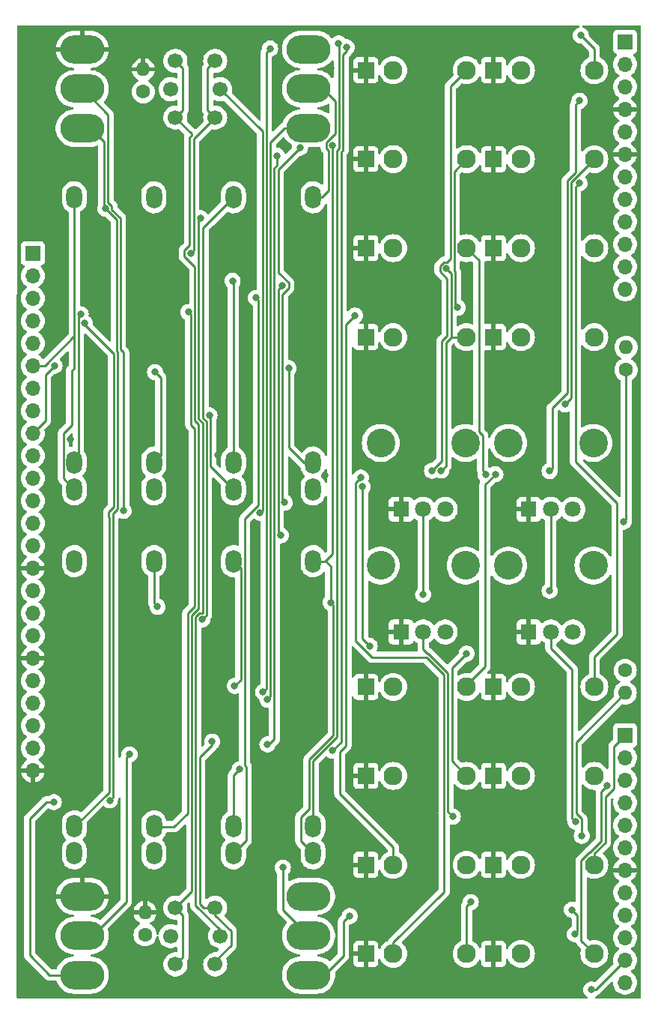
<source format=gbr>
%TF.GenerationSoftware,KiCad,Pcbnew,7.0.1-0*%
%TF.CreationDate,2024-01-26T10:09:15+13:00*%
%TF.ProjectId,MOL,4d4f4c2e-6b69-4636-9164-5f7063625858,rev?*%
%TF.SameCoordinates,Original*%
%TF.FileFunction,Copper,L2,Bot*%
%TF.FilePolarity,Positive*%
%FSLAX46Y46*%
G04 Gerber Fmt 4.6, Leading zero omitted, Abs format (unit mm)*
G04 Created by KiCad (PCBNEW 7.0.1-0) date 2024-01-26 10:09:15*
%MOMM*%
%LPD*%
G01*
G04 APERTURE LIST*
%TA.AperFunction,ComponentPad*%
%ADD10O,1.800000X2.600000*%
%TD*%
%TA.AperFunction,ComponentPad*%
%ADD11C,1.700000*%
%TD*%
%TA.AperFunction,ComponentPad*%
%ADD12C,1.800000*%
%TD*%
%TA.AperFunction,ComponentPad*%
%ADD13R,1.800000X1.800000*%
%TD*%
%TA.AperFunction,ComponentPad*%
%ADD14C,3.240000*%
%TD*%
%TA.AperFunction,ComponentPad*%
%ADD15C,2.130000*%
%TD*%
%TA.AperFunction,ComponentPad*%
%ADD16R,1.830000X1.930000*%
%TD*%
%TA.AperFunction,ComponentPad*%
%ADD17O,1.600000X1.600000*%
%TD*%
%TA.AperFunction,ComponentPad*%
%ADD18C,1.600000*%
%TD*%
%TA.AperFunction,ComponentPad*%
%ADD19O,5.000000X3.200000*%
%TD*%
%TA.AperFunction,ComponentPad*%
%ADD20O,1.700000X1.700000*%
%TD*%
%TA.AperFunction,ComponentPad*%
%ADD21R,1.700000X1.700000*%
%TD*%
%TA.AperFunction,ViaPad*%
%ADD22C,0.800000*%
%TD*%
%TA.AperFunction,Conductor*%
%ADD23C,0.250000*%
%TD*%
G04 APERTURE END LIST*
D10*
%TO.P,RV3,3,3*%
%TO.N,/Control/Sustain_3_A_(C)*%
X130800000Y-54550000D03*
%TO.P,RV3,2,2*%
%TO.N,/Control/Sustain_2_A_(C)*%
X130800000Y-87550000D03*
%TO.P,RV3,1,1*%
%TO.N,/Control/Sustain_1_A_(C)*%
X130800000Y-84500000D03*
%TD*%
%TO.P,RV6,3,3*%
%TO.N,/Control/Discharge_B_(C)*%
X121800000Y-95650000D03*
%TO.P,RV6,2,2*%
X121800000Y-128650000D03*
%TO.P,RV6,1,1*%
%TO.N,/Control/Decay_1_B_(C)*%
X121800000Y-125600000D03*
%TD*%
D11*
%TO.P,SW2,4,A*%
%TO.N,/Control/EG_LED_Anode_B_(C)*%
X129285000Y-137995000D03*
%TO.P,SW2,3,K*%
%TO.N,Net-(SW2-K)*%
X123685000Y-137995000D03*
%TO.P,SW2,2,2*%
%TO.N,/Control/Gate_in_B_(C)*%
X128735000Y-134795000D03*
X128735000Y-141195000D03*
%TO.P,SW2,1,1*%
%TO.N,/Control/5.4v_(C)*%
X124235000Y-134795000D03*
X124235000Y-141195000D03*
%TD*%
D12*
%TO.P,RV10,3,3*%
%TO.N,Net-(J13-Pad2)*%
X169200000Y-103650000D03*
%TO.P,RV10,2,2*%
%TO.N,/Control/CV_In_5v_B_(C)*%
X166700000Y-103650000D03*
D13*
%TO.P,RV10,1,1*%
%TO.N,GND*%
X164200000Y-103650000D03*
D14*
%TO.P,RV10,*%
%TO.N,*%
X171500000Y-96150000D03*
X161900000Y-96150000D03*
%TD*%
D10*
%TO.P,RV2,3,3*%
%TO.N,/Control/Discharge_A_(C)*%
X121800000Y-54550000D03*
%TO.P,RV2,2,2*%
X121800000Y-87550000D03*
%TO.P,RV2,1,1*%
%TO.N,/Control/Decay_1_A_(C)*%
X121800000Y-84500000D03*
%TD*%
D15*
%TO.P,J3,3*%
%TO.N,/Control/Gate_in_A_(C)*%
X148870000Y-109850000D03*
%TO.P,J3,2*%
%TO.N,/Control/Gate_in_B_(C)*%
X157170000Y-109850000D03*
D16*
%TO.P,J3,1*%
%TO.N,GND*%
X145770000Y-109850000D03*
%TD*%
D15*
%TO.P,J9,3*%
%TO.N,unconnected-(J9-Pad3)*%
X163320000Y-119900000D03*
%TO.P,J9,2*%
%TO.N,/Control/InvEnv_Out_B_(C)*%
X171620000Y-119900000D03*
D16*
%TO.P,J9,1*%
%TO.N,GND*%
X160220000Y-119900000D03*
%TD*%
D10*
%TO.P,RV7,3,3*%
%TO.N,/Control/Sustain_3_B_(C)*%
X130800000Y-95650000D03*
%TO.P,RV7,2,2*%
%TO.N,/Control/Sustain_2_B_(C)*%
X130800000Y-128650000D03*
%TO.P,RV7,1,1*%
%TO.N,/Control/Sustain_1_B_(C)*%
X130800000Y-125600000D03*
%TD*%
D15*
%TO.P,J7,3*%
%TO.N,unconnected-(J7-Pad3)*%
X163320000Y-140000000D03*
%TO.P,J7,2*%
%TO.N,/Control/Audio_Out_B_(C)*%
X171620000Y-140000000D03*
D16*
%TO.P,J7,1*%
%TO.N,GND*%
X160220000Y-140000000D03*
%TD*%
D17*
%TO.P,R58,2*%
%TO.N,GND*%
X120800000Y-135305000D03*
D18*
%TO.P,R58,1*%
%TO.N,Net-(SW2-K)*%
X120800000Y-137845000D03*
%TD*%
D15*
%TO.P,J13,3*%
%TO.N,unconnected-(J13-Pad3)*%
X148870000Y-119900000D03*
%TO.P,J13,2*%
%TO.N,Net-(J13-Pad2)*%
X157170000Y-119900000D03*
D16*
%TO.P,J13,1*%
%TO.N,GND*%
X145770000Y-119900000D03*
%TD*%
D15*
%TO.P,J4,3*%
%TO.N,unconnected-(J4-Pad3)*%
X148870000Y-40200000D03*
%TO.P,J4,2*%
%TO.N,/Control/Audio_In_A_(C)*%
X157170000Y-40200000D03*
D16*
%TO.P,J4,1*%
%TO.N,GND*%
X145770000Y-40200000D03*
%TD*%
D10*
%TO.P,RV8,3,3*%
%TO.N,/Control/Discharge_B_(C)*%
X139800000Y-95650000D03*
%TO.P,RV8,2,2*%
X139800000Y-128650000D03*
%TO.P,RV8,1,1*%
%TO.N,/Control/Release_1_B_(C)*%
X139800000Y-125600000D03*
%TD*%
D15*
%TO.P,J8,3*%
%TO.N,unconnected-(J8-Pad3)*%
X163320000Y-60300000D03*
%TO.P,J8,2*%
%TO.N,/Control/InvEnv_Out_A_(C)*%
X171620000Y-60300000D03*
D16*
%TO.P,J8,1*%
%TO.N,GND*%
X160220000Y-60300000D03*
%TD*%
D19*
%TO.P,SW6,3,C*%
%TO.N,/Control/Short_B_(C)*%
X139300000Y-133500000D03*
%TO.P,SW6,2,B*%
%TO.N,/Control/Discharge_B_(C)*%
X139300000Y-137950000D03*
%TO.P,SW6,1,A*%
%TO.N,/Control/Long_B_(C)*%
X139300000Y-142400000D03*
%TD*%
D17*
%TO.P,R64,2*%
%TO.N,Net-(J17-Pad2)*%
X175100000Y-110540000D03*
D18*
%TO.P,R64,1*%
%TO.N,Net-(R64-Pad1)*%
X175100000Y-108000000D03*
%TD*%
D17*
%TO.P,R65,2*%
%TO.N,Net-(J16-Pad2)*%
X175200000Y-71505000D03*
D18*
%TO.P,R65,1*%
%TO.N,Net-(R65-Pad1)*%
X175200000Y-74045000D03*
%TD*%
D12*
%TO.P,RV11,3,3*%
%TO.N,Net-(R65-Pad1)*%
X154750000Y-89800000D03*
%TO.P,RV11,2,2*%
%TO.N,/Control/CV_In_10v_A_(C)*%
X152250000Y-89800000D03*
D13*
%TO.P,RV11,1,1*%
%TO.N,GND*%
X149750000Y-89800000D03*
D14*
%TO.P,RV11,*%
%TO.N,*%
X157050000Y-82300000D03*
X147450000Y-82300000D03*
%TD*%
D15*
%TO.P,J12,3*%
%TO.N,unconnected-(J12-Pad3)*%
X148870000Y-60300000D03*
%TO.P,J12,2*%
%TO.N,Net-(J12-Pad2)*%
X157170000Y-60300000D03*
D16*
%TO.P,J12,1*%
%TO.N,GND*%
X145770000Y-60300000D03*
%TD*%
D15*
%TO.P,J5,3*%
%TO.N,/Control/Audio_In_A_(C)*%
X148870000Y-140000000D03*
%TO.P,J5,2*%
%TO.N,/Control/Audio_In_B_(C)*%
X157170000Y-140000000D03*
D16*
%TO.P,J5,1*%
%TO.N,GND*%
X145770000Y-140000000D03*
%TD*%
D12*
%TO.P,RV12,3,3*%
%TO.N,Net-(R64-Pad1)*%
X154750000Y-103650000D03*
%TO.P,RV12,2,2*%
%TO.N,/Control/CV_In_10v_B_(C)*%
X152250000Y-103650000D03*
D13*
%TO.P,RV12,1,1*%
%TO.N,GND*%
X149750000Y-103650000D03*
D14*
%TO.P,RV12,*%
%TO.N,*%
X157050000Y-96150000D03*
X147450000Y-96150000D03*
%TD*%
D19*
%TO.P,SW3,3,C*%
%TO.N,GND*%
X113700000Y-37850000D03*
%TO.P,SW3,2,B*%
%TO.N,/Control/inv_offset_A_(C)*%
X113700000Y-42300000D03*
%TO.P,SW3,1,A*%
%TO.N,/Control/5v_ref_(C)*%
X113700000Y-46750000D03*
%TD*%
D15*
%TO.P,J2,3*%
%TO.N,unconnected-(J2-Pad3)*%
X148870000Y-70350000D03*
%TO.P,J2,2*%
%TO.N,/Control/Gate_in_A_(C)*%
X157170000Y-70350000D03*
D16*
%TO.P,J2,1*%
%TO.N,GND*%
X145770000Y-70350000D03*
%TD*%
D19*
%TO.P,SW5,3,C*%
%TO.N,/Control/Short_A_(C)*%
X139300000Y-37850000D03*
%TO.P,SW5,2,B*%
%TO.N,/Control/Discharge_A_(C)*%
X139300000Y-42300000D03*
%TO.P,SW5,1,A*%
%TO.N,/Control/Long_A_(C)*%
X139300000Y-46750000D03*
%TD*%
D15*
%TO.P,J16,3*%
%TO.N,/Control/Env_A_(C)*%
X148870000Y-50240000D03*
%TO.P,J16,2*%
%TO.N,Net-(J16-Pad2)*%
X157170000Y-50240000D03*
D16*
%TO.P,J16,1*%
%TO.N,GND*%
X145770000Y-50240000D03*
%TD*%
D17*
%TO.P,R56,2*%
%TO.N,GND*%
X120600000Y-40105000D03*
D18*
%TO.P,R56,1*%
%TO.N,Net-(SW1-K)*%
X120600000Y-42645000D03*
%TD*%
D15*
%TO.P,J14,3*%
%TO.N,unconnected-(J14-Pad3)*%
X163320000Y-70350000D03*
%TO.P,J14,2*%
%TO.N,/Control/ReTrigger_A_(C)*%
X171620000Y-70350000D03*
D16*
%TO.P,J14,1*%
%TO.N,GND*%
X160220000Y-70350000D03*
%TD*%
D15*
%TO.P,J6,3*%
%TO.N,unconnected-(J6-Pad3)*%
X163320000Y-40200000D03*
%TO.P,J6,2*%
%TO.N,/Control/Audio_Out_A_(C)*%
X171620000Y-40200000D03*
D16*
%TO.P,J6,1*%
%TO.N,GND*%
X160220000Y-40200000D03*
%TD*%
D15*
%TO.P,J17,3*%
%TO.N,/Control/Env_B_(C)*%
X148870000Y-129950000D03*
%TO.P,J17,2*%
%TO.N,Net-(J17-Pad2)*%
X157170000Y-129950000D03*
D16*
%TO.P,J17,1*%
%TO.N,GND*%
X145770000Y-129950000D03*
%TD*%
D10*
%TO.P,RV4,3,3*%
%TO.N,/Control/Discharge_A_(C)*%
X139800000Y-54550000D03*
%TO.P,RV4,2,2*%
X139800000Y-87550000D03*
%TO.P,RV4,1,1*%
%TO.N,/Control/Release_1_A_(C)*%
X139800000Y-84500000D03*
%TD*%
%TO.P,RV5,3,3*%
%TO.N,/Control/Discharge_B_(C)*%
X112800000Y-95650000D03*
%TO.P,RV5,2,2*%
X112800000Y-128650000D03*
%TO.P,RV5,1,1*%
%TO.N,/Control/Attack_1_B_(C)*%
X112800000Y-125600000D03*
%TD*%
%TO.P,RV1,3,3*%
%TO.N,/Control/Discharge_A_(C)*%
X112800000Y-54550000D03*
%TO.P,RV1,2,2*%
X112800000Y-87550000D03*
%TO.P,RV1,1,1*%
%TO.N,/Control/Attack_1_A_(C)*%
X112800000Y-84500000D03*
%TD*%
D15*
%TO.P,J15,3*%
%TO.N,unconnected-(J15-Pad3)*%
X163320000Y-109850000D03*
%TO.P,J15,2*%
%TO.N,/Control/ReTrigger_B_(C)*%
X171620000Y-109850000D03*
D16*
%TO.P,J15,1*%
%TO.N,GND*%
X160220000Y-109850000D03*
%TD*%
D12*
%TO.P,RV9,3,3*%
%TO.N,Net-(J12-Pad2)*%
X169200000Y-89800000D03*
%TO.P,RV9,2,2*%
%TO.N,/Control/CV_In_5v_A_(C)*%
X166700000Y-89800000D03*
D13*
%TO.P,RV9,1,1*%
%TO.N,GND*%
X164200000Y-89800000D03*
D14*
%TO.P,RV9,*%
%TO.N,*%
X171500000Y-82300000D03*
X161900000Y-82300000D03*
%TD*%
D15*
%TO.P,J11,3*%
%TO.N,unconnected-(J11-Pad3)*%
X163320000Y-129950000D03*
%TO.P,J11,2*%
%TO.N,/Control/Env_Out_B_(C)*%
X171620000Y-129950000D03*
D16*
%TO.P,J11,1*%
%TO.N,GND*%
X160220000Y-129950000D03*
%TD*%
D15*
%TO.P,J10,3*%
%TO.N,unconnected-(J10-Pad3)*%
X163320000Y-50250000D03*
%TO.P,J10,2*%
%TO.N,/Control/Env_Out_A_(C)*%
X171620000Y-50250000D03*
D16*
%TO.P,J10,1*%
%TO.N,GND*%
X160220000Y-50250000D03*
%TD*%
D19*
%TO.P,SW4,3,C*%
%TO.N,GND*%
X113700000Y-133500000D03*
%TO.P,SW4,2,B*%
%TO.N,/Control/inv_offset_B_(C)*%
X113700000Y-137950000D03*
%TO.P,SW4,1,A*%
%TO.N,/Control/5v_ref_(C)*%
X113700000Y-142400000D03*
%TD*%
D11*
%TO.P,SW1,4,A*%
%TO.N,/Control/EG_LED_Anode_A_(C)*%
X129285000Y-42345000D03*
%TO.P,SW1,3,K*%
%TO.N,Net-(SW1-K)*%
X123685000Y-42345000D03*
%TO.P,SW1,2,2*%
%TO.N,/Control/Gate_in_A_(C)*%
X128735000Y-39145000D03*
X128735000Y-45545000D03*
%TO.P,SW1,1,1*%
%TO.N,/Control/5.4v_(C)*%
X124235000Y-39145000D03*
X124235000Y-45545000D03*
%TD*%
D20*
%TO.P,J24,12,Pin_12*%
%TO.N,/Control/Env_B_(C)*%
X175100000Y-64940000D03*
%TO.P,J24,11,Pin_11*%
%TO.N,/Control/Decay_1_B_(C)*%
X175100000Y-62400000D03*
%TO.P,J24,10,Pin_10*%
%TO.N,/Control/Sustain_2_B_(C)*%
X175100000Y-59860000D03*
%TO.P,J24,9,Pin_9*%
%TO.N,/Control/5v_ref_(C)*%
X175100000Y-57320000D03*
%TO.P,J24,8,Pin_8*%
%TO.N,/Control/EG_LED_Anode_B_(C)*%
X175100000Y-54780000D03*
%TO.P,J24,7,Pin_7*%
%TO.N,/Control/ReTrigger_B_(C)*%
X175100000Y-52240000D03*
%TO.P,J24,6,Pin_6*%
%TO.N,GND*%
X175100000Y-49700000D03*
%TO.P,J24,5,Pin_5*%
%TO.N,/Control/Discharge_B_(C)*%
X175100000Y-47160000D03*
%TO.P,J24,4,Pin_4*%
%TO.N,GND*%
X175100000Y-44620000D03*
%TO.P,J24,3,Pin_3*%
%TO.N,/Control/Gate_in_B_(C)*%
X175100000Y-42080000D03*
%TO.P,J24,2,Pin_2*%
%TO.N,/Control/Sustain_1_B_(C)*%
X175100000Y-39540000D03*
D21*
%TO.P,J24,1,Pin_1*%
%TO.N,/Control/Release_1_B_(C)*%
X175100000Y-37000000D03*
%TD*%
D20*
%TO.P,J26,12,Pin_12*%
%TO.N,/Control/Audio_In_A_(C)*%
X175100000Y-143250000D03*
%TO.P,J26,11,Pin_11*%
%TO.N,/Control/5.4v_(C)*%
X175100000Y-140710000D03*
%TO.P,J26,10,Pin_10*%
%TO.N,/Control/Short_B_(C)*%
X175100000Y-138170000D03*
%TO.P,J26,9,Pin_9*%
%TO.N,/Control/Long_B_(C)*%
X175100000Y-135630000D03*
%TO.P,J26,8,Pin_8*%
%TO.N,/Control/Audio_In_B_(C)*%
X175100000Y-133090000D03*
%TO.P,J26,7,Pin_7*%
%TO.N,GND*%
X175100000Y-130550000D03*
%TO.P,J26,6,Pin_6*%
%TO.N,/Control/CV_In_10v_B_(C)*%
X175100000Y-128010000D03*
%TO.P,J26,5,Pin_5*%
%TO.N,/Control/CV_In_5v_B_(C)*%
X175100000Y-125470000D03*
%TO.P,J26,4,Pin_4*%
%TO.N,/Control/InvEnv_Out_B_(C)*%
X175100000Y-122930000D03*
%TO.P,J26,3,Pin_3*%
%TO.N,/Control/Audio_Out_B_(C)*%
X175100000Y-120390000D03*
%TO.P,J26,2,Pin_2*%
%TO.N,/Control/inv_offset_B_(C)*%
X175100000Y-117850000D03*
D21*
%TO.P,J26,1,Pin_1*%
%TO.N,/Control/Env_Out_B_(C)*%
X175100000Y-115310000D03*
%TD*%
D20*
%TO.P,J22,24,Pin_24*%
%TO.N,GND*%
X108100000Y-119300000D03*
%TO.P,J22,23,Pin_23*%
%TO.N,/Control/Short_A_(C)*%
X108100000Y-116760000D03*
%TO.P,J22,22,Pin_22*%
%TO.N,/Control/Long_A_(C)*%
X108100000Y-114220000D03*
%TO.P,J22,21,Pin_21*%
%TO.N,/Control/Audio_Out_A_(C)*%
X108100000Y-111680000D03*
%TO.P,J22,20,Pin_20*%
%TO.N,/Control/Sustain_3_B_(C)*%
X108100000Y-109140000D03*
%TO.P,J22,19,Pin_19*%
%TO.N,GND*%
X108100000Y-106600000D03*
%TO.P,J22,18,Pin_18*%
%TO.N,/Control/Sustain_3_A_(C)*%
X108100000Y-104060000D03*
%TO.P,J22,17,Pin_17*%
%TO.N,/Control/CV_In_5v_A_(C)*%
X108100000Y-101520000D03*
%TO.P,J22,16,Pin_16*%
%TO.N,/Control/CV_In_10v_A_(C)*%
X108100000Y-98980000D03*
%TO.P,J22,15,Pin_15*%
%TO.N,GND*%
X108100000Y-96440000D03*
%TO.P,J22,14,Pin_14*%
%TO.N,/Control/InvEnv_Out_A_(C)*%
X108100000Y-93900000D03*
%TO.P,J22,13,Pin_13*%
%TO.N,/Control/EG_LED_Anode_A_(C)*%
X108100000Y-91360000D03*
%TO.P,J22,12,Pin_12*%
%TO.N,/Control/inv_offset_A_(C)*%
X108100000Y-88820000D03*
%TO.P,J22,11,Pin_11*%
%TO.N,/Control/Env_A_(C)*%
X108100000Y-86280000D03*
%TO.P,J22,10,Pin_10*%
%TO.N,/Control/Env_Out_A_(C)*%
X108100000Y-83740000D03*
%TO.P,J22,9,Pin_9*%
%TO.N,/Control/Release_1_A_(C)*%
X108100000Y-81200000D03*
%TO.P,J22,8,Pin_8*%
%TO.N,/Control/Sustain_2_A_(C)*%
X108100000Y-78660000D03*
%TO.P,J22,7,Pin_7*%
%TO.N,/Control/Decay_1_A_(C)*%
X108100000Y-76120000D03*
%TO.P,J22,6,Pin_6*%
%TO.N,/Control/Discharge_A_(C)*%
X108100000Y-73580000D03*
%TO.P,J22,5,Pin_5*%
%TO.N,/Control/ReTrigger_A_(C)*%
X108100000Y-71040000D03*
%TO.P,J22,4,Pin_4*%
%TO.N,/Control/Attack_1_B_(C)*%
X108100000Y-68500000D03*
%TO.P,J22,3,Pin_3*%
%TO.N,/Control/Attack_1_A_(C)*%
X108100000Y-65960000D03*
%TO.P,J22,2,Pin_2*%
%TO.N,/Control/Sustain_1_A_(C)*%
X108100000Y-63420000D03*
D21*
%TO.P,J22,1,Pin_1*%
%TO.N,/Control/Gate_in_A_(C)*%
X108100000Y-60880000D03*
%TD*%
D22*
%TO.N,GND*%
X141170000Y-85970000D03*
X110250000Y-84800000D03*
X129060000Y-83690000D03*
X138350000Y-52180000D03*
X114144545Y-50539951D03*
X112380000Y-81920000D03*
X136270000Y-40250000D03*
X156750000Y-75550000D03*
X141810000Y-39950000D03*
X141250000Y-44510000D03*
X157270000Y-63280000D03*
X110980000Y-76940000D03*
X115020000Y-58640000D03*
%TO.N,Net-(J12-Pad2)*%
X159332701Y-85902701D03*
%TO.N,Net-(J13-Pad2)*%
X157167299Y-106085500D03*
%TO.N,Net-(J16-Pad2)*%
X156154500Y-67014500D03*
%TO.N,Net-(J17-Pad2)*%
X170190000Y-126664500D03*
%TO.N,Net-(R65-Pad1)*%
X174924500Y-91200000D03*
%TO.N,/Control/Gate_in_A_(C)*%
X125950000Y-60890000D03*
X154301368Y-85413231D03*
X146202299Y-105227701D03*
X154880000Y-62620000D03*
X145374000Y-87260534D03*
%TO.N,/Control/Gate_in_B_(C)*%
X160420000Y-85840000D03*
X128385000Y-116035500D03*
X166556514Y-85465500D03*
X169940000Y-43650000D03*
%TO.N,/Control/Audio_In_A_(C)*%
X153260000Y-85430000D03*
X145210000Y-86220000D03*
%TO.N,/Control/Audio_In_B_(C)*%
X157630000Y-134155500D03*
%TO.N,/Control/Audio_Out_A_(C)*%
X134950000Y-37750000D03*
X170090000Y-36275500D03*
X134140000Y-110430000D03*
%TO.N,/Control/Audio_Out_B_(C)*%
X173096000Y-121010000D03*
%TO.N,/Control/InvEnv_Out_A_(C)*%
X136144500Y-92745500D03*
X136310000Y-64520000D03*
%TO.N,/Control/Env_Out_A_(C)*%
X168300000Y-77950000D03*
%TO.N,/Control/ReTrigger_B_(C)*%
X169931572Y-52963027D03*
%TO.N,/Control/Env_A_(C)*%
X136594500Y-89040000D03*
X138327687Y-48948311D03*
%TO.N,/Control/Env_B_(C)*%
X144550000Y-67899500D03*
%TO.N,/Control/Sustain_1_A_(C)*%
X130700000Y-64000000D03*
%TO.N,/Control/Attack_1_A_(C)*%
X113524500Y-67775500D03*
%TO.N,/Control/Attack_1_B_(C)*%
X113974500Y-68774907D03*
%TO.N,/Control/Release_1_A_(C)*%
X137044500Y-73854500D03*
X110560000Y-73580000D03*
%TO.N,/Control/Decay_1_A_(C)*%
X121930000Y-74304500D03*
%TO.N,/Control/Sustain_2_A_(C)*%
X128094500Y-79180000D03*
%TO.N,/Control/inv_offset_A_(C)*%
X118381397Y-89972759D03*
%TO.N,/Control/EG_LED_Anode_A_(C)*%
X133795500Y-90199500D03*
%TO.N,/Control/CV_In_10v_A_(C)*%
X152250000Y-99420000D03*
%TO.N,/Control/CV_In_5v_A_(C)*%
X166550000Y-99000000D03*
%TO.N,/Control/Sustain_3_A_(C)*%
X127249500Y-102244000D03*
%TO.N,/Control/Sustain_3_B_(C)*%
X130930000Y-109740000D03*
%TO.N,/Control/Long_A_(C)*%
X134650821Y-111289108D03*
%TO.N,/Control/Short_A_(C)*%
X135694500Y-49860000D03*
X134640000Y-116360000D03*
%TO.N,/Control/Release_1_B_(C)*%
X142700000Y-37180000D03*
%TO.N,/Control/Sustain_1_B_(C)*%
X131500000Y-119150000D03*
X143596360Y-37622204D03*
X142007299Y-117057299D03*
%TO.N,/Control/Discharge_B_(C)*%
X141795500Y-100325500D03*
X136390000Y-130275000D03*
X122210000Y-100805500D03*
X142025500Y-48735500D03*
%TO.N,/Control/EG_LED_Anode_B_(C)*%
X127080000Y-56899500D03*
%TO.N,/Control/5v_ref_(C)*%
X110480000Y-122860000D03*
X116326000Y-55852299D03*
X116812299Y-122662299D03*
%TO.N,/Control/Sustain_2_B_(C)*%
X133345500Y-65925000D03*
%TO.N,/Control/Decay_1_B_(C)*%
X125695500Y-67530000D03*
%TO.N,/Control/inv_offset_B_(C)*%
X119040000Y-117484500D03*
%TO.N,/Control/CV_In_5v_B_(C)*%
X169465500Y-125070000D03*
%TO.N,/Control/CV_In_10v_B_(C)*%
X155610000Y-124500000D03*
%TO.N,/Control/Long_B_(C)*%
X143950000Y-135750000D03*
%TO.N,/Control/Short_B_(C)*%
X169400500Y-137780000D03*
X169082854Y-135025500D03*
%TO.N,/Control/5.4v_(C)*%
X171275000Y-144050000D03*
%TD*%
D23*
%TO.N,Net-(J12-Pad2)*%
X159332701Y-85902701D02*
X159332701Y-85767396D01*
X158560000Y-81059354D02*
X158560000Y-61690000D01*
X158560000Y-61690000D02*
X157170000Y-60300000D01*
%TO.N,/Control/Gate_in_A_(C)*%
X154820000Y-71000000D02*
X155470000Y-70350000D01*
X126300500Y-47979500D02*
X128735000Y-45545000D01*
X126300500Y-60539500D02*
X126300500Y-47979500D01*
X154820000Y-84894599D02*
X154820000Y-71000000D01*
X127885000Y-39995000D02*
X127885000Y-44695000D01*
X154301368Y-85413231D02*
X154820000Y-84894599D01*
X155430000Y-63170000D02*
X155430000Y-70220000D01*
X127885000Y-44695000D02*
X128735000Y-45545000D01*
X145374000Y-104399402D02*
X146202299Y-105227701D01*
X155560000Y-70350000D02*
X157170000Y-70350000D01*
X154880000Y-62620000D02*
X155430000Y-63170000D01*
X155430000Y-70220000D02*
X155560000Y-70350000D01*
X155470000Y-70350000D02*
X157170000Y-70350000D01*
X145374000Y-87260534D02*
X145374000Y-104399402D01*
X128735000Y-39145000D02*
X127885000Y-39995000D01*
X125950000Y-60890000D02*
X126300500Y-60539500D01*
%TO.N,Net-(J12-Pad2)*%
X158995000Y-81494354D02*
X158560000Y-81059354D01*
X158995000Y-85429695D02*
X158995000Y-81494354D01*
X159332701Y-85767396D02*
X158995000Y-85429695D01*
%TO.N,Net-(J13-Pad2)*%
X157170000Y-119900000D02*
X155500000Y-118230000D01*
X155500000Y-107752799D02*
X157167299Y-106085500D01*
X155500000Y-118230000D02*
X155500000Y-107752799D01*
%TO.N,Net-(J16-Pad2)*%
X155780000Y-51630000D02*
X155780000Y-62874988D01*
X155880000Y-62974988D02*
X155880000Y-66740000D01*
X157170000Y-50240000D02*
X155780000Y-51630000D01*
X155880000Y-66740000D02*
X156154500Y-67014500D01*
X155780000Y-62874988D02*
X155880000Y-62974988D01*
%TO.N,Net-(J17-Pad2)*%
X169550000Y-116090000D02*
X175100000Y-110540000D01*
X170190000Y-126664500D02*
X170190000Y-124769195D01*
X169550000Y-124129195D02*
X169550000Y-116090000D01*
X170190000Y-124769195D02*
X169550000Y-124129195D01*
%TO.N,Net-(R65-Pad1)*%
X175200000Y-90924500D02*
X175200000Y-74045000D01*
X174924500Y-91200000D02*
X175200000Y-90924500D01*
%TO.N,/Control/Discharge_A_(C)*%
X140870000Y-42300000D02*
X142300500Y-43730500D01*
X141300500Y-49035805D02*
X141575500Y-49310805D01*
X142300500Y-47371861D02*
X141300500Y-48371861D01*
X111575000Y-86325000D02*
X112800000Y-87550000D01*
X139300000Y-42300000D02*
X140870000Y-42300000D01*
X108100000Y-73580000D02*
X109460000Y-73580000D01*
X111575000Y-81175000D02*
X111575000Y-86325000D01*
X112800000Y-73840806D02*
X112490000Y-74150806D01*
X109460000Y-73580000D02*
X112800000Y-70240000D01*
X112800000Y-54550000D02*
X112800000Y-70240000D01*
X140770000Y-54550000D02*
X139800000Y-54550000D01*
X142300500Y-43730500D02*
X142300500Y-47371861D01*
X141300500Y-48371861D02*
X141300500Y-49035805D01*
X112490000Y-80260000D02*
X111575000Y-81175000D01*
X112490000Y-74150806D02*
X112490000Y-80260000D01*
X141575500Y-49310805D02*
X141575500Y-53744500D01*
X112800000Y-70240000D02*
X112800000Y-73840806D01*
X141575500Y-53744500D02*
X140770000Y-54550000D01*
%TO.N,/Control/inv_offset_A_(C)*%
X117051000Y-55940903D02*
X117051000Y-55551994D01*
X118381397Y-72108605D02*
X118010000Y-71737208D01*
X116610000Y-45210000D02*
X113700000Y-42300000D01*
X118381397Y-89972759D02*
X118381397Y-72108605D01*
X116610000Y-55110994D02*
X116610000Y-45210000D01*
X118010000Y-56899903D02*
X117051000Y-55940903D01*
X117051000Y-55551994D02*
X116610000Y-55110994D01*
X118010000Y-71737208D02*
X118010000Y-56899903D01*
%TO.N,/Control/EG_LED_Anode_A_(C)*%
X134070000Y-47130000D02*
X129285000Y-42345000D01*
X134070000Y-89925000D02*
X134070000Y-47130000D01*
X133795500Y-90199500D02*
X134070000Y-89925000D01*
%TO.N,/Control/CV_In_10v_A_(C)*%
X152250000Y-99420000D02*
X152250000Y-89800000D01*
%TO.N,/Control/CV_In_5v_A_(C)*%
X166700000Y-98850000D02*
X166700000Y-89800000D01*
X166550000Y-99000000D02*
X166700000Y-98850000D01*
%TO.N,/Control/Sustain_3_A_(C)*%
X127750000Y-101743500D02*
X127750000Y-79860805D01*
X127369500Y-57980500D02*
X130800000Y-54550000D01*
X127750000Y-79860805D02*
X127369500Y-79480305D01*
X127249500Y-102244000D02*
X127750000Y-101743500D01*
X127369500Y-79480305D02*
X127369500Y-57980500D01*
%TO.N,/Control/Sustain_3_B_(C)*%
X131620000Y-96470000D02*
X130800000Y-95650000D01*
X130930000Y-109740000D02*
X131620000Y-109050000D01*
X131620000Y-109050000D02*
X131620000Y-96470000D01*
%TO.N,/Control/Long_A_(C)*%
X134650821Y-111289108D02*
X134970000Y-110969929D01*
X134970000Y-110969929D02*
X134970000Y-49860000D01*
X139300000Y-46750000D02*
X136550000Y-46750000D01*
X134970000Y-48330000D02*
X134970000Y-49860000D01*
X136550000Y-46750000D02*
X134970000Y-48330000D01*
%TO.N,/Control/Short_A_(C)*%
X135420000Y-115740000D02*
X135420000Y-51219602D01*
X135694500Y-49860000D02*
X135694500Y-50945102D01*
X135694500Y-50945102D02*
X135420000Y-51219602D01*
X134640000Y-116360000D02*
X134800000Y-116360000D01*
X134800000Y-116360000D02*
X135420000Y-115740000D01*
%TO.N,/Control/Release_1_B_(C)*%
X142700000Y-37180000D02*
X142750500Y-37230500D01*
X142750500Y-37230500D02*
X142750500Y-49053104D01*
X139800000Y-118240000D02*
X139800000Y-125650000D01*
X142750500Y-49053104D02*
X142520000Y-49283604D01*
X142520000Y-115520000D02*
X139800000Y-118240000D01*
X142520000Y-49283604D02*
X142520000Y-115520000D01*
%TO.N,/Control/Sustain_1_B_(C)*%
X130800000Y-119850000D02*
X130800000Y-125650000D01*
X143596360Y-37622204D02*
X143596360Y-38063640D01*
X142970000Y-49470000D02*
X142970000Y-116094598D01*
X131500000Y-119150000D02*
X130800000Y-119850000D01*
X143596360Y-38063640D02*
X143200500Y-38459500D01*
X142970000Y-116094598D02*
X142007299Y-117057299D01*
X143200500Y-49239500D02*
X142970000Y-49470000D01*
X143200500Y-38459500D02*
X143200500Y-49239500D01*
%TO.N,/Control/Discharge_B_(C)*%
X141795500Y-96205500D02*
X141240000Y-95650000D01*
X136390000Y-135040000D02*
X136390000Y-130275000D01*
X141180000Y-95650000D02*
X139800000Y-95650000D01*
X141795500Y-100325500D02*
X141795500Y-96205500D01*
X141240000Y-95650000D02*
X139800000Y-95650000D01*
X121800000Y-95650000D02*
X121800000Y-100395500D01*
X142025500Y-48735500D02*
X142025500Y-94804500D01*
X142025500Y-94804500D02*
X141180000Y-95650000D01*
X121800000Y-100395500D02*
X122210000Y-100805500D01*
X139300000Y-137950000D02*
X136390000Y-135040000D01*
%TO.N,/Control/EG_LED_Anode_B_(C)*%
X126525000Y-134531396D02*
X129285000Y-137291396D01*
X126870000Y-79617201D02*
X127300000Y-80047201D01*
X127080000Y-56899500D02*
X126870000Y-57109500D01*
X126949195Y-101519000D02*
X126525000Y-101943195D01*
X126525000Y-101943195D02*
X126525000Y-134531396D01*
X126870000Y-57109500D02*
X126870000Y-79617201D01*
X127300000Y-101519000D02*
X126949195Y-101519000D01*
X127300000Y-80047201D02*
X127300000Y-101519000D01*
X129285000Y-137291396D02*
X129285000Y-137995000D01*
%TO.N,/Control/5v_ref_(C)*%
X107740000Y-124730000D02*
X107740000Y-140160000D01*
X116326000Y-55852299D02*
X116160000Y-55686299D01*
X117560000Y-71923604D02*
X117560000Y-57086299D01*
X117700000Y-89726591D02*
X117700000Y-72063604D01*
X116160000Y-55686299D02*
X116160000Y-48250000D01*
X117700000Y-72063604D02*
X117560000Y-71923604D01*
X116160000Y-48250000D02*
X114660000Y-46750000D01*
X116812299Y-122662299D02*
X117170000Y-122304598D01*
X109980000Y-142400000D02*
X113700000Y-142400000D01*
X114660000Y-46750000D02*
X113700000Y-46750000D01*
X117170000Y-90256591D02*
X117700000Y-89726591D01*
X117170000Y-122304598D02*
X117170000Y-90256591D01*
X117560000Y-57086299D02*
X116326000Y-55852299D01*
X109610000Y-122860000D02*
X107740000Y-124730000D01*
X110480000Y-122860000D02*
X109610000Y-122860000D01*
X107740000Y-140160000D02*
X109980000Y-142400000D01*
%TO.N,/Control/Sustain_2_B_(C)*%
X132070000Y-90899695D02*
X132070000Y-118694695D01*
X132070000Y-118694695D02*
X132225000Y-118849695D01*
X133620000Y-66199500D02*
X133620000Y-89349695D01*
X132225000Y-127225000D02*
X130800000Y-128650000D01*
X133620000Y-89349695D02*
X132070000Y-90899695D01*
X132225000Y-118849695D02*
X132225000Y-127225000D01*
X133345500Y-65925000D02*
X133620000Y-66199500D01*
%TO.N,/Control/Decay_1_B_(C)*%
X125695500Y-67530000D02*
X125970000Y-67804500D01*
X125970000Y-67804500D02*
X125970000Y-80253597D01*
X124070000Y-125650000D02*
X121800000Y-125650000D01*
X125624500Y-101570903D02*
X125624500Y-124095500D01*
X125624500Y-124095500D02*
X124070000Y-125650000D01*
X125970000Y-80253597D02*
X126400000Y-80683597D01*
X126400000Y-80683597D02*
X126400000Y-100795403D01*
X126400000Y-100795403D02*
X125624500Y-101570903D01*
%TO.N,/Control/inv_offset_B_(C)*%
X114870000Y-137950000D02*
X113700000Y-137950000D01*
X118675000Y-117849500D02*
X118675000Y-134145000D01*
X119040000Y-117484500D02*
X118675000Y-117849500D01*
X118675000Y-134145000D02*
X114870000Y-137950000D01*
%TO.N,/Control/CV_In_5v_B_(C)*%
X169100000Y-107900000D02*
X166700000Y-105500000D01*
X169465500Y-125070000D02*
X169100000Y-124704500D01*
X166700000Y-105500000D02*
X166700000Y-103650000D01*
X169100000Y-124704500D02*
X169100000Y-107900000D01*
%TO.N,/Control/CV_In_10v_B_(C)*%
X155050000Y-123940000D02*
X155050000Y-108313604D01*
X155610000Y-124500000D02*
X155050000Y-123940000D01*
X155050000Y-108313604D02*
X152806396Y-106070000D01*
X152720000Y-106070000D02*
X152250000Y-105600000D01*
X152250000Y-105600000D02*
X152250000Y-103650000D01*
X152806396Y-106070000D02*
X152720000Y-106070000D01*
%TO.N,/Control/Gate_in_B_(C)*%
X159250000Y-107550000D02*
X157170000Y-109630000D01*
X128385000Y-116035500D02*
X128385000Y-116415000D01*
X157170000Y-109630000D02*
X157170000Y-109850000D01*
X128735000Y-140805000D02*
X128735000Y-141195000D01*
X168550000Y-76674695D02*
X168550000Y-52683604D01*
X166556514Y-85465500D02*
X166850000Y-85172014D01*
X130520000Y-137430000D02*
X130520000Y-139020000D01*
X128735000Y-135645000D02*
X130520000Y-137430000D01*
X126975000Y-117825000D02*
X126975000Y-134345000D01*
X169500000Y-44090000D02*
X169940000Y-43650000D01*
X127425000Y-134795000D02*
X128735000Y-134795000D01*
X126975000Y-134345000D02*
X127425000Y-134795000D01*
X128385000Y-116415000D02*
X126975000Y-117825000D01*
X130520000Y-139020000D02*
X128735000Y-140805000D01*
X159250000Y-87010000D02*
X159250000Y-107550000D01*
X168550000Y-52683604D02*
X169500000Y-51733604D01*
X169500000Y-51733604D02*
X169500000Y-44090000D01*
X128735000Y-134795000D02*
X128735000Y-135645000D01*
X160420000Y-85840000D02*
X159250000Y-87010000D01*
X166850000Y-85172014D02*
X166850000Y-78374695D01*
X166850000Y-78374695D02*
X168550000Y-76674695D01*
%TO.N,/Control/Audio_In_A_(C)*%
X153260000Y-85430000D02*
X154370000Y-84320000D01*
X155330000Y-42040000D02*
X157170000Y-40200000D01*
X154155000Y-62319695D02*
X154579695Y-61895000D01*
X154980000Y-63745305D02*
X154155000Y-62920305D01*
X154370000Y-70813604D02*
X154980000Y-70203604D01*
X145210000Y-86220000D02*
X144649500Y-86780500D01*
X152620000Y-106520000D02*
X154600000Y-108500000D01*
X154620000Y-124146396D02*
X154620000Y-132990000D01*
X154155000Y-62920305D02*
X154155000Y-62319695D01*
X154600000Y-124126396D02*
X154620000Y-124146396D01*
X155330000Y-61480000D02*
X155330000Y-42040000D01*
X154980000Y-70203604D02*
X154980000Y-63745305D01*
X148870000Y-138740000D02*
X148870000Y-140000000D01*
X146470000Y-106520000D02*
X152620000Y-106520000D01*
X154579695Y-61895000D02*
X154915000Y-61895000D01*
X154620000Y-132990000D02*
X148870000Y-138740000D01*
X144649500Y-104699500D02*
X146470000Y-106520000D01*
X144649500Y-86780500D02*
X144649500Y-104699500D01*
X154600000Y-108500000D02*
X154600000Y-124126396D01*
X154370000Y-84320000D02*
X154370000Y-70813604D01*
X154915000Y-61895000D02*
X155330000Y-61480000D01*
%TO.N,/Control/Audio_In_B_(C)*%
X157170000Y-134615500D02*
X157170000Y-140000000D01*
X157630000Y-134155500D02*
X157170000Y-134615500D01*
%TO.N,/Control/Audio_Out_A_(C)*%
X170090000Y-36275500D02*
X171620000Y-37805500D01*
X171620000Y-37805500D02*
X171620000Y-40200000D01*
X134520000Y-38180000D02*
X134950000Y-37750000D01*
X134140000Y-110430000D02*
X134520000Y-110050000D01*
X134520000Y-110050000D02*
X134520000Y-38180000D01*
%TO.N,/Control/Audio_Out_B_(C)*%
X170125000Y-138505000D02*
X171620000Y-140000000D01*
X172400000Y-121706000D02*
X172400000Y-127250000D01*
X171090000Y-128560000D02*
X171044243Y-128560000D01*
X171044243Y-128560000D02*
X170125000Y-129479243D01*
X173096000Y-121010000D02*
X172400000Y-121706000D01*
X170125000Y-129479243D02*
X170125000Y-138505000D01*
X172400000Y-127250000D02*
X171090000Y-128560000D01*
%TO.N,/Control/InvEnv_Out_A_(C)*%
X136310000Y-64520000D02*
X135870000Y-64960000D01*
X135870000Y-64960000D02*
X135870000Y-92471000D01*
X135870000Y-92471000D02*
X136144500Y-92745500D01*
%TO.N,/Control/Env_Out_A_(C)*%
X168300000Y-77950000D02*
X169000000Y-77250000D01*
X169000000Y-52870000D02*
X171620000Y-50250000D01*
X169000000Y-77250000D02*
X169000000Y-52870000D01*
%TO.N,/Control/Env_Out_B_(C)*%
X171620000Y-128666396D02*
X171620000Y-129950000D01*
X172850000Y-127436396D02*
X171620000Y-128666396D01*
X173821000Y-121310305D02*
X172850000Y-122281305D01*
X173821000Y-116589000D02*
X173821000Y-121310305D01*
X175100000Y-115310000D02*
X173821000Y-116589000D01*
X172850000Y-122281305D02*
X172850000Y-127436396D01*
%TO.N,/Control/ReTrigger_B_(C)*%
X169475000Y-53419599D02*
X169475000Y-84400000D01*
X169931572Y-52963027D02*
X169475000Y-53419599D01*
X171620000Y-106455000D02*
X171620000Y-109850000D01*
X174200000Y-89125000D02*
X174200000Y-103875000D01*
X174200000Y-103875000D02*
X171620000Y-106455000D01*
X169475000Y-84400000D02*
X174200000Y-89125000D01*
%TO.N,/Control/Env_A_(C)*%
X138327687Y-48948311D02*
X135870000Y-51405998D01*
X137035000Y-64219695D02*
X137035000Y-64820305D01*
X137035000Y-64820305D02*
X136320000Y-65535305D01*
X136320000Y-88765500D02*
X136594500Y-89040000D01*
X136320000Y-65535305D02*
X136320000Y-88765500D01*
X135870000Y-51405998D02*
X135870000Y-63054695D01*
X135870000Y-63054695D02*
X137035000Y-64219695D01*
%TO.N,/Control/Env_B_(C)*%
X143520000Y-68929500D02*
X143520000Y-116480195D01*
X148870000Y-127970000D02*
X148870000Y-129950000D01*
X144550000Y-67899500D02*
X143520000Y-68929500D01*
X142820000Y-121920000D02*
X148870000Y-127970000D01*
X143520000Y-116480195D02*
X142820000Y-117180195D01*
X142820000Y-117180195D02*
X142820000Y-121920000D01*
%TO.N,/Control/Sustain_1_A_(C)*%
X130700000Y-64000000D02*
X130800000Y-64100000D01*
X130800000Y-64100000D02*
X130800000Y-84550000D01*
%TO.N,/Control/Attack_1_A_(C)*%
X113250000Y-68050000D02*
X113250000Y-84100000D01*
X113524500Y-67775500D02*
X113250000Y-68050000D01*
X113250000Y-84100000D02*
X112800000Y-84550000D01*
%TO.N,/Control/Attack_1_B_(C)*%
X116700500Y-90089695D02*
X116700500Y-90690305D01*
X113974500Y-68774907D02*
X113974500Y-68974500D01*
X116720000Y-121730000D02*
X112800000Y-125650000D01*
X113974500Y-68974500D02*
X117250000Y-72250000D01*
X117250000Y-72250000D02*
X117250000Y-89540195D01*
X117250000Y-89540195D02*
X116700500Y-90089695D01*
X116720000Y-90709805D02*
X116720000Y-121730000D01*
X116700500Y-90690305D02*
X116720000Y-90709805D01*
%TO.N,/Control/Release_1_A_(C)*%
X109520000Y-74620000D02*
X109520000Y-79780000D01*
X138740000Y-84550000D02*
X139800000Y-84550000D01*
X110560000Y-73580000D02*
X109520000Y-74620000D01*
X137044500Y-82854500D02*
X138740000Y-84550000D01*
X109520000Y-79780000D02*
X108100000Y-81200000D01*
X137044500Y-73854500D02*
X137044500Y-82854500D01*
%TO.N,/Control/Decay_1_A_(C)*%
X122575000Y-83775000D02*
X121800000Y-84550000D01*
X122575000Y-74949500D02*
X122575000Y-83775000D01*
X121930000Y-74304500D02*
X122575000Y-74949500D01*
%TO.N,/Control/Sustain_2_A_(C)*%
X128200000Y-84950000D02*
X130800000Y-87550000D01*
X128200000Y-79285500D02*
X128200000Y-84950000D01*
X128094500Y-79180000D02*
X128200000Y-79285500D01*
%TO.N,/Control/Long_B_(C)*%
X143950000Y-135750000D02*
X143850000Y-135750000D01*
X143850000Y-135750000D02*
X143250000Y-136350000D01*
X141075000Y-142400000D02*
X139300000Y-142400000D01*
X143250000Y-136350000D02*
X143250000Y-140225000D01*
X143250000Y-140225000D02*
X141075000Y-142400000D01*
%TO.N,/Control/Short_B_(C)*%
X169675000Y-135617646D02*
X169675000Y-137505500D01*
X169082854Y-135025500D02*
X169675000Y-135617646D01*
X169675000Y-137505500D02*
X169400500Y-137780000D01*
%TO.N,/Control/5.4v_(C)*%
X126030000Y-47340000D02*
X126030000Y-47613604D01*
X125225000Y-61190305D02*
X126420000Y-62385305D01*
X124235000Y-141195000D02*
X125070000Y-140360000D01*
X125085000Y-44695000D02*
X124235000Y-45545000D01*
X126074500Y-132955500D02*
X124235000Y-134795000D01*
X125225000Y-60589695D02*
X125225000Y-61190305D01*
X171760000Y-144050000D02*
X171275000Y-144050000D01*
X126850000Y-100981799D02*
X126074500Y-101757299D01*
X126420000Y-79803597D02*
X126850000Y-80233597D01*
X126420000Y-62385305D02*
X126420000Y-79803597D01*
X125850500Y-59964195D02*
X125225000Y-60589695D01*
X124235000Y-39145000D02*
X125085000Y-39995000D01*
X125070000Y-135630000D02*
X124235000Y-134795000D01*
X175100000Y-140710000D02*
X171760000Y-144050000D01*
X126850000Y-80233597D02*
X126850000Y-100981799D01*
X126074500Y-101757299D02*
X126074500Y-132955500D01*
X125850500Y-47793104D02*
X125850500Y-59964195D01*
X125070000Y-140360000D02*
X125070000Y-135630000D01*
X126030000Y-47613604D02*
X125850500Y-47793104D01*
X124235000Y-45545000D02*
X126030000Y-47340000D01*
X125085000Y-39995000D02*
X125085000Y-44695000D01*
%TO.N,/Control/Discharge_B_(C)*%
X142070000Y-115333604D02*
X139350000Y-118053604D01*
X139350000Y-123600000D02*
X138420000Y-124530000D01*
X138420000Y-124530000D02*
X138420000Y-127270000D01*
X139350000Y-118053604D02*
X139350000Y-123600000D01*
X141795500Y-100325500D02*
X142070000Y-100600000D01*
X142070000Y-100600000D02*
X142070000Y-115333604D01*
X138420000Y-127270000D02*
X139800000Y-128650000D01*
%TD*%
%TA.AperFunction,Conductor*%
%TO.N,GND*%
G36*
X112565385Y-81228448D02*
G01*
X112602985Y-81272471D01*
X112616500Y-81328766D01*
X112616500Y-82598585D01*
X112604002Y-82652838D01*
X112569026Y-82696154D01*
X112518626Y-82719801D01*
X112443803Y-82735927D01*
X112386067Y-82748370D01*
X112382943Y-82749625D01*
X112378730Y-82751318D01*
X112319363Y-82759561D01*
X112263063Y-82738994D01*
X112222987Y-82694422D01*
X112208500Y-82636259D01*
X112208500Y-81488766D01*
X112217939Y-81441313D01*
X112244819Y-81401085D01*
X112404819Y-81241085D01*
X112454182Y-81210835D01*
X112511898Y-81206293D01*
X112565385Y-81228448D01*
G37*
%TD.AperFunction*%
%TA.AperFunction,Conductor*%
G36*
X141321937Y-85233671D02*
G01*
X141373034Y-85279418D01*
X141392000Y-85345326D01*
X141392000Y-86706041D01*
X141377922Y-86763428D01*
X141338884Y-86807783D01*
X141283750Y-86829037D01*
X141225040Y-86822361D01*
X141176085Y-86789273D01*
X141148001Y-86737286D01*
X141132844Y-86679074D01*
X141034086Y-86460598D01*
X140899825Y-86261953D01*
X140753524Y-86109305D01*
X140722212Y-86051342D01*
X140725008Y-85985520D01*
X140761124Y-85930421D01*
X140792620Y-85902701D01*
X140820551Y-85878119D01*
X140971175Y-85691576D01*
X141088105Y-85482260D01*
X141151083Y-85304015D01*
X141190923Y-85248191D01*
X141254341Y-85222081D01*
X141321937Y-85233671D01*
G37*
%TD.AperFunction*%
%TA.AperFunction,Conductor*%
G36*
X140577347Y-48840562D02*
G01*
X140629750Y-48872216D01*
X140660621Y-48925084D01*
X140661660Y-48960139D01*
X140664306Y-48960056D01*
X140666939Y-49043822D01*
X140667000Y-49047718D01*
X140667000Y-49075660D01*
X140667518Y-49079761D01*
X140668434Y-49091402D01*
X140669826Y-49135693D01*
X140675522Y-49155297D01*
X140679467Y-49174349D01*
X140682025Y-49194603D01*
X140698338Y-49235806D01*
X140702121Y-49246854D01*
X140714482Y-49289398D01*
X140724874Y-49306971D01*
X140733431Y-49324438D01*
X140740948Y-49343423D01*
X140766991Y-49379268D01*
X140773405Y-49389032D01*
X140795958Y-49427167D01*
X140810390Y-49441599D01*
X140823026Y-49456394D01*
X140835026Y-49472910D01*
X140869167Y-49501154D01*
X140877808Y-49509017D01*
X140905681Y-49536890D01*
X140932561Y-49577118D01*
X140942000Y-49624571D01*
X140942000Y-52997371D01*
X140928246Y-53054132D01*
X140890036Y-53098301D01*
X140835845Y-53120080D01*
X140777696Y-53114638D01*
X140743942Y-53093061D01*
X140742411Y-53095132D01*
X140541157Y-52946285D01*
X140327067Y-52838343D01*
X140097815Y-52768136D01*
X139859995Y-52737682D01*
X139859991Y-52737682D01*
X139620451Y-52747856D01*
X139386066Y-52798370D01*
X139163599Y-52887765D01*
X138959429Y-53013477D01*
X138779449Y-53171880D01*
X138628824Y-53358423D01*
X138511895Y-53567738D01*
X138432018Y-53793810D01*
X138391500Y-54030117D01*
X138391500Y-55009830D01*
X138406740Y-55188896D01*
X138467155Y-55420925D01*
X138565913Y-55639401D01*
X138634971Y-55741576D01*
X138700175Y-55838047D01*
X138866075Y-56011144D01*
X139058843Y-56153715D01*
X139272933Y-56261657D01*
X139502185Y-56331864D01*
X139740005Y-56362318D01*
X139979551Y-56352143D01*
X140213932Y-56301630D01*
X140436404Y-56212233D01*
X140640569Y-56086524D01*
X140820551Y-55928119D01*
X140971175Y-55741576D01*
X141088105Y-55532260D01*
X141151083Y-55354015D01*
X141190923Y-55298191D01*
X141254341Y-55272081D01*
X141321937Y-55283671D01*
X141373034Y-55329418D01*
X141392000Y-55395326D01*
X141392000Y-83656041D01*
X141377922Y-83713428D01*
X141338884Y-83757783D01*
X141283750Y-83779037D01*
X141225040Y-83772361D01*
X141176085Y-83739273D01*
X141148001Y-83687286D01*
X141132844Y-83629074D01*
X141034086Y-83410598D01*
X140899825Y-83211953D01*
X140733924Y-83038855D01*
X140541157Y-82896285D01*
X140327067Y-82788343D01*
X140097815Y-82718136D01*
X140097814Y-82718135D01*
X139859995Y-82687682D01*
X139859991Y-82687682D01*
X139620451Y-82697856D01*
X139386066Y-82748370D01*
X139163599Y-82837765D01*
X138959429Y-82963477D01*
X138779447Y-83121882D01*
X138628826Y-83308421D01*
X138624752Y-83315715D01*
X138586478Y-83357603D01*
X138533553Y-83378057D01*
X138477057Y-83372794D01*
X138428820Y-83342916D01*
X137714319Y-82628414D01*
X137687439Y-82588186D01*
X137678000Y-82540733D01*
X137678000Y-74556257D01*
X137686236Y-74511819D01*
X137709848Y-74473287D01*
X137783540Y-74391444D01*
X137804458Y-74355214D01*
X137879027Y-74226056D01*
X137914480Y-74116944D01*
X137938042Y-74044428D01*
X137958004Y-73854500D01*
X137938042Y-73664572D01*
X137879027Y-73482944D01*
X137879027Y-73482943D01*
X137783542Y-73317558D01*
X137763942Y-73295791D01*
X137655753Y-73175634D01*
X137501252Y-73063382D01*
X137501251Y-73063381D01*
X137326785Y-72985704D01*
X137139989Y-72946000D01*
X137139987Y-72946000D01*
X137077500Y-72946000D01*
X137015500Y-72929387D01*
X136970113Y-72884000D01*
X136953500Y-72822000D01*
X136953500Y-65849071D01*
X136962939Y-65801618D01*
X136989819Y-65761390D01*
X137019785Y-65731423D01*
X137423816Y-65327391D01*
X137440097Y-65314349D01*
X137442014Y-65312307D01*
X137442018Y-65312305D01*
X137488707Y-65262584D01*
X137491355Y-65259852D01*
X137511135Y-65240074D01*
X137513666Y-65236809D01*
X137521243Y-65227936D01*
X137551586Y-65195626D01*
X137561422Y-65177731D01*
X137572101Y-65161475D01*
X137584614Y-65145346D01*
X137602211Y-65104678D01*
X137607349Y-65094192D01*
X137619430Y-65072216D01*
X137628695Y-65055365D01*
X137633773Y-65035582D01*
X137640070Y-65017190D01*
X137648181Y-64998450D01*
X137655112Y-64954681D01*
X137657478Y-64943258D01*
X137668500Y-64900335D01*
X137668500Y-64879921D01*
X137670027Y-64860522D01*
X137670102Y-64860045D01*
X137673220Y-64840362D01*
X137669050Y-64796248D01*
X137668500Y-64784579D01*
X137668500Y-64303328D01*
X137670789Y-64282585D01*
X137670701Y-64279789D01*
X137670702Y-64279786D01*
X137668560Y-64211663D01*
X137668500Y-64207769D01*
X137668500Y-64179842D01*
X137668500Y-64179839D01*
X137667982Y-64175742D01*
X137667065Y-64164093D01*
X137665674Y-64119806D01*
X137659974Y-64100189D01*
X137656033Y-64081159D01*
X137653474Y-64060898D01*
X137637163Y-64019702D01*
X137633381Y-64008655D01*
X137621018Y-63966103D01*
X137621018Y-63966102D01*
X137610622Y-63948524D01*
X137602069Y-63931066D01*
X137594552Y-63912078D01*
X137568503Y-63876225D01*
X137562099Y-63866475D01*
X137539542Y-63828333D01*
X137525107Y-63813898D01*
X137512469Y-63799101D01*
X137512258Y-63798811D01*
X137500472Y-63782588D01*
X137466324Y-63754338D01*
X137457685Y-63746476D01*
X136539819Y-62828609D01*
X136512939Y-62788381D01*
X136503500Y-62740928D01*
X136503500Y-51719764D01*
X136512939Y-51672311D01*
X136539819Y-51632083D01*
X138278772Y-49893130D01*
X138319000Y-49866250D01*
X138366453Y-49856811D01*
X138423176Y-49856811D01*
X138609972Y-49817106D01*
X138609973Y-49817105D01*
X138609975Y-49817105D01*
X138784439Y-49739429D01*
X138938940Y-49627177D01*
X139066727Y-49485255D01*
X139073855Y-49472910D01*
X139162214Y-49319867D01*
X139172127Y-49289358D01*
X139221229Y-49138239D01*
X139238959Y-48969538D01*
X139259480Y-48913160D01*
X139304067Y-48873014D01*
X139362281Y-48858500D01*
X140272028Y-48858500D01*
X140272029Y-48858500D01*
X140487778Y-48843742D01*
X140516192Y-48837837D01*
X140577347Y-48840562D01*
G37*
%TD.AperFunction*%
%TA.AperFunction,Conductor*%
G36*
X155763538Y-71090145D02*
G01*
X155802410Y-71129788D01*
X155893075Y-71277740D01*
X156053927Y-71466073D01*
X156242260Y-71626925D01*
X156453437Y-71756334D01*
X156474716Y-71765148D01*
X156682257Y-71851115D01*
X156758342Y-71869381D01*
X156923089Y-71908934D01*
X157170000Y-71928366D01*
X157416911Y-71908934D01*
X157657742Y-71851115D01*
X157657742Y-71851114D01*
X157755047Y-71810810D01*
X157814654Y-71801968D01*
X157871391Y-71822269D01*
X157911858Y-71866918D01*
X157926500Y-71925371D01*
X157926500Y-80171595D01*
X157913556Y-80226755D01*
X157877425Y-80270399D01*
X157825652Y-80293414D01*
X157769045Y-80290997D01*
X157764460Y-80289712D01*
X157764457Y-80289711D01*
X157513916Y-80219513D01*
X157484065Y-80211149D01*
X157195593Y-80171500D01*
X156904407Y-80171500D01*
X156615934Y-80211149D01*
X156435823Y-80261614D01*
X156335543Y-80289711D01*
X156335541Y-80289711D01*
X156335540Y-80289712D01*
X156068465Y-80405718D01*
X155819666Y-80557017D01*
X155711571Y-80644959D01*
X155664813Y-80683000D01*
X155655755Y-80690369D01*
X155592285Y-80717296D01*
X155524244Y-80706162D01*
X155472667Y-80660409D01*
X155453500Y-80594181D01*
X155453500Y-71313766D01*
X155462939Y-71266313D01*
X155489815Y-71226088D01*
X155609008Y-71106895D01*
X155656059Y-71077424D01*
X155711260Y-71071440D01*
X155763538Y-71090145D01*
G37*
%TD.AperFunction*%
%TA.AperFunction,Conductor*%
G36*
X156584953Y-61760810D02*
G01*
X156682257Y-61801115D01*
X156758342Y-61819381D01*
X156923089Y-61858934D01*
X157170000Y-61878366D01*
X157416911Y-61858934D01*
X157657742Y-61801115D01*
X157664253Y-61798417D01*
X157711706Y-61788977D01*
X157759161Y-61798415D01*
X157799391Y-61825296D01*
X157890181Y-61916086D01*
X157917061Y-61956314D01*
X157926500Y-62003767D01*
X157926500Y-68774629D01*
X157911858Y-68833082D01*
X157871391Y-68877731D01*
X157814654Y-68898032D01*
X157755047Y-68889190D01*
X157657742Y-68848884D01*
X157416912Y-68791066D01*
X157170000Y-68771634D01*
X156923087Y-68791066D01*
X156682257Y-68848884D01*
X156478191Y-68933412D01*
X156458312Y-68941647D01*
X156453435Y-68943667D01*
X156409899Y-68970346D01*
X156252288Y-69066929D01*
X156189935Y-69085178D01*
X156126911Y-69069391D01*
X156080521Y-69023903D01*
X156063500Y-68961202D01*
X156063500Y-68047000D01*
X156080113Y-67985000D01*
X156125500Y-67939613D01*
X156187500Y-67923000D01*
X156249989Y-67923000D01*
X156436785Y-67883295D01*
X156436786Y-67883294D01*
X156436788Y-67883294D01*
X156611252Y-67805618D01*
X156765753Y-67693366D01*
X156893540Y-67551444D01*
X156905922Y-67529999D01*
X156989027Y-67386056D01*
X156996663Y-67362556D01*
X157048042Y-67204428D01*
X157068004Y-67014500D01*
X157048042Y-66824572D01*
X156989027Y-66642944D01*
X156989027Y-66642943D01*
X156893542Y-66477558D01*
X156873942Y-66455791D01*
X156765753Y-66335634D01*
X156611252Y-66223382D01*
X156611251Y-66223381D01*
X156587065Y-66212613D01*
X156548302Y-66185471D01*
X156522529Y-66145784D01*
X156513500Y-66099333D01*
X156513500Y-63058616D01*
X156515788Y-63037880D01*
X156515700Y-63035082D01*
X156515701Y-63035079D01*
X156513560Y-62966988D01*
X156513500Y-62963094D01*
X156513500Y-62935134D01*
X156512981Y-62931027D01*
X156512064Y-62919376D01*
X156510673Y-62875098D01*
X156504978Y-62855499D01*
X156501033Y-62836450D01*
X156498474Y-62816191D01*
X156482162Y-62774992D01*
X156478377Y-62763938D01*
X156466018Y-62721395D01*
X156463007Y-62716304D01*
X156455624Y-62703819D01*
X156447064Y-62686345D01*
X156439552Y-62667372D01*
X156439552Y-62667371D01*
X156437180Y-62664106D01*
X156419569Y-62629541D01*
X156413500Y-62591223D01*
X156413500Y-61875371D01*
X156428142Y-61816918D01*
X156468609Y-61772269D01*
X156525346Y-61751968D01*
X156584953Y-61760810D01*
G37*
%TD.AperFunction*%
%TA.AperFunction,Conductor*%
G36*
X141600048Y-43974568D02*
G01*
X141648948Y-44020238D01*
X141667000Y-44084666D01*
X141667000Y-44965334D01*
X141648948Y-45029762D01*
X141600048Y-45075432D01*
X141534538Y-45089045D01*
X141471491Y-45066638D01*
X141298103Y-44944246D01*
X141041988Y-44811539D01*
X140770195Y-44714944D01*
X140487782Y-44656258D01*
X140419751Y-44651604D01*
X140377444Y-44648710D01*
X140319083Y-44629454D01*
X140277136Y-44584539D01*
X140261907Y-44525000D01*
X140277136Y-44465461D01*
X140319083Y-44420546D01*
X140377444Y-44401289D01*
X140487778Y-44393742D01*
X140770196Y-44335055D01*
X141041992Y-44238459D01*
X141298103Y-44105753D01*
X141471490Y-43983362D01*
X141534538Y-43960955D01*
X141600048Y-43974568D01*
G37*
%TD.AperFunction*%
%TA.AperFunction,Conductor*%
G36*
X142061715Y-39080429D02*
G01*
X142102308Y-39125103D01*
X142117000Y-39183649D01*
X142117000Y-40966351D01*
X142102308Y-41024897D01*
X142061715Y-41069571D01*
X142004838Y-41089785D01*
X141945157Y-41080750D01*
X141896812Y-41044606D01*
X141757584Y-40873473D01*
X141744568Y-40857474D01*
X141716926Y-40831658D01*
X141533760Y-40660592D01*
X141298103Y-40494246D01*
X141041988Y-40361539D01*
X140770195Y-40264944D01*
X140487782Y-40206258D01*
X140419751Y-40201604D01*
X140377444Y-40198710D01*
X140319083Y-40179454D01*
X140277136Y-40134539D01*
X140261907Y-40075000D01*
X140277136Y-40015461D01*
X140319083Y-39970546D01*
X140377444Y-39951289D01*
X140487778Y-39943742D01*
X140770196Y-39885055D01*
X141041992Y-39788459D01*
X141298103Y-39655753D01*
X141533758Y-39489409D01*
X141744568Y-39292526D01*
X141896811Y-39105394D01*
X141945157Y-39069250D01*
X142004838Y-39060215D01*
X142061715Y-39080429D01*
G37*
%TD.AperFunction*%
%TA.AperFunction,Conductor*%
G36*
X169891498Y-35165015D02*
G01*
X169936085Y-35205160D01*
X169956605Y-35261539D01*
X169948255Y-35320951D01*
X169912990Y-35369490D01*
X169859065Y-35395790D01*
X169807714Y-35406704D01*
X169633248Y-35484381D01*
X169478748Y-35596633D01*
X169350957Y-35738558D01*
X169255472Y-35903943D01*
X169196458Y-36085570D01*
X169176496Y-36275500D01*
X169196458Y-36465429D01*
X169255472Y-36647056D01*
X169350957Y-36812441D01*
X169350960Y-36812444D01*
X169478747Y-36954366D01*
X169633248Y-37066618D01*
X169807714Y-37144295D01*
X169994511Y-37184000D01*
X169994513Y-37184000D01*
X170051234Y-37184000D01*
X170098687Y-37193439D01*
X170138915Y-37220319D01*
X170950181Y-38031586D01*
X170977061Y-38071814D01*
X170986500Y-38119267D01*
X170986500Y-38676406D01*
X170977061Y-38723858D01*
X170950183Y-38764086D01*
X170909955Y-38790966D01*
X170903442Y-38793663D01*
X170692256Y-38923077D01*
X170503927Y-39083927D01*
X170343077Y-39272256D01*
X170213664Y-39483440D01*
X170118884Y-39712257D01*
X170061066Y-39953087D01*
X170041634Y-40199999D01*
X170061066Y-40446912D01*
X170118884Y-40687742D01*
X170197010Y-40876352D01*
X170213666Y-40916563D01*
X170334385Y-41113559D01*
X170343077Y-41127743D01*
X170406930Y-41202504D01*
X170503927Y-41316073D01*
X170692260Y-41476925D01*
X170903437Y-41606334D01*
X170981829Y-41638805D01*
X171132257Y-41701115D01*
X171189922Y-41714959D01*
X171373089Y-41758934D01*
X171620000Y-41778366D01*
X171866911Y-41758934D01*
X172107742Y-41701115D01*
X172336563Y-41606334D01*
X172547740Y-41476925D01*
X172736073Y-41316073D01*
X172896925Y-41127740D01*
X173026334Y-40916563D01*
X173121115Y-40687742D01*
X173178934Y-40446911D01*
X173198366Y-40200000D01*
X173178934Y-39953089D01*
X173133626Y-39764368D01*
X173121115Y-39712257D01*
X173042990Y-39523648D01*
X173026334Y-39483437D01*
X172896925Y-39272260D01*
X172891732Y-39266180D01*
X172788234Y-39145000D01*
X172736073Y-39083927D01*
X172608378Y-38974865D01*
X172547743Y-38923077D01*
X172543753Y-38920632D01*
X172336563Y-38793666D01*
X172336559Y-38793664D01*
X172336557Y-38793663D01*
X172330045Y-38790966D01*
X172289817Y-38764086D01*
X172262939Y-38723858D01*
X172253500Y-38676406D01*
X172253500Y-37889134D01*
X172255789Y-37868391D01*
X172255701Y-37865595D01*
X172255702Y-37865592D01*
X172253560Y-37797469D01*
X172253500Y-37793575D01*
X172253500Y-37765647D01*
X172253500Y-37765644D01*
X172252982Y-37761547D01*
X172252065Y-37749898D01*
X172250674Y-37705611D01*
X172244974Y-37685994D01*
X172241033Y-37666964D01*
X172238474Y-37646703D01*
X172222163Y-37605507D01*
X172218381Y-37594460D01*
X172208390Y-37560072D01*
X172206018Y-37551907D01*
X172195622Y-37534329D01*
X172187069Y-37516871D01*
X172179552Y-37497883D01*
X172153503Y-37462030D01*
X172147099Y-37452280D01*
X172124542Y-37414138D01*
X172110107Y-37399703D01*
X172097469Y-37384906D01*
X172085472Y-37368393D01*
X172051324Y-37340143D01*
X172042685Y-37332281D01*
X171036620Y-36326215D01*
X171012380Y-36291917D01*
X171000981Y-36251500D01*
X170983542Y-36085572D01*
X170929534Y-35919354D01*
X170924527Y-35903943D01*
X170829042Y-35738558D01*
X170809442Y-35716791D01*
X170701253Y-35596634D01*
X170546752Y-35484382D01*
X170546751Y-35484381D01*
X170372285Y-35406704D01*
X170320935Y-35395790D01*
X170267010Y-35369490D01*
X170231745Y-35320951D01*
X170223395Y-35261539D01*
X170243915Y-35205160D01*
X170288502Y-35165015D01*
X170346716Y-35150500D01*
X176775500Y-35150500D01*
X176837500Y-35167113D01*
X176882887Y-35212500D01*
X176899500Y-35274500D01*
X176899500Y-37896658D01*
X176880022Y-144916040D01*
X176863405Y-144978025D01*
X176818026Y-145023402D01*
X176756040Y-145040017D01*
X171838682Y-145040714D01*
X171778939Y-145025383D01*
X171733973Y-144983165D01*
X171714909Y-144924507D01*
X171726464Y-144863921D01*
X171765779Y-144816396D01*
X171797557Y-144793307D01*
X171886253Y-144728866D01*
X171930723Y-144679476D01*
X171988276Y-144643372D01*
X172013593Y-144636018D01*
X172031160Y-144625628D01*
X172048632Y-144617068D01*
X172067617Y-144609552D01*
X172103475Y-144583498D01*
X172113223Y-144577096D01*
X172151362Y-144554542D01*
X172165800Y-144540103D01*
X172180588Y-144527472D01*
X172197107Y-144515472D01*
X172225359Y-144481319D01*
X172233203Y-144472699D01*
X173526182Y-143179720D01*
X173587161Y-143146312D01*
X173656539Y-143150979D01*
X173712496Y-143192256D01*
X173737437Y-143257163D01*
X173755435Y-143474363D01*
X173755435Y-143474366D01*
X173755436Y-143474368D01*
X173807115Y-143678444D01*
X173810705Y-143692618D01*
X173901138Y-143898788D01*
X173901140Y-143898791D01*
X174024278Y-144087268D01*
X174176760Y-144252906D01*
X174354424Y-144391189D01*
X174552426Y-144498342D01*
X174765365Y-144571444D01*
X174987431Y-144608500D01*
X175212569Y-144608500D01*
X175434635Y-144571444D01*
X175647574Y-144498342D01*
X175845576Y-144391189D01*
X176023240Y-144252906D01*
X176175722Y-144087268D01*
X176298860Y-143898791D01*
X176389296Y-143692616D01*
X176444564Y-143474368D01*
X176463156Y-143250000D01*
X176444564Y-143025632D01*
X176389296Y-142807384D01*
X176298860Y-142601209D01*
X176175722Y-142412732D01*
X176023240Y-142247094D01*
X175845576Y-142108811D01*
X175809067Y-142089053D01*
X175761563Y-142043474D01*
X175744086Y-141980000D01*
X175761563Y-141916526D01*
X175809067Y-141870946D01*
X175845576Y-141851189D01*
X176023240Y-141712906D01*
X176175722Y-141547268D01*
X176298860Y-141358791D01*
X176389296Y-141152616D01*
X176444564Y-140934368D01*
X176463156Y-140710000D01*
X176462423Y-140701160D01*
X176454240Y-140602404D01*
X176444564Y-140485632D01*
X176389296Y-140267384D01*
X176298860Y-140061209D01*
X176175722Y-139872732D01*
X176023240Y-139707094D01*
X175845576Y-139568811D01*
X175809067Y-139549053D01*
X175761563Y-139503474D01*
X175744086Y-139440000D01*
X175761563Y-139376526D01*
X175809067Y-139330946D01*
X175845576Y-139311189D01*
X176023240Y-139172906D01*
X176175722Y-139007268D01*
X176298860Y-138818791D01*
X176389296Y-138612616D01*
X176444564Y-138394368D01*
X176463156Y-138170000D01*
X176444564Y-137945632D01*
X176389296Y-137727384D01*
X176298860Y-137521209D01*
X176175722Y-137332732D01*
X176023240Y-137167094D01*
X175845576Y-137028811D01*
X175809067Y-137009053D01*
X175761563Y-136963474D01*
X175744086Y-136900000D01*
X175761563Y-136836526D01*
X175809067Y-136790946D01*
X175845576Y-136771189D01*
X176023240Y-136632906D01*
X176175722Y-136467268D01*
X176298860Y-136278791D01*
X176389296Y-136072616D01*
X176444564Y-135854368D01*
X176463156Y-135630000D01*
X176444564Y-135405632D01*
X176389296Y-135187384D01*
X176309124Y-135004608D01*
X176298861Y-134981211D01*
X176298860Y-134981209D01*
X176175722Y-134792732D01*
X176023240Y-134627094D01*
X175845576Y-134488811D01*
X175809067Y-134469053D01*
X175761563Y-134423474D01*
X175744086Y-134360000D01*
X175761563Y-134296526D01*
X175809067Y-134250946D01*
X175845576Y-134231189D01*
X176023240Y-134092906D01*
X176175722Y-133927268D01*
X176298860Y-133738791D01*
X176389296Y-133532616D01*
X176444564Y-133314368D01*
X176463156Y-133090000D01*
X176444564Y-132865632D01*
X176389296Y-132647384D01*
X176298860Y-132441209D01*
X176175722Y-132252732D01*
X176023240Y-132087094D01*
X175884955Y-131979462D01*
X175845575Y-131948810D01*
X175802302Y-131925392D01*
X175756663Y-131882842D01*
X175737525Y-131823452D01*
X175749734Y-131762261D01*
X175790198Y-131714763D01*
X175971078Y-131588109D01*
X176138106Y-131421081D01*
X176273600Y-131227576D01*
X176373430Y-131013492D01*
X176430636Y-130800000D01*
X173769364Y-130800000D01*
X173826569Y-131013492D01*
X173926399Y-131227576D01*
X174061893Y-131421081D01*
X174228918Y-131588106D01*
X174409802Y-131714763D01*
X174450265Y-131762261D01*
X174462474Y-131823452D01*
X174443336Y-131882842D01*
X174397698Y-131925392D01*
X174354422Y-131948812D01*
X174176760Y-132087094D01*
X174024279Y-132252730D01*
X173901138Y-132441211D01*
X173813182Y-132641734D01*
X173810704Y-132647384D01*
X173790392Y-132727596D01*
X173755435Y-132865636D01*
X173736843Y-133089999D01*
X173755435Y-133314363D01*
X173755435Y-133314366D01*
X173755436Y-133314368D01*
X173799255Y-133487406D01*
X173810705Y-133532618D01*
X173901138Y-133738788D01*
X173901140Y-133738791D01*
X174024278Y-133927268D01*
X174176760Y-134092906D01*
X174354424Y-134231189D01*
X174354426Y-134231190D01*
X174390931Y-134250946D01*
X174438436Y-134296527D01*
X174455913Y-134360000D01*
X174438436Y-134423473D01*
X174390931Y-134469054D01*
X174354426Y-134488809D01*
X174176760Y-134627094D01*
X174024279Y-134792730D01*
X173901138Y-134981211D01*
X173810705Y-135187381D01*
X173810704Y-135187384D01*
X173801140Y-135225152D01*
X173755435Y-135405636D01*
X173736843Y-135630000D01*
X173755435Y-135854363D01*
X173755435Y-135854366D01*
X173755436Y-135854368D01*
X173808934Y-136065628D01*
X173810705Y-136072618D01*
X173901138Y-136278788D01*
X173901140Y-136278791D01*
X174024278Y-136467268D01*
X174176760Y-136632906D01*
X174354424Y-136771189D01*
X174354426Y-136771190D01*
X174390931Y-136790946D01*
X174438436Y-136836527D01*
X174455913Y-136900000D01*
X174438436Y-136963473D01*
X174390931Y-137009054D01*
X174354426Y-137028809D01*
X174176760Y-137167094D01*
X174024279Y-137332730D01*
X173901138Y-137521211D01*
X173810705Y-137727381D01*
X173810704Y-137727384D01*
X173791104Y-137804783D01*
X173755435Y-137945636D01*
X173736843Y-138170000D01*
X173755435Y-138394363D01*
X173755435Y-138394366D01*
X173755436Y-138394368D01*
X173805905Y-138593666D01*
X173810705Y-138612618D01*
X173901138Y-138818788D01*
X173901140Y-138818791D01*
X174024278Y-139007268D01*
X174176760Y-139172906D01*
X174354424Y-139311189D01*
X174354426Y-139311190D01*
X174390931Y-139330946D01*
X174438436Y-139376527D01*
X174455913Y-139440000D01*
X174438436Y-139503473D01*
X174390931Y-139549054D01*
X174354426Y-139568809D01*
X174176760Y-139707094D01*
X174024279Y-139872730D01*
X173901138Y-140061211D01*
X173810705Y-140267381D01*
X173810704Y-140267384D01*
X173761537Y-140461539D01*
X173755435Y-140485636D01*
X173736843Y-140709999D01*
X173755435Y-140934363D01*
X173755435Y-140934366D01*
X173755436Y-140934368D01*
X173764621Y-140970638D01*
X173783461Y-141045036D01*
X173782806Y-141108394D01*
X173750936Y-141163157D01*
X171739053Y-143175040D01*
X171697824Y-143202330D01*
X171649209Y-143211340D01*
X171600938Y-143200639D01*
X171557288Y-143181205D01*
X171370489Y-143141500D01*
X171370487Y-143141500D01*
X171179513Y-143141500D01*
X171179511Y-143141500D01*
X170992714Y-143181204D01*
X170818248Y-143258881D01*
X170663748Y-143371133D01*
X170535957Y-143513058D01*
X170440472Y-143678443D01*
X170381458Y-143860070D01*
X170361496Y-144050000D01*
X170381458Y-144239929D01*
X170440472Y-144421556D01*
X170535957Y-144586941D01*
X170535960Y-144586944D01*
X170663747Y-144728866D01*
X170784442Y-144816556D01*
X170823752Y-144864074D01*
X170835311Y-144924652D01*
X170816257Y-144983307D01*
X170771305Y-145025528D01*
X170711573Y-145040873D01*
X109819500Y-145049500D01*
X106414500Y-145049500D01*
X106352500Y-145032887D01*
X106307113Y-144987500D01*
X106290500Y-144925500D01*
X106290500Y-139553901D01*
X106292320Y-119550000D01*
X106769364Y-119550000D01*
X106826569Y-119763492D01*
X106926399Y-119977576D01*
X107061893Y-120171081D01*
X107228918Y-120338106D01*
X107422423Y-120473600D01*
X107636507Y-120573430D01*
X107849999Y-120630635D01*
X107850000Y-120630636D01*
X107850000Y-119550000D01*
X108350000Y-119550000D01*
X108350000Y-120630635D01*
X108563492Y-120573430D01*
X108777576Y-120473600D01*
X108971081Y-120338106D01*
X109138106Y-120171081D01*
X109273600Y-119977576D01*
X109373430Y-119763492D01*
X109430636Y-119550000D01*
X108350000Y-119550000D01*
X107850000Y-119550000D01*
X106769364Y-119550000D01*
X106292320Y-119550000D01*
X106292574Y-116760000D01*
X106736843Y-116760000D01*
X106755435Y-116984363D01*
X106755435Y-116984366D01*
X106755436Y-116984368D01*
X106810348Y-117201211D01*
X106810705Y-117202618D01*
X106901138Y-117408788D01*
X106901140Y-117408791D01*
X107024278Y-117597268D01*
X107176760Y-117762906D01*
X107354424Y-117901189D01*
X107397697Y-117924607D01*
X107443336Y-117967156D01*
X107462475Y-118026545D01*
X107450267Y-118087737D01*
X107409803Y-118135236D01*
X107228918Y-118261893D01*
X107061890Y-118428921D01*
X106926400Y-118622421D01*
X106826569Y-118836507D01*
X106769364Y-119049999D01*
X106769364Y-119050000D01*
X109430636Y-119050000D01*
X109430635Y-119049999D01*
X109373430Y-118836507D01*
X109273599Y-118622421D01*
X109138109Y-118428921D01*
X108971081Y-118261893D01*
X108790197Y-118135236D01*
X108749733Y-118087737D01*
X108737525Y-118026545D01*
X108756664Y-117967156D01*
X108802302Y-117924607D01*
X108845576Y-117901189D01*
X109023240Y-117762906D01*
X109175722Y-117597268D01*
X109298860Y-117408791D01*
X109389296Y-117202616D01*
X109444564Y-116984368D01*
X109463156Y-116760000D01*
X109444564Y-116535632D01*
X109389296Y-116317384D01*
X109298860Y-116111209D01*
X109175722Y-115922732D01*
X109023240Y-115757094D01*
X108845576Y-115618811D01*
X108809067Y-115599053D01*
X108761563Y-115553474D01*
X108744086Y-115490000D01*
X108761563Y-115426526D01*
X108809067Y-115380946D01*
X108845576Y-115361189D01*
X109023240Y-115222906D01*
X109175722Y-115057268D01*
X109298860Y-114868791D01*
X109389296Y-114662616D01*
X109444564Y-114444368D01*
X109463156Y-114220000D01*
X109444564Y-113995632D01*
X109389296Y-113777384D01*
X109298860Y-113571209D01*
X109175722Y-113382732D01*
X109023240Y-113217094D01*
X108845576Y-113078811D01*
X108809067Y-113059053D01*
X108761563Y-113013474D01*
X108744086Y-112950000D01*
X108761563Y-112886526D01*
X108809067Y-112840946D01*
X108845576Y-112821189D01*
X109023240Y-112682906D01*
X109175722Y-112517268D01*
X109298860Y-112328791D01*
X109389296Y-112122616D01*
X109444564Y-111904368D01*
X109463156Y-111680000D01*
X109444564Y-111455632D01*
X109389296Y-111237384D01*
X109298860Y-111031209D01*
X109175722Y-110842732D01*
X109023240Y-110677094D01*
X108845576Y-110538811D01*
X108845575Y-110538810D01*
X108809067Y-110519053D01*
X108761562Y-110473471D01*
X108744086Y-110409997D01*
X108761564Y-110346523D01*
X108809067Y-110300946D01*
X108845576Y-110281189D01*
X109023240Y-110142906D01*
X109175722Y-109977268D01*
X109298860Y-109788791D01*
X109389296Y-109582616D01*
X109444564Y-109364368D01*
X109463156Y-109140000D01*
X109444564Y-108915632D01*
X109389296Y-108697384D01*
X109298860Y-108491209D01*
X109175722Y-108302732D01*
X109023240Y-108137094D01*
X108884956Y-108029462D01*
X108845575Y-107998810D01*
X108802302Y-107975392D01*
X108756663Y-107932842D01*
X108737525Y-107873452D01*
X108749734Y-107812261D01*
X108790198Y-107764763D01*
X108971078Y-107638109D01*
X109138106Y-107471081D01*
X109273600Y-107277576D01*
X109373430Y-107063492D01*
X109430636Y-106850000D01*
X106769364Y-106850000D01*
X106826569Y-107063492D01*
X106926399Y-107277576D01*
X107061893Y-107471081D01*
X107228918Y-107638106D01*
X107409802Y-107764763D01*
X107450265Y-107812261D01*
X107462474Y-107873452D01*
X107443336Y-107932842D01*
X107397698Y-107975392D01*
X107354422Y-107998812D01*
X107176760Y-108137094D01*
X107024279Y-108302730D01*
X106901138Y-108491211D01*
X106810705Y-108697381D01*
X106810704Y-108697384D01*
X106781232Y-108813767D01*
X106755435Y-108915636D01*
X106736843Y-109140000D01*
X106755435Y-109364363D01*
X106755435Y-109364366D01*
X106755436Y-109364368D01*
X106805282Y-109561206D01*
X106810705Y-109582618D01*
X106901138Y-109788788D01*
X106901140Y-109788791D01*
X107024278Y-109977268D01*
X107176760Y-110142906D01*
X107354424Y-110281189D01*
X107390930Y-110300945D01*
X107438435Y-110346524D01*
X107455913Y-110409997D01*
X107438437Y-110473471D01*
X107390933Y-110519052D01*
X107354427Y-110538809D01*
X107354425Y-110538810D01*
X107354424Y-110538811D01*
X107223462Y-110640744D01*
X107176760Y-110677094D01*
X107024279Y-110842730D01*
X106901138Y-111031211D01*
X106810705Y-111237381D01*
X106810704Y-111237384D01*
X106791572Y-111312934D01*
X106755435Y-111455636D01*
X106736843Y-111679999D01*
X106755435Y-111904363D01*
X106755435Y-111904366D01*
X106755436Y-111904368D01*
X106799969Y-112080226D01*
X106810705Y-112122618D01*
X106901138Y-112328788D01*
X106901140Y-112328791D01*
X107024278Y-112517268D01*
X107176760Y-112682906D01*
X107354424Y-112821189D01*
X107354426Y-112821190D01*
X107390931Y-112840946D01*
X107438436Y-112886527D01*
X107455913Y-112950000D01*
X107438436Y-113013473D01*
X107390931Y-113059054D01*
X107354426Y-113078809D01*
X107176760Y-113217094D01*
X107024279Y-113382730D01*
X106901138Y-113571211D01*
X106810705Y-113777381D01*
X106755435Y-113995636D01*
X106736843Y-114219999D01*
X106755435Y-114444363D01*
X106810705Y-114662618D01*
X106901138Y-114868788D01*
X106901140Y-114868791D01*
X107024278Y-115057268D01*
X107176760Y-115222906D01*
X107354424Y-115361189D01*
X107354426Y-115361190D01*
X107390931Y-115380946D01*
X107438436Y-115426527D01*
X107455913Y-115490000D01*
X107438436Y-115553473D01*
X107390931Y-115599054D01*
X107354426Y-115618809D01*
X107176760Y-115757094D01*
X107024279Y-115922730D01*
X106901138Y-116111211D01*
X106810705Y-116317381D01*
X106810704Y-116317384D01*
X106788829Y-116403766D01*
X106755435Y-116535636D01*
X106736843Y-116760000D01*
X106292574Y-116760000D01*
X106293729Y-104060000D01*
X106736843Y-104060000D01*
X106755435Y-104284363D01*
X106755435Y-104284366D01*
X106755436Y-104284368D01*
X106793982Y-104436583D01*
X106810705Y-104502618D01*
X106901138Y-104708788D01*
X106901140Y-104708791D01*
X107024278Y-104897268D01*
X107176760Y-105062906D01*
X107354424Y-105201189D01*
X107397697Y-105224607D01*
X107443336Y-105267156D01*
X107462475Y-105326545D01*
X107450267Y-105387737D01*
X107409803Y-105435236D01*
X107228918Y-105561893D01*
X107061890Y-105728921D01*
X106926400Y-105922421D01*
X106826569Y-106136507D01*
X106769364Y-106349999D01*
X106769364Y-106350000D01*
X109430636Y-106350000D01*
X109430635Y-106349999D01*
X109373430Y-106136507D01*
X109273599Y-105922421D01*
X109138109Y-105728921D01*
X108971081Y-105561893D01*
X108790197Y-105435236D01*
X108749733Y-105387737D01*
X108737525Y-105326545D01*
X108756664Y-105267156D01*
X108802302Y-105224607D01*
X108845576Y-105201189D01*
X109023240Y-105062906D01*
X109175722Y-104897268D01*
X109298860Y-104708791D01*
X109389296Y-104502616D01*
X109444564Y-104284368D01*
X109463156Y-104060000D01*
X109444564Y-103835632D01*
X109389296Y-103617384D01*
X109298860Y-103411209D01*
X109175722Y-103222732D01*
X109023240Y-103057094D01*
X108845576Y-102918811D01*
X108809067Y-102899053D01*
X108761563Y-102853474D01*
X108744086Y-102790000D01*
X108761563Y-102726526D01*
X108809067Y-102680946D01*
X108845576Y-102661189D01*
X109023240Y-102522906D01*
X109175722Y-102357268D01*
X109298860Y-102168791D01*
X109389296Y-101962616D01*
X109444564Y-101744368D01*
X109463156Y-101520000D01*
X109444564Y-101295632D01*
X109389296Y-101077384D01*
X109298860Y-100871209D01*
X109175722Y-100682732D01*
X109023240Y-100517094D01*
X108845576Y-100378811D01*
X108809067Y-100359053D01*
X108761563Y-100313474D01*
X108744086Y-100250000D01*
X108761563Y-100186526D01*
X108809067Y-100140946D01*
X108845576Y-100121189D01*
X109023240Y-99982906D01*
X109175722Y-99817268D01*
X109298860Y-99628791D01*
X109389296Y-99422616D01*
X109444564Y-99204368D01*
X109463156Y-98980000D01*
X109444564Y-98755632D01*
X109389296Y-98537384D01*
X109298860Y-98331209D01*
X109175722Y-98142732D01*
X109023240Y-97977094D01*
X108884524Y-97869126D01*
X108845575Y-97838810D01*
X108802302Y-97815392D01*
X108756663Y-97772842D01*
X108737525Y-97713452D01*
X108749734Y-97652261D01*
X108790198Y-97604763D01*
X108971078Y-97478109D01*
X109138106Y-97311081D01*
X109273600Y-97117576D01*
X109373430Y-96903492D01*
X109430636Y-96690000D01*
X106769364Y-96690000D01*
X106826569Y-96903492D01*
X106926399Y-97117576D01*
X107061893Y-97311081D01*
X107228918Y-97478106D01*
X107409802Y-97604763D01*
X107450265Y-97652261D01*
X107462474Y-97713452D01*
X107443336Y-97772842D01*
X107397698Y-97815392D01*
X107354422Y-97838812D01*
X107176760Y-97977094D01*
X107024279Y-98142730D01*
X106901138Y-98331211D01*
X106824103Y-98506837D01*
X106810704Y-98537384D01*
X106764904Y-98718243D01*
X106755435Y-98755636D01*
X106736843Y-98980000D01*
X106755435Y-99204363D01*
X106810705Y-99422618D01*
X106901138Y-99628788D01*
X106901140Y-99628791D01*
X107024278Y-99817268D01*
X107176760Y-99982906D01*
X107354424Y-100121189D01*
X107354426Y-100121190D01*
X107390931Y-100140946D01*
X107438436Y-100186527D01*
X107455913Y-100250000D01*
X107438436Y-100313473D01*
X107390931Y-100359054D01*
X107354426Y-100378809D01*
X107176760Y-100517094D01*
X107024279Y-100682730D01*
X106901138Y-100871211D01*
X106810705Y-101077381D01*
X106810704Y-101077384D01*
X106757741Y-101286531D01*
X106755435Y-101295636D01*
X106736843Y-101519999D01*
X106755435Y-101744363D01*
X106755435Y-101744366D01*
X106755436Y-101744368D01*
X106809735Y-101958791D01*
X106810705Y-101962618D01*
X106901138Y-102168788D01*
X106901140Y-102168791D01*
X107024278Y-102357268D01*
X107176760Y-102522906D01*
X107354424Y-102661189D01*
X107354426Y-102661190D01*
X107390931Y-102680946D01*
X107438436Y-102726527D01*
X107455913Y-102790000D01*
X107438436Y-102853473D01*
X107390931Y-102899054D01*
X107354426Y-102918809D01*
X107176760Y-103057094D01*
X107024279Y-103222730D01*
X106901138Y-103411211D01*
X106812804Y-103612596D01*
X106810704Y-103617384D01*
X106755436Y-103835632D01*
X106755435Y-103835636D01*
X106736843Y-104060000D01*
X106293729Y-104060000D01*
X106294653Y-93899999D01*
X106736843Y-93899999D01*
X106755435Y-94124363D01*
X106755435Y-94124366D01*
X106755436Y-94124368D01*
X106792791Y-94271881D01*
X106810705Y-94342618D01*
X106901138Y-94548788D01*
X106901140Y-94548791D01*
X107024278Y-94737268D01*
X107176760Y-94902906D01*
X107354424Y-95041189D01*
X107397697Y-95064607D01*
X107443336Y-95107156D01*
X107462475Y-95166545D01*
X107450267Y-95227737D01*
X107409803Y-95275236D01*
X107228918Y-95401893D01*
X107061890Y-95568921D01*
X106926400Y-95762421D01*
X106826569Y-95976507D01*
X106769364Y-96189999D01*
X106769364Y-96190000D01*
X109430636Y-96190000D01*
X109430635Y-96189999D01*
X109409154Y-96109830D01*
X111391500Y-96109830D01*
X111406740Y-96288896D01*
X111467155Y-96520925D01*
X111565913Y-96739401D01*
X111659791Y-96878298D01*
X111700175Y-96938047D01*
X111866075Y-97111144D01*
X112058843Y-97253715D01*
X112272933Y-97361657D01*
X112502185Y-97431864D01*
X112740005Y-97462318D01*
X112979551Y-97452143D01*
X113213932Y-97401630D01*
X113436404Y-97312233D01*
X113640569Y-97186524D01*
X113820551Y-97028119D01*
X113971175Y-96841576D01*
X114088105Y-96632260D01*
X114167980Y-96406194D01*
X114167981Y-96406189D01*
X114208500Y-96169883D01*
X114208500Y-95190170D01*
X114195820Y-95041188D01*
X114193259Y-95011102D01*
X114165087Y-94902905D01*
X114132844Y-94779074D01*
X114034086Y-94560598D01*
X113899825Y-94361953D01*
X113733924Y-94188855D01*
X113541157Y-94046285D01*
X113327067Y-93938343D01*
X113097815Y-93868136D01*
X112859995Y-93837682D01*
X112859991Y-93837682D01*
X112620451Y-93847856D01*
X112386066Y-93898370D01*
X112163599Y-93987765D01*
X111959429Y-94113477D01*
X111779449Y-94271880D01*
X111628824Y-94458423D01*
X111511895Y-94667738D01*
X111432018Y-94893810D01*
X111391500Y-95130117D01*
X111391500Y-96109830D01*
X109409154Y-96109830D01*
X109373430Y-95976507D01*
X109273599Y-95762421D01*
X109138109Y-95568921D01*
X108971081Y-95401893D01*
X108790197Y-95275236D01*
X108749733Y-95227737D01*
X108737525Y-95166545D01*
X108756664Y-95107156D01*
X108802302Y-95064607D01*
X108845576Y-95041189D01*
X109023240Y-94902906D01*
X109175722Y-94737268D01*
X109298860Y-94548791D01*
X109389296Y-94342616D01*
X109444564Y-94124368D01*
X109463156Y-93900000D01*
X109444564Y-93675632D01*
X109389296Y-93457384D01*
X109298860Y-93251209D01*
X109175722Y-93062732D01*
X109023240Y-92897094D01*
X108845576Y-92758811D01*
X108845575Y-92758810D01*
X108809067Y-92739053D01*
X108761562Y-92693471D01*
X108744086Y-92629997D01*
X108761564Y-92566523D01*
X108809067Y-92520946D01*
X108845576Y-92501189D01*
X109023240Y-92362906D01*
X109175722Y-92197268D01*
X109298860Y-92008791D01*
X109389296Y-91802616D01*
X109444564Y-91584368D01*
X109463156Y-91360000D01*
X109444564Y-91135632D01*
X109389296Y-90917384D01*
X109298860Y-90711209D01*
X109175722Y-90522732D01*
X109023240Y-90357094D01*
X108845576Y-90218811D01*
X108809067Y-90199053D01*
X108761563Y-90153474D01*
X108744086Y-90090000D01*
X108761563Y-90026526D01*
X108809067Y-89980946D01*
X108845576Y-89961189D01*
X109023240Y-89822906D01*
X109175722Y-89657268D01*
X109298860Y-89468791D01*
X109389296Y-89262616D01*
X109444564Y-89044368D01*
X109463156Y-88820000D01*
X109444564Y-88595632D01*
X109389296Y-88377384D01*
X109298860Y-88171209D01*
X109175722Y-87982732D01*
X109023240Y-87817094D01*
X108845576Y-87678811D01*
X108809067Y-87659053D01*
X108761563Y-87613474D01*
X108744086Y-87550000D01*
X108761563Y-87486526D01*
X108809067Y-87440946D01*
X108845576Y-87421189D01*
X109023240Y-87282906D01*
X109175722Y-87117268D01*
X109298860Y-86928791D01*
X109389296Y-86722616D01*
X109444564Y-86504368D01*
X109463156Y-86280000D01*
X109444564Y-86055632D01*
X109389296Y-85837384D01*
X109298860Y-85631209D01*
X109175722Y-85442732D01*
X109023240Y-85277094D01*
X108845576Y-85138811D01*
X108809067Y-85119053D01*
X108761563Y-85073474D01*
X108744086Y-85010000D01*
X108761563Y-84946526D01*
X108809067Y-84900946D01*
X108845576Y-84881189D01*
X109023240Y-84742906D01*
X109175722Y-84577268D01*
X109298860Y-84388791D01*
X109389296Y-84182616D01*
X109444564Y-83964368D01*
X109463156Y-83740000D01*
X109444564Y-83515632D01*
X109389296Y-83297384D01*
X109298860Y-83091209D01*
X109175722Y-82902732D01*
X109023240Y-82737094D01*
X108845576Y-82598811D01*
X108809067Y-82579053D01*
X108761563Y-82533474D01*
X108744086Y-82470000D01*
X108761563Y-82406526D01*
X108809067Y-82360946D01*
X108845576Y-82341189D01*
X109023240Y-82202906D01*
X109175722Y-82037268D01*
X109298860Y-81848791D01*
X109389296Y-81642616D01*
X109444564Y-81424368D01*
X109463156Y-81200000D01*
X109459087Y-81150901D01*
X109444564Y-80975632D01*
X109438982Y-80953590D01*
X109416538Y-80864960D01*
X109417192Y-80801604D01*
X109449060Y-80746842D01*
X109908816Y-80287086D01*
X109925097Y-80274044D01*
X109927014Y-80272002D01*
X109927018Y-80272000D01*
X109973706Y-80222279D01*
X109976323Y-80219579D01*
X109996134Y-80199770D01*
X109998672Y-80196497D01*
X110006241Y-80187634D01*
X110036586Y-80155321D01*
X110046422Y-80137427D01*
X110057102Y-80121168D01*
X110069613Y-80105041D01*
X110087211Y-80064372D01*
X110092341Y-80053900D01*
X110113695Y-80015060D01*
X110118772Y-79995282D01*
X110125072Y-79976882D01*
X110133181Y-79958145D01*
X110140112Y-79914376D01*
X110142478Y-79902953D01*
X110153500Y-79860030D01*
X110153500Y-79839616D01*
X110155027Y-79820217D01*
X110155102Y-79819740D01*
X110158220Y-79800057D01*
X110154050Y-79755943D01*
X110153500Y-79744274D01*
X110153500Y-74933766D01*
X110162939Y-74886313D01*
X110189819Y-74846085D01*
X110511086Y-74524819D01*
X110551314Y-74497939D01*
X110598767Y-74488500D01*
X110655489Y-74488500D01*
X110842285Y-74448795D01*
X110842286Y-74448794D01*
X110842288Y-74448794D01*
X111016752Y-74371118D01*
X111171253Y-74258866D01*
X111299040Y-74116944D01*
X111300410Y-74114572D01*
X111394527Y-73951556D01*
X111422185Y-73866434D01*
X111453542Y-73769928D01*
X111473504Y-73580000D01*
X111453542Y-73390072D01*
X111394527Y-73208444D01*
X111394527Y-73208443D01*
X111299040Y-73043055D01*
X111185325Y-72916762D01*
X111156653Y-72861684D01*
X111158279Y-72799611D01*
X111189794Y-72746109D01*
X111954819Y-71981085D01*
X112004182Y-71950835D01*
X112061898Y-71946293D01*
X112115385Y-71968448D01*
X112152985Y-72012471D01*
X112166500Y-72068766D01*
X112166500Y-73527038D01*
X112157060Y-73574493D01*
X112130178Y-73614722D01*
X112101174Y-73643724D01*
X112084899Y-73656763D01*
X112036339Y-73708474D01*
X112033633Y-73711267D01*
X112013861Y-73731039D01*
X112011321Y-73734314D01*
X112003752Y-73743175D01*
X111973414Y-73775483D01*
X111963582Y-73793369D01*
X111952901Y-73809629D01*
X111940385Y-73825765D01*
X111922786Y-73866434D01*
X111917648Y-73876923D01*
X111896303Y-73915749D01*
X111891226Y-73935524D01*
X111884925Y-73953929D01*
X111876818Y-73972662D01*
X111869888Y-74016416D01*
X111867520Y-74027852D01*
X111856500Y-74070776D01*
X111856500Y-74091190D01*
X111854973Y-74110589D01*
X111851780Y-74130747D01*
X111855950Y-74174863D01*
X111856500Y-74186532D01*
X111856500Y-79946233D01*
X111847061Y-79993686D01*
X111820181Y-80033914D01*
X111186180Y-80667913D01*
X111169896Y-80680961D01*
X111121339Y-80732668D01*
X111118633Y-80735461D01*
X111098861Y-80755233D01*
X111096321Y-80758508D01*
X111088752Y-80767369D01*
X111058414Y-80799677D01*
X111048582Y-80817563D01*
X111037901Y-80833823D01*
X111025385Y-80849959D01*
X111007786Y-80890628D01*
X111002648Y-80901117D01*
X110981303Y-80939943D01*
X110976226Y-80959718D01*
X110969925Y-80978123D01*
X110961818Y-80996856D01*
X110954888Y-81040610D01*
X110952520Y-81052046D01*
X110941500Y-81094970D01*
X110941500Y-81115384D01*
X110939973Y-81134783D01*
X110936780Y-81154941D01*
X110940950Y-81199057D01*
X110941500Y-81210726D01*
X110941500Y-86241367D01*
X110939210Y-86262108D01*
X110941439Y-86333017D01*
X110941500Y-86336913D01*
X110941500Y-86364855D01*
X110942018Y-86368956D01*
X110942934Y-86380597D01*
X110944326Y-86424888D01*
X110950022Y-86444492D01*
X110953967Y-86463544D01*
X110956525Y-86483798D01*
X110972838Y-86525001D01*
X110976621Y-86536049D01*
X110988982Y-86578593D01*
X110999374Y-86596166D01*
X111007931Y-86613633D01*
X111015448Y-86632618D01*
X111041491Y-86668463D01*
X111047905Y-86678227D01*
X111070458Y-86716362D01*
X111084890Y-86730794D01*
X111097526Y-86745589D01*
X111109526Y-86762105D01*
X111109527Y-86762106D01*
X111109528Y-86762107D01*
X111125044Y-86774943D01*
X111143667Y-86790349D01*
X111152308Y-86798212D01*
X111355181Y-87001085D01*
X111382061Y-87041313D01*
X111391500Y-87088766D01*
X111391500Y-88009830D01*
X111406740Y-88188896D01*
X111467155Y-88420925D01*
X111565913Y-88639401D01*
X111687976Y-88819999D01*
X111700175Y-88838047D01*
X111866075Y-89011144D01*
X112058843Y-89153715D01*
X112272933Y-89261657D01*
X112502185Y-89331864D01*
X112740005Y-89362318D01*
X112979551Y-89352143D01*
X113213932Y-89301630D01*
X113436404Y-89212233D01*
X113640569Y-89086524D01*
X113820551Y-88928119D01*
X113971175Y-88741576D01*
X114088105Y-88532260D01*
X114167980Y-88306194D01*
X114177807Y-88248882D01*
X114208500Y-88069883D01*
X114208500Y-87090170D01*
X114194865Y-86929970D01*
X114193259Y-86911102D01*
X114162788Y-86794076D01*
X114132844Y-86679074D01*
X114034086Y-86460598D01*
X113899825Y-86261953D01*
X113753524Y-86109305D01*
X113722212Y-86051342D01*
X113725008Y-85985520D01*
X113761124Y-85930421D01*
X113792620Y-85902701D01*
X113820551Y-85878119D01*
X113971175Y-85691576D01*
X114088105Y-85482260D01*
X114167980Y-85256194D01*
X114168692Y-85252041D01*
X114208500Y-85019883D01*
X114208500Y-84040170D01*
X114193259Y-83861103D01*
X114192769Y-83859223D01*
X114163061Y-83745125D01*
X114132844Y-83629074D01*
X114034086Y-83410598D01*
X113904765Y-83219262D01*
X113888935Y-83186135D01*
X113883500Y-83149825D01*
X113883500Y-70078766D01*
X113897015Y-70022471D01*
X113934615Y-69978448D01*
X113988102Y-69956293D01*
X114045818Y-69960835D01*
X114095181Y-69991085D01*
X116580181Y-72476085D01*
X116607061Y-72516313D01*
X116616500Y-72563766D01*
X116616500Y-89226428D01*
X116607061Y-89273881D01*
X116580183Y-89314106D01*
X116344289Y-89550000D01*
X116311680Y-89582609D01*
X116295395Y-89595657D01*
X116246839Y-89647363D01*
X116244133Y-89650156D01*
X116224361Y-89669928D01*
X116221821Y-89673203D01*
X116214252Y-89682064D01*
X116183914Y-89714372D01*
X116174082Y-89732258D01*
X116163401Y-89748518D01*
X116150885Y-89764654D01*
X116133286Y-89805323D01*
X116128148Y-89815812D01*
X116106803Y-89854638D01*
X116101726Y-89874413D01*
X116095425Y-89892818D01*
X116087318Y-89911551D01*
X116080388Y-89955305D01*
X116078020Y-89966741D01*
X116067000Y-90009665D01*
X116067000Y-90030079D01*
X116065473Y-90049478D01*
X116062280Y-90069636D01*
X116066450Y-90113752D01*
X116067000Y-90125421D01*
X116067000Y-90606672D01*
X116064710Y-90627413D01*
X116066939Y-90698322D01*
X116067000Y-90702218D01*
X116067000Y-90730160D01*
X116067518Y-90734261D01*
X116068434Y-90745902D01*
X116069826Y-90790193D01*
X116075522Y-90809797D01*
X116079467Y-90828849D01*
X116083989Y-90864643D01*
X116082824Y-90864790D01*
X116086500Y-90884057D01*
X116086500Y-121416233D01*
X116077061Y-121463686D01*
X116050181Y-121503914D01*
X113615647Y-123938446D01*
X113572567Y-123966466D01*
X113521827Y-123974613D01*
X113472141Y-123961488D01*
X113426440Y-123938446D01*
X113327067Y-123888343D01*
X113097815Y-123818136D01*
X112859995Y-123787682D01*
X112859991Y-123787682D01*
X112620451Y-123797856D01*
X112386066Y-123848370D01*
X112163599Y-123937765D01*
X111959429Y-124063477D01*
X111779449Y-124221880D01*
X111628824Y-124408423D01*
X111511895Y-124617738D01*
X111432018Y-124843810D01*
X111391500Y-125080117D01*
X111391500Y-126059830D01*
X111406740Y-126238896D01*
X111467155Y-126470925D01*
X111565913Y-126689401D01*
X111700174Y-126888046D01*
X111846475Y-127040694D01*
X111877787Y-127098657D01*
X111874991Y-127164477D01*
X111838877Y-127219576D01*
X111779450Y-127271879D01*
X111628824Y-127458423D01*
X111511895Y-127667738D01*
X111432018Y-127893810D01*
X111391500Y-128130117D01*
X111391500Y-129109830D01*
X111406740Y-129288896D01*
X111467155Y-129520925D01*
X111565913Y-129739401D01*
X111676786Y-129903443D01*
X111700175Y-129938047D01*
X111866075Y-130111144D01*
X112058843Y-130253715D01*
X112272933Y-130361657D01*
X112502185Y-130431864D01*
X112740005Y-130462318D01*
X112979551Y-130452143D01*
X113213932Y-130401630D01*
X113436404Y-130312233D01*
X113640569Y-130186524D01*
X113820551Y-130028119D01*
X113971175Y-129841576D01*
X114088105Y-129632260D01*
X114167980Y-129406194D01*
X114169177Y-129399213D01*
X114208500Y-129169883D01*
X114208500Y-128190170D01*
X114193259Y-128011103D01*
X114190484Y-128000447D01*
X114168077Y-127914390D01*
X114132844Y-127779074D01*
X114034086Y-127560598D01*
X113899825Y-127361953D01*
X113753524Y-127209305D01*
X113722212Y-127151342D01*
X113725008Y-127085520D01*
X113761124Y-127030421D01*
X113820551Y-126978119D01*
X113971175Y-126791576D01*
X114088105Y-126582260D01*
X114167980Y-126356194D01*
X114178679Y-126293796D01*
X114208500Y-126119883D01*
X114208500Y-125188765D01*
X114217939Y-125141312D01*
X114244819Y-125101084D01*
X115124245Y-124221658D01*
X116015641Y-123330261D01*
X116073321Y-123297627D01*
X116139573Y-123299362D01*
X116195468Y-123334970D01*
X116201046Y-123341165D01*
X116355546Y-123453416D01*
X116355547Y-123453417D01*
X116530013Y-123531094D01*
X116716810Y-123570799D01*
X116716812Y-123570799D01*
X116907786Y-123570799D01*
X116907788Y-123570799D01*
X117094584Y-123531094D01*
X117094585Y-123531093D01*
X117094587Y-123531093D01*
X117269051Y-123453417D01*
X117423552Y-123341165D01*
X117551339Y-123199243D01*
X117646826Y-123033855D01*
X117705841Y-122852227D01*
X117725803Y-122662299D01*
X117725231Y-122656867D01*
X117734748Y-122594662D01*
X117737216Y-122588960D01*
X117742338Y-122578503D01*
X117763695Y-122539658D01*
X117768772Y-122519880D01*
X117775072Y-122501480D01*
X117783181Y-122482743D01*
X117790112Y-122438974D01*
X117792482Y-122427537D01*
X117797397Y-122408397D01*
X117825352Y-122356264D01*
X117874280Y-122323015D01*
X117933043Y-122316217D01*
X117988270Y-122337417D01*
X118027390Y-122381791D01*
X118041500Y-122439239D01*
X118041500Y-133831234D01*
X118032061Y-133878687D01*
X118005181Y-133918915D01*
X115816110Y-136107983D01*
X115772603Y-136136167D01*
X115721376Y-136144101D01*
X115671381Y-136130400D01*
X115441988Y-136011539D01*
X115170195Y-135914944D01*
X114887782Y-135856258D01*
X114715170Y-135844451D01*
X114656808Y-135825194D01*
X114614861Y-135780279D01*
X114599632Y-135720740D01*
X114614861Y-135661200D01*
X114656809Y-135616286D01*
X114715170Y-135597029D01*
X114886620Y-135585301D01*
X115167897Y-135526851D01*
X115438593Y-135430645D01*
X115693679Y-135298471D01*
X115928375Y-135132804D01*
X116138344Y-134936707D01*
X116319646Y-134713856D01*
X116468915Y-134468394D01*
X116583370Y-134204892D01*
X116660881Y-133928254D01*
X116685382Y-133750000D01*
X110714618Y-133750000D01*
X110739118Y-133928254D01*
X110816629Y-134204892D01*
X110931084Y-134468394D01*
X111080353Y-134713856D01*
X111261655Y-134936707D01*
X111471624Y-135132804D01*
X111706320Y-135298471D01*
X111961406Y-135430645D01*
X112232102Y-135526851D01*
X112513379Y-135585301D01*
X112684829Y-135597029D01*
X112743190Y-135616286D01*
X112785138Y-135661200D01*
X112800367Y-135720740D01*
X112785138Y-135780279D01*
X112743191Y-135825194D01*
X112684829Y-135844451D01*
X112512217Y-135856258D01*
X112229804Y-135914944D01*
X111958011Y-136011539D01*
X111701896Y-136144246D01*
X111466239Y-136310592D01*
X111255432Y-136507473D01*
X111073393Y-136731228D01*
X110923519Y-136977685D01*
X110810633Y-137237575D01*
X110808600Y-137242256D01*
X110794816Y-137291453D01*
X110730776Y-137520013D01*
X110691500Y-137805775D01*
X110691500Y-138094225D01*
X110730776Y-138379986D01*
X110730777Y-138379989D01*
X110808600Y-138657744D01*
X110884407Y-138832269D01*
X110923519Y-138922314D01*
X111073393Y-139168771D01*
X111255432Y-139392526D01*
X111466239Y-139589407D01*
X111701896Y-139755753D01*
X111787639Y-139800181D01*
X111958008Y-139888459D01*
X112229804Y-139985055D01*
X112512222Y-140043742D01*
X112622554Y-140051289D01*
X112680916Y-140070546D01*
X112722863Y-140115461D01*
X112738092Y-140175000D01*
X112722863Y-140234539D01*
X112680916Y-140279454D01*
X112622554Y-140298710D01*
X112597254Y-140300441D01*
X112512217Y-140306258D01*
X112229804Y-140364944D01*
X111958011Y-140461539D01*
X111701896Y-140594246D01*
X111466239Y-140760592D01*
X111255432Y-140957473D01*
X111073393Y-141181228D01*
X110923519Y-141427685D01*
X110808754Y-141691902D01*
X110781698Y-141731174D01*
X110741820Y-141757329D01*
X110695020Y-141766500D01*
X110293767Y-141766500D01*
X110246314Y-141757061D01*
X110206086Y-141730181D01*
X108409819Y-139933914D01*
X108382939Y-139893686D01*
X108373500Y-139846233D01*
X108373500Y-133250000D01*
X110714618Y-133250000D01*
X113450000Y-133250000D01*
X113450000Y-131400000D01*
X113950000Y-131400000D01*
X113950000Y-133250000D01*
X116685381Y-133250000D01*
X116660881Y-133071745D01*
X116583370Y-132795107D01*
X116468915Y-132531605D01*
X116319646Y-132286143D01*
X116138344Y-132063292D01*
X115928375Y-131867195D01*
X115693679Y-131701528D01*
X115438593Y-131569354D01*
X115167897Y-131473148D01*
X114886620Y-131414698D01*
X114671738Y-131400000D01*
X113950000Y-131400000D01*
X113450000Y-131400000D01*
X112728262Y-131400000D01*
X112513379Y-131414698D01*
X112232102Y-131473148D01*
X111961406Y-131569354D01*
X111706320Y-131701528D01*
X111471624Y-131867195D01*
X111261655Y-132063292D01*
X111080353Y-132286143D01*
X110931084Y-132531605D01*
X110816629Y-132795107D01*
X110739118Y-133071745D01*
X110714618Y-133250000D01*
X108373500Y-133250000D01*
X108373500Y-125043766D01*
X108382939Y-124996313D01*
X108409819Y-124956085D01*
X109080711Y-124285193D01*
X109769702Y-123596200D01*
X109819065Y-123565951D01*
X109876781Y-123561409D01*
X109930267Y-123583563D01*
X109947662Y-123596201D01*
X110023248Y-123651118D01*
X110197714Y-123728795D01*
X110384511Y-123768500D01*
X110384513Y-123768500D01*
X110575487Y-123768500D01*
X110575489Y-123768500D01*
X110762285Y-123728795D01*
X110762286Y-123728794D01*
X110762288Y-123728794D01*
X110936752Y-123651118D01*
X111091253Y-123538866D01*
X111219040Y-123396944D01*
X111257539Y-123330263D01*
X111314527Y-123231556D01*
X111339607Y-123154368D01*
X111373542Y-123049928D01*
X111393504Y-122860000D01*
X111373542Y-122670072D01*
X111320683Y-122507390D01*
X111314527Y-122488443D01*
X111219042Y-122323058D01*
X111198683Y-122300447D01*
X111091253Y-122181134D01*
X110936752Y-122068882D01*
X110936751Y-122068881D01*
X110762285Y-121991204D01*
X110575489Y-121951500D01*
X110575487Y-121951500D01*
X110384513Y-121951500D01*
X110384511Y-121951500D01*
X110197714Y-121991204D01*
X110023248Y-122068881D01*
X109868746Y-122181134D01*
X109864842Y-122185471D01*
X109823127Y-122215779D01*
X109772691Y-122226500D01*
X109693628Y-122226500D01*
X109672892Y-122224211D01*
X109670091Y-122224299D01*
X109602001Y-122226439D01*
X109598106Y-122226500D01*
X109570144Y-122226500D01*
X109566032Y-122227019D01*
X109554401Y-122227934D01*
X109510110Y-122229326D01*
X109490507Y-122235022D01*
X109471455Y-122238967D01*
X109451199Y-122241526D01*
X109409997Y-122257838D01*
X109398951Y-122261621D01*
X109356402Y-122273983D01*
X109338831Y-122284374D01*
X109321370Y-122292929D01*
X109302383Y-122300447D01*
X109266542Y-122326487D01*
X109256780Y-122332899D01*
X109218639Y-122355455D01*
X109204196Y-122369898D01*
X109189409Y-122382527D01*
X109172892Y-122394528D01*
X109144652Y-122428663D01*
X109136792Y-122437301D01*
X107351180Y-124222913D01*
X107334896Y-124235961D01*
X107286339Y-124287668D01*
X107283633Y-124290461D01*
X107263861Y-124310233D01*
X107261321Y-124313508D01*
X107253752Y-124322369D01*
X107223414Y-124354677D01*
X107213582Y-124372563D01*
X107202901Y-124388823D01*
X107190385Y-124404959D01*
X107172786Y-124445628D01*
X107167648Y-124456117D01*
X107146303Y-124494943D01*
X107141226Y-124514718D01*
X107134925Y-124533123D01*
X107126818Y-124551856D01*
X107119888Y-124595610D01*
X107117520Y-124607046D01*
X107106500Y-124649970D01*
X107106500Y-124670384D01*
X107104972Y-124689783D01*
X107101780Y-124709943D01*
X107103614Y-124729342D01*
X107105950Y-124754057D01*
X107106500Y-124765726D01*
X107106500Y-140076367D01*
X107104210Y-140097108D01*
X107106439Y-140168017D01*
X107106500Y-140171913D01*
X107106500Y-140199855D01*
X107107018Y-140203956D01*
X107107934Y-140215597D01*
X107109326Y-140259888D01*
X107115022Y-140279492D01*
X107118967Y-140298544D01*
X107121525Y-140318798D01*
X107137838Y-140360001D01*
X107141621Y-140371049D01*
X107153982Y-140413593D01*
X107164374Y-140431166D01*
X107172931Y-140448633D01*
X107180448Y-140467618D01*
X107206491Y-140503463D01*
X107212905Y-140513227D01*
X107235458Y-140551362D01*
X107249890Y-140565794D01*
X107262526Y-140580589D01*
X107274526Y-140597105D01*
X107308667Y-140625349D01*
X107317308Y-140633212D01*
X109472910Y-142788814D01*
X109485959Y-142805101D01*
X109487999Y-142807016D01*
X109488000Y-142807018D01*
X109537701Y-142853690D01*
X109540434Y-142856338D01*
X109560230Y-142876134D01*
X109563493Y-142878665D01*
X109572369Y-142886245D01*
X109604679Y-142916586D01*
X109622572Y-142926422D01*
X109638831Y-142937103D01*
X109654959Y-142949613D01*
X109695625Y-142967210D01*
X109706106Y-142972346D01*
X109727567Y-142984144D01*
X109744940Y-142993695D01*
X109764710Y-142998771D01*
X109783115Y-143005071D01*
X109801855Y-143013181D01*
X109845618Y-143020111D01*
X109857045Y-143022478D01*
X109899970Y-143033500D01*
X109920391Y-143033500D01*
X109939788Y-143035026D01*
X109948555Y-143036415D01*
X109959942Y-143038219D01*
X109959942Y-143038218D01*
X109959943Y-143038219D01*
X110004049Y-143034049D01*
X110015718Y-143033500D01*
X110695020Y-143033500D01*
X110741820Y-143042671D01*
X110781698Y-143068826D01*
X110808753Y-143108097D01*
X110840508Y-143181204D01*
X110923519Y-143372314D01*
X111073393Y-143618771D01*
X111255432Y-143842526D01*
X111466239Y-144039407D01*
X111701896Y-144205753D01*
X111792896Y-144252905D01*
X111958008Y-144338459D01*
X112229804Y-144435055D01*
X112512222Y-144493742D01*
X112727971Y-144508500D01*
X114672028Y-144508500D01*
X114672029Y-144508500D01*
X114887778Y-144493742D01*
X115170196Y-144435055D01*
X115441992Y-144338459D01*
X115698103Y-144205753D01*
X115933758Y-144039409D01*
X116144568Y-143842526D01*
X116326606Y-143618772D01*
X116476481Y-143372314D01*
X116591400Y-143107744D01*
X116669223Y-142829989D01*
X116708500Y-142544225D01*
X116708500Y-142255775D01*
X116669223Y-141970011D01*
X116591400Y-141692256D01*
X116476481Y-141427686D01*
X116326606Y-141181228D01*
X116144568Y-140957474D01*
X116024227Y-140845083D01*
X115933760Y-140760592D01*
X115698103Y-140594246D01*
X115441988Y-140461539D01*
X115170195Y-140364944D01*
X114887782Y-140306258D01*
X114819751Y-140301604D01*
X114777444Y-140298710D01*
X114719083Y-140279454D01*
X114677136Y-140234539D01*
X114661907Y-140175000D01*
X114677136Y-140115461D01*
X114719083Y-140070546D01*
X114777444Y-140051289D01*
X114887778Y-140043742D01*
X115170196Y-139985055D01*
X115441992Y-139888459D01*
X115698103Y-139755753D01*
X115933758Y-139589409D01*
X116144568Y-139392526D01*
X116326606Y-139168772D01*
X116476481Y-138922314D01*
X116591400Y-138657744D01*
X116669223Y-138379989D01*
X116708500Y-138094225D01*
X116708500Y-137845000D01*
X119486501Y-137845000D01*
X119506456Y-138073084D01*
X119506457Y-138073087D01*
X119550829Y-138238686D01*
X119565717Y-138294246D01*
X119662474Y-138501744D01*
X119662476Y-138501746D01*
X119662477Y-138501749D01*
X119793802Y-138689300D01*
X119955700Y-138851198D01*
X120143251Y-138982523D01*
X120143254Y-138982524D01*
X120143255Y-138982525D01*
X120172030Y-138995943D01*
X120350757Y-139079284D01*
X120571913Y-139138543D01*
X120800000Y-139158498D01*
X121028087Y-139138543D01*
X121249243Y-139079284D01*
X121456749Y-138982523D01*
X121644300Y-138851198D01*
X121806198Y-138689300D01*
X121937523Y-138501749D01*
X122034284Y-138294243D01*
X122088373Y-138092379D01*
X122123662Y-138033711D01*
X122184710Y-138002711D01*
X122252903Y-138008835D01*
X122307451Y-138050215D01*
X122331723Y-138114235D01*
X122340435Y-138219363D01*
X122340435Y-138219366D01*
X122340436Y-138219368D01*
X122389966Y-138414959D01*
X122395705Y-138437618D01*
X122486138Y-138643788D01*
X122486140Y-138643791D01*
X122609278Y-138832268D01*
X122761760Y-138997906D01*
X122939424Y-139136189D01*
X123137426Y-139243342D01*
X123350365Y-139316444D01*
X123572431Y-139353500D01*
X123797569Y-139353500D01*
X124019635Y-139316444D01*
X124232574Y-139243342D01*
X124232576Y-139243341D01*
X124253484Y-139232027D01*
X124315064Y-139217109D01*
X124375974Y-139234560D01*
X124420312Y-139279824D01*
X124436500Y-139341082D01*
X124436500Y-139712500D01*
X124419887Y-139774500D01*
X124374500Y-139819887D01*
X124312500Y-139836500D01*
X124122431Y-139836500D01*
X123900363Y-139873556D01*
X123687427Y-139946657D01*
X123489424Y-140053811D01*
X123311760Y-140192094D01*
X123159279Y-140357730D01*
X123036138Y-140546211D01*
X122945705Y-140752381D01*
X122945704Y-140752384D01*
X122921958Y-140846155D01*
X122890435Y-140970636D01*
X122871843Y-141194999D01*
X122890435Y-141419363D01*
X122890435Y-141419366D01*
X122890436Y-141419368D01*
X122911137Y-141501115D01*
X122945705Y-141637618D01*
X123036138Y-141843788D01*
X123036140Y-141843791D01*
X123159278Y-142032268D01*
X123311760Y-142197906D01*
X123489424Y-142336189D01*
X123687426Y-142443342D01*
X123900365Y-142516444D01*
X124122431Y-142553500D01*
X124347569Y-142553500D01*
X124569635Y-142516444D01*
X124782574Y-142443342D01*
X124980576Y-142336189D01*
X125158240Y-142197906D01*
X125310722Y-142032268D01*
X125433860Y-141843791D01*
X125524296Y-141637616D01*
X125579564Y-141419368D01*
X125598156Y-141195000D01*
X125591389Y-141113337D01*
X125579565Y-140970638D01*
X125579564Y-140970635D01*
X125579564Y-140970632D01*
X125550791Y-140857010D01*
X125550944Y-140795535D01*
X125580604Y-140741690D01*
X125586586Y-140735321D01*
X125596422Y-140717427D01*
X125607102Y-140701168D01*
X125619613Y-140685041D01*
X125637211Y-140644372D01*
X125642341Y-140633900D01*
X125663695Y-140595060D01*
X125668772Y-140575282D01*
X125675072Y-140556882D01*
X125683181Y-140538145D01*
X125690112Y-140494376D01*
X125692478Y-140482953D01*
X125703500Y-140440030D01*
X125703500Y-140419616D01*
X125705027Y-140400217D01*
X125705102Y-140399740D01*
X125708220Y-140380057D01*
X125704050Y-140335943D01*
X125703500Y-140324274D01*
X125703500Y-135713628D01*
X125705788Y-135692892D01*
X125705700Y-135690094D01*
X125705701Y-135690091D01*
X125703560Y-135622000D01*
X125703500Y-135618106D01*
X125703500Y-135590146D01*
X125702981Y-135586039D01*
X125702064Y-135574388D01*
X125701689Y-135562444D01*
X125700673Y-135530110D01*
X125694978Y-135510511D01*
X125691033Y-135491462D01*
X125688474Y-135471203D01*
X125675509Y-135438459D01*
X125672162Y-135430004D01*
X125668377Y-135418950D01*
X125664508Y-135405632D01*
X125656018Y-135376407D01*
X125653007Y-135371316D01*
X125645624Y-135358831D01*
X125637064Y-135341357D01*
X125629552Y-135322384D01*
X125629552Y-135322383D01*
X125603510Y-135286540D01*
X125597095Y-135276773D01*
X125566568Y-135225152D01*
X125569623Y-135223345D01*
X125552192Y-135193392D01*
X125551538Y-135130037D01*
X125579564Y-135019368D01*
X125598156Y-134795000D01*
X125597326Y-134784989D01*
X125589658Y-134692444D01*
X125579564Y-134570632D01*
X125551538Y-134459960D01*
X125552193Y-134396603D01*
X125584061Y-134341842D01*
X125679821Y-134246082D01*
X125729182Y-134215835D01*
X125786898Y-134211293D01*
X125840386Y-134233448D01*
X125877985Y-134277471D01*
X125891500Y-134333766D01*
X125891500Y-134447763D01*
X125889210Y-134468504D01*
X125891439Y-134539413D01*
X125891500Y-134543309D01*
X125891500Y-134571251D01*
X125892018Y-134575352D01*
X125892934Y-134586993D01*
X125894326Y-134631284D01*
X125900022Y-134650888D01*
X125903967Y-134669940D01*
X125906525Y-134690194D01*
X125922838Y-134731397D01*
X125926621Y-134742445D01*
X125938982Y-134784989D01*
X125949374Y-134802562D01*
X125957931Y-134820029D01*
X125965448Y-134839014D01*
X125991491Y-134874859D01*
X125997905Y-134884623D01*
X126020458Y-134922758D01*
X126034890Y-134937190D01*
X126047526Y-134951985D01*
X126059526Y-134968501D01*
X126059527Y-134968502D01*
X126059528Y-134968503D01*
X126093667Y-134996745D01*
X126102308Y-135004608D01*
X128156312Y-137058612D01*
X128185912Y-137106030D01*
X128191679Y-137161630D01*
X128172440Y-137214114D01*
X128086139Y-137346207D01*
X127995705Y-137552381D01*
X127940435Y-137770636D01*
X127921843Y-137995000D01*
X127940435Y-138219363D01*
X127940435Y-138219366D01*
X127940436Y-138219368D01*
X127989966Y-138414959D01*
X127995705Y-138437618D01*
X128086138Y-138643788D01*
X128086140Y-138643791D01*
X128209278Y-138832268D01*
X128361760Y-138997906D01*
X128539424Y-139136189D01*
X128737426Y-139243342D01*
X128950365Y-139316444D01*
X129022116Y-139328417D01*
X129036084Y-139330748D01*
X129096789Y-139359268D01*
X129133763Y-139415226D01*
X129136189Y-139482253D01*
X129103356Y-139540738D01*
X128843914Y-139800181D01*
X128803686Y-139827061D01*
X128756233Y-139836500D01*
X128622431Y-139836500D01*
X128400363Y-139873556D01*
X128187427Y-139946657D01*
X127989424Y-140053811D01*
X127811760Y-140192094D01*
X127659279Y-140357730D01*
X127536138Y-140546211D01*
X127445705Y-140752381D01*
X127445704Y-140752384D01*
X127421958Y-140846155D01*
X127390435Y-140970636D01*
X127371843Y-141194999D01*
X127390435Y-141419363D01*
X127390435Y-141419366D01*
X127390436Y-141419368D01*
X127411137Y-141501115D01*
X127445705Y-141637618D01*
X127536138Y-141843788D01*
X127536140Y-141843791D01*
X127659278Y-142032268D01*
X127811760Y-142197906D01*
X127989424Y-142336189D01*
X128187426Y-142443342D01*
X128400365Y-142516444D01*
X128622431Y-142553500D01*
X128847569Y-142553500D01*
X129069635Y-142516444D01*
X129282574Y-142443342D01*
X129480576Y-142336189D01*
X129658240Y-142197906D01*
X129810722Y-142032268D01*
X129933860Y-141843791D01*
X130024296Y-141637616D01*
X130079564Y-141419368D01*
X130098156Y-141195000D01*
X130079564Y-140970632D01*
X130024296Y-140752384D01*
X129954424Y-140593092D01*
X129943993Y-140544991D01*
X129953096Y-140496621D01*
X129980298Y-140455604D01*
X130908816Y-139527086D01*
X130925097Y-139514044D01*
X130927014Y-139512002D01*
X130927018Y-139512000D01*
X130973706Y-139462279D01*
X130976323Y-139459579D01*
X130996134Y-139439770D01*
X130998672Y-139436497D01*
X131006241Y-139427634D01*
X131036586Y-139395321D01*
X131046422Y-139377427D01*
X131057102Y-139361168D01*
X131069613Y-139345041D01*
X131087211Y-139304372D01*
X131092341Y-139293900D01*
X131113695Y-139255060D01*
X131118772Y-139235282D01*
X131125072Y-139216882D01*
X131133181Y-139198145D01*
X131140112Y-139154376D01*
X131142478Y-139142953D01*
X131153500Y-139100030D01*
X131153500Y-139079616D01*
X131155027Y-139060217D01*
X131155102Y-139059740D01*
X131158220Y-139040057D01*
X131154050Y-138995943D01*
X131153500Y-138984274D01*
X131153500Y-137513633D01*
X131155789Y-137492891D01*
X131155701Y-137490094D01*
X131155702Y-137490091D01*
X131153560Y-137421982D01*
X131153500Y-137418087D01*
X131153500Y-137390146D01*
X131152982Y-137386049D01*
X131152064Y-137374390D01*
X131150673Y-137330110D01*
X131144978Y-137310511D01*
X131141033Y-137291462D01*
X131138474Y-137271203D01*
X131127012Y-137242254D01*
X131122162Y-137230004D01*
X131118377Y-137218950D01*
X131116972Y-137214114D01*
X131106018Y-137176407D01*
X131096411Y-137160162D01*
X131095624Y-137158831D01*
X131087064Y-137141357D01*
X131079552Y-137122384D01*
X131079552Y-137122383D01*
X131053510Y-137086540D01*
X131047095Y-137076773D01*
X131024544Y-137038639D01*
X131024542Y-137038637D01*
X131010101Y-137024196D01*
X130997469Y-137009405D01*
X130985474Y-136992895D01*
X130984506Y-136992094D01*
X130951324Y-136964643D01*
X130942696Y-136956791D01*
X129802558Y-135816653D01*
X129770917Y-135762711D01*
X129769626Y-135700187D01*
X129799011Y-135644988D01*
X129810722Y-135632268D01*
X129915953Y-135471200D01*
X129933859Y-135443793D01*
X129950598Y-135405632D01*
X130024296Y-135237616D01*
X130079564Y-135019368D01*
X130098156Y-134795000D01*
X130097326Y-134784989D01*
X130089658Y-134692444D01*
X130079564Y-134570632D01*
X130024296Y-134352384D01*
X129938464Y-134156706D01*
X129933861Y-134146211D01*
X129917353Y-134120943D01*
X129810722Y-133957732D01*
X129658240Y-133792094D01*
X129480576Y-133653811D01*
X129282574Y-133546658D01*
X129282573Y-133546657D01*
X129282572Y-133546657D01*
X129069636Y-133473556D01*
X128847569Y-133436500D01*
X128622431Y-133436500D01*
X128400363Y-133473556D01*
X128187427Y-133546657D01*
X128054566Y-133618558D01*
X127989424Y-133653811D01*
X127811760Y-133792094D01*
X127811758Y-133792095D01*
X127808663Y-133794505D01*
X127745292Y-133819990D01*
X127678040Y-133808053D01*
X127627312Y-133762314D01*
X127608500Y-133696652D01*
X127608500Y-118138766D01*
X127617939Y-118091313D01*
X127644819Y-118051085D01*
X128201943Y-117493961D01*
X128773818Y-116922085D01*
X128790097Y-116909044D01*
X128792014Y-116907002D01*
X128792018Y-116907000D01*
X128838692Y-116857295D01*
X128841340Y-116854563D01*
X128861135Y-116834770D01*
X128863679Y-116831488D01*
X128871251Y-116822624D01*
X128901586Y-116790321D01*
X128901586Y-116790320D01*
X128912315Y-116778896D01*
X128914201Y-116780667D01*
X128930580Y-116762078D01*
X128996253Y-116714366D01*
X129124040Y-116572444D01*
X129219527Y-116407056D01*
X129278542Y-116225428D01*
X129298504Y-116035500D01*
X129278542Y-115845572D01*
X129247931Y-115751362D01*
X129219527Y-115663943D01*
X129124042Y-115498558D01*
X129091434Y-115462343D01*
X128996253Y-115356634D01*
X128841752Y-115244382D01*
X128841751Y-115244381D01*
X128667285Y-115166704D01*
X128480489Y-115127000D01*
X128480487Y-115127000D01*
X128289513Y-115127000D01*
X128289511Y-115127000D01*
X128102714Y-115166704D01*
X127928248Y-115244381D01*
X127773748Y-115356633D01*
X127645957Y-115498558D01*
X127550472Y-115663943D01*
X127491458Y-115845570D01*
X127472664Y-116024387D01*
X127471496Y-116035500D01*
X127491458Y-116225428D01*
X127491459Y-116225431D01*
X127513887Y-116294459D01*
X127516530Y-116361723D01*
X127483637Y-116420457D01*
X127370179Y-116533915D01*
X127320819Y-116564164D01*
X127263102Y-116568706D01*
X127209615Y-116546551D01*
X127172015Y-116502528D01*
X127158500Y-116446233D01*
X127158500Y-103276500D01*
X127175113Y-103214500D01*
X127220500Y-103169113D01*
X127282500Y-103152500D01*
X127344989Y-103152500D01*
X127531785Y-103112795D01*
X127531786Y-103112794D01*
X127531788Y-103112794D01*
X127706252Y-103035118D01*
X127860753Y-102922866D01*
X127988540Y-102780944D01*
X128084027Y-102615556D01*
X128143042Y-102433928D01*
X128160402Y-102268749D01*
X128170977Y-102230096D01*
X128193328Y-102196833D01*
X128203655Y-102185835D01*
X128206340Y-102183063D01*
X128226135Y-102163270D01*
X128228679Y-102159988D01*
X128236251Y-102151124D01*
X128266586Y-102118821D01*
X128276419Y-102100932D01*
X128287100Y-102084672D01*
X128299614Y-102068541D01*
X128317207Y-102027881D01*
X128322343Y-102017395D01*
X128343695Y-101978560D01*
X128348773Y-101958777D01*
X128355070Y-101940385D01*
X128363181Y-101921645D01*
X128370112Y-101877876D01*
X128372478Y-101866453D01*
X128383500Y-101823530D01*
X128383500Y-101803116D01*
X128385027Y-101783717D01*
X128385102Y-101783240D01*
X128388220Y-101763557D01*
X128384050Y-101719443D01*
X128383500Y-101707774D01*
X128383500Y-86328766D01*
X128397015Y-86272471D01*
X128434615Y-86228448D01*
X128488102Y-86206293D01*
X128545818Y-86210835D01*
X128595181Y-86241085D01*
X129355181Y-87001085D01*
X129382061Y-87041313D01*
X129391500Y-87088766D01*
X129391500Y-88009830D01*
X129406740Y-88188896D01*
X129467155Y-88420925D01*
X129565913Y-88639401D01*
X129687976Y-88819999D01*
X129700175Y-88838047D01*
X129866075Y-89011144D01*
X130058843Y-89153715D01*
X130272933Y-89261657D01*
X130502185Y-89331864D01*
X130740005Y-89362318D01*
X130979551Y-89352143D01*
X131213932Y-89301630D01*
X131436404Y-89212233D01*
X131640569Y-89086524D01*
X131820551Y-88928119D01*
X131971175Y-88741576D01*
X132088105Y-88532260D01*
X132167980Y-88306194D01*
X132177807Y-88248882D01*
X132208500Y-88069883D01*
X132208500Y-87090170D01*
X132194865Y-86929970D01*
X132193259Y-86911102D01*
X132162788Y-86794076D01*
X132132844Y-86679074D01*
X132034086Y-86460598D01*
X131899825Y-86261953D01*
X131753524Y-86109305D01*
X131722212Y-86051342D01*
X131725008Y-85985520D01*
X131761124Y-85930421D01*
X131792620Y-85902701D01*
X131820551Y-85878119D01*
X131971175Y-85691576D01*
X132088105Y-85482260D01*
X132167980Y-85256194D01*
X132168692Y-85252041D01*
X132208500Y-85019883D01*
X132208500Y-84040170D01*
X132193259Y-83861103D01*
X132192769Y-83859223D01*
X132163061Y-83745125D01*
X132132844Y-83629074D01*
X132034086Y-83410598D01*
X131899825Y-83211953D01*
X131733924Y-83038855D01*
X131541156Y-82896284D01*
X131501673Y-82876377D01*
X131451910Y-82830668D01*
X131433500Y-82765655D01*
X131433500Y-64579765D01*
X131450113Y-64517765D01*
X131534527Y-64371556D01*
X131560633Y-64291211D01*
X131593542Y-64189928D01*
X131613504Y-64000000D01*
X131593542Y-63810072D01*
X131555067Y-63691658D01*
X131534527Y-63628443D01*
X131439042Y-63463058D01*
X131400272Y-63420000D01*
X131311253Y-63321134D01*
X131156752Y-63208882D01*
X131156751Y-63208881D01*
X130982285Y-63131204D01*
X130795489Y-63091500D01*
X130795487Y-63091500D01*
X130604513Y-63091500D01*
X130604511Y-63091500D01*
X130417714Y-63131204D01*
X130243248Y-63208881D01*
X130101777Y-63311667D01*
X130088747Y-63321134D01*
X130078948Y-63332016D01*
X129960957Y-63463058D01*
X129865472Y-63628443D01*
X129806458Y-63810070D01*
X129786496Y-64000000D01*
X129806458Y-64189929D01*
X129865472Y-64371556D01*
X129960957Y-64536941D01*
X129960960Y-64536944D01*
X130088747Y-64678866D01*
X130104072Y-64690000D01*
X130115387Y-64698221D01*
X130152985Y-64742244D01*
X130166500Y-64798538D01*
X130166500Y-82766709D01*
X130150754Y-82827183D01*
X130107516Y-82872296D01*
X129993843Y-82942288D01*
X129959429Y-82963477D01*
X129779449Y-83121880D01*
X129628824Y-83308423D01*
X129511895Y-83517738D01*
X129432018Y-83743810D01*
X129391500Y-83980117D01*
X129391500Y-84946233D01*
X129377985Y-85002528D01*
X129340385Y-85046551D01*
X129286898Y-85068706D01*
X129229182Y-85064164D01*
X129179819Y-85033914D01*
X128869819Y-84723914D01*
X128842939Y-84683686D01*
X128833500Y-84636233D01*
X128833500Y-79750239D01*
X128850113Y-79688239D01*
X128929027Y-79551556D01*
X128946666Y-79497268D01*
X128988042Y-79369928D01*
X129008004Y-79180000D01*
X128988042Y-78990072D01*
X128937708Y-78835161D01*
X128929027Y-78808443D01*
X128833542Y-78643058D01*
X128727418Y-78525196D01*
X128705753Y-78501134D01*
X128551252Y-78388882D01*
X128551251Y-78388881D01*
X128376785Y-78311204D01*
X128189989Y-78271500D01*
X128189987Y-78271500D01*
X128127000Y-78271500D01*
X128065000Y-78254887D01*
X128019613Y-78209500D01*
X128003000Y-78147500D01*
X128003000Y-58294266D01*
X128012439Y-58246813D01*
X128039319Y-58206585D01*
X128483288Y-57762616D01*
X130017592Y-56228310D01*
X130060669Y-56200292D01*
X130111410Y-56192145D01*
X130161096Y-56205270D01*
X130272933Y-56261657D01*
X130502185Y-56331864D01*
X130740005Y-56362318D01*
X130979551Y-56352143D01*
X131213932Y-56301630D01*
X131436404Y-56212233D01*
X131640569Y-56086524D01*
X131820551Y-55928119D01*
X131971175Y-55741576D01*
X132088105Y-55532260D01*
X132167980Y-55306194D01*
X132175326Y-55263351D01*
X132208500Y-55069883D01*
X132208500Y-54090170D01*
X132193259Y-53911103D01*
X132190438Y-53900270D01*
X132172616Y-53831820D01*
X132132844Y-53679074D01*
X132034086Y-53460598D01*
X131899825Y-53261953D01*
X131733924Y-53088855D01*
X131541157Y-52946285D01*
X131327067Y-52838343D01*
X131097815Y-52768136D01*
X130859995Y-52737682D01*
X130859991Y-52737682D01*
X130620451Y-52747856D01*
X130386066Y-52798370D01*
X130163599Y-52887765D01*
X129959429Y-53013477D01*
X129779449Y-53171880D01*
X129628824Y-53358423D01*
X129511895Y-53567738D01*
X129432018Y-53793810D01*
X129391500Y-54030117D01*
X129391500Y-55011232D01*
X129382061Y-55058685D01*
X129355181Y-55098913D01*
X128033049Y-56421044D01*
X127985226Y-56450782D01*
X127929182Y-56456302D01*
X127876476Y-56436465D01*
X127837981Y-56395363D01*
X127819040Y-56362556D01*
X127691253Y-56220634D01*
X127594901Y-56150630D01*
X127536751Y-56108381D01*
X127362285Y-56030704D01*
X127175489Y-55991000D01*
X127175487Y-55991000D01*
X127058000Y-55991000D01*
X126996000Y-55974387D01*
X126950613Y-55929000D01*
X126934000Y-55867000D01*
X126934000Y-48293266D01*
X126943439Y-48245813D01*
X126970319Y-48205585D01*
X127617860Y-47558044D01*
X128277960Y-46897943D01*
X128337694Y-46864816D01*
X128389769Y-46867511D01*
X128390230Y-46864753D01*
X128622431Y-46903500D01*
X128847569Y-46903500D01*
X129069635Y-46866444D01*
X129282574Y-46793342D01*
X129480576Y-46686189D01*
X129658240Y-46547906D01*
X129810722Y-46382268D01*
X129933860Y-46193791D01*
X130024296Y-45987616D01*
X130079564Y-45769368D01*
X130098156Y-45545000D01*
X130079564Y-45320632D01*
X130024296Y-45102384D01*
X129935888Y-44900833D01*
X129933861Y-44896211D01*
X129933860Y-44896209D01*
X129810722Y-44707732D01*
X129658240Y-44542094D01*
X129480576Y-44403811D01*
X129282574Y-44296658D01*
X129282573Y-44296657D01*
X129282572Y-44296657D01*
X129069636Y-44223556D01*
X128847569Y-44186500D01*
X128642500Y-44186500D01*
X128580500Y-44169887D01*
X128535113Y-44124500D01*
X128518500Y-44062500D01*
X128518500Y-43682964D01*
X128534688Y-43621705D01*
X128579026Y-43576441D01*
X128639937Y-43558990D01*
X128701516Y-43573908D01*
X128737426Y-43593342D01*
X128950365Y-43666444D01*
X129172431Y-43703500D01*
X129397568Y-43703500D01*
X129397569Y-43703500D01*
X129619635Y-43666444D01*
X129619639Y-43666442D01*
X129629770Y-43664752D01*
X129630231Y-43667515D01*
X129682291Y-43664812D01*
X129742040Y-43697944D01*
X133400181Y-47356086D01*
X133427061Y-47396314D01*
X133436500Y-47443767D01*
X133436500Y-64892500D01*
X133419887Y-64954500D01*
X133374500Y-64999887D01*
X133312500Y-65016500D01*
X133250011Y-65016500D01*
X133063214Y-65056204D01*
X132888748Y-65133881D01*
X132734248Y-65246133D01*
X132606457Y-65388058D01*
X132510972Y-65553443D01*
X132451958Y-65735070D01*
X132444964Y-65801618D01*
X132431996Y-65925000D01*
X132435675Y-65960000D01*
X132451958Y-66114929D01*
X132510972Y-66296556D01*
X132606457Y-66461941D01*
X132606460Y-66461944D01*
X132734247Y-66603866D01*
X132888747Y-66716117D01*
X132888748Y-66716118D01*
X132912935Y-66726887D01*
X132951698Y-66754029D01*
X132977471Y-66793716D01*
X132986500Y-66840167D01*
X132986500Y-89035929D01*
X132977061Y-89083382D01*
X132950181Y-89123610D01*
X131681180Y-90392608D01*
X131664895Y-90405656D01*
X131616338Y-90457364D01*
X131613632Y-90460157D01*
X131593861Y-90479928D01*
X131591321Y-90483203D01*
X131583752Y-90492064D01*
X131553414Y-90524372D01*
X131543582Y-90542258D01*
X131532901Y-90558518D01*
X131520385Y-90574654D01*
X131502786Y-90615323D01*
X131497648Y-90625812D01*
X131476303Y-90664638D01*
X131471226Y-90684413D01*
X131464925Y-90702818D01*
X131456818Y-90721551D01*
X131449888Y-90765305D01*
X131447520Y-90776741D01*
X131436500Y-90819665D01*
X131436500Y-90840079D01*
X131434973Y-90859478D01*
X131431780Y-90879636D01*
X131435950Y-90923752D01*
X131436500Y-90935421D01*
X131436500Y-93804198D01*
X131423223Y-93860023D01*
X131386235Y-93903894D01*
X131333456Y-93926414D01*
X131276193Y-93922763D01*
X131097815Y-93868136D01*
X130859995Y-93837682D01*
X130859991Y-93837682D01*
X130620451Y-93847856D01*
X130386066Y-93898370D01*
X130163599Y-93987765D01*
X129959429Y-94113477D01*
X129779449Y-94271880D01*
X129628824Y-94458423D01*
X129511895Y-94667738D01*
X129432018Y-94893810D01*
X129391500Y-95130117D01*
X129391500Y-96109830D01*
X129406740Y-96288896D01*
X129467155Y-96520925D01*
X129565913Y-96739401D01*
X129659791Y-96878298D01*
X129700175Y-96938047D01*
X129866075Y-97111144D01*
X130058843Y-97253715D01*
X130272933Y-97361657D01*
X130502185Y-97431864D01*
X130740005Y-97462318D01*
X130857238Y-97457338D01*
X130921436Y-97472127D01*
X130968999Y-97517713D01*
X130986500Y-97581226D01*
X130986500Y-108707500D01*
X130969887Y-108769500D01*
X130924500Y-108814887D01*
X130862500Y-108831500D01*
X130834511Y-108831500D01*
X130647714Y-108871204D01*
X130473248Y-108948881D01*
X130318748Y-109061133D01*
X130190957Y-109203058D01*
X130095472Y-109368443D01*
X130036458Y-109550070D01*
X130016496Y-109740000D01*
X130036458Y-109929929D01*
X130095472Y-110111556D01*
X130190957Y-110276941D01*
X130190960Y-110276944D01*
X130318747Y-110418866D01*
X130442942Y-110509099D01*
X130473248Y-110531118D01*
X130647714Y-110608795D01*
X130834511Y-110648500D01*
X130834513Y-110648500D01*
X131025487Y-110648500D01*
X131025489Y-110648500D01*
X131212285Y-110608795D01*
X131212286Y-110608794D01*
X131212288Y-110608794D01*
X131262064Y-110586632D01*
X131322229Y-110576294D01*
X131380035Y-110595917D01*
X131421473Y-110640744D01*
X131436500Y-110699912D01*
X131436500Y-118134288D01*
X131423950Y-118188646D01*
X131388842Y-118232001D01*
X131338281Y-118255578D01*
X131217714Y-118281204D01*
X131043248Y-118358881D01*
X130888748Y-118471133D01*
X130760957Y-118613058D01*
X130665472Y-118778443D01*
X130606458Y-118960070D01*
X130589019Y-119125995D01*
X130577618Y-119166417D01*
X130553379Y-119200714D01*
X130411180Y-119342913D01*
X130394896Y-119355961D01*
X130346339Y-119407668D01*
X130343633Y-119410461D01*
X130323861Y-119430233D01*
X130321321Y-119433508D01*
X130313752Y-119442369D01*
X130283414Y-119474677D01*
X130273582Y-119492563D01*
X130262901Y-119508823D01*
X130250385Y-119524959D01*
X130232786Y-119565628D01*
X130227648Y-119576117D01*
X130206303Y-119614943D01*
X130201226Y-119634718D01*
X130194925Y-119653123D01*
X130186818Y-119671856D01*
X130179888Y-119715610D01*
X130177520Y-119727046D01*
X130166500Y-119769970D01*
X130166500Y-119790384D01*
X130164973Y-119809783D01*
X130161780Y-119829941D01*
X130165950Y-119874057D01*
X130166500Y-119885726D01*
X130166500Y-123866709D01*
X130150754Y-123927183D01*
X130107516Y-123972296D01*
X130004128Y-124035955D01*
X129959429Y-124063477D01*
X129779449Y-124221880D01*
X129628824Y-124408423D01*
X129511895Y-124617738D01*
X129432018Y-124843810D01*
X129391500Y-125080117D01*
X129391500Y-126059830D01*
X129406740Y-126238896D01*
X129467155Y-126470925D01*
X129565913Y-126689401D01*
X129700174Y-126888046D01*
X129846475Y-127040694D01*
X129877787Y-127098657D01*
X129874991Y-127164477D01*
X129838877Y-127219576D01*
X129779450Y-127271879D01*
X129628824Y-127458423D01*
X129511895Y-127667738D01*
X129432018Y-127893810D01*
X129391500Y-128130117D01*
X129391500Y-129109830D01*
X129406740Y-129288896D01*
X129467155Y-129520925D01*
X129565913Y-129739401D01*
X129676786Y-129903443D01*
X129700175Y-129938047D01*
X129866075Y-130111144D01*
X130058843Y-130253715D01*
X130272933Y-130361657D01*
X130502185Y-130431864D01*
X130740005Y-130462318D01*
X130979551Y-130452143D01*
X131213932Y-130401630D01*
X131436404Y-130312233D01*
X131496874Y-130275000D01*
X135476496Y-130275000D01*
X135479124Y-130300000D01*
X135496458Y-130464929D01*
X135555472Y-130646556D01*
X135650957Y-130811941D01*
X135650960Y-130811944D01*
X135724651Y-130893787D01*
X135748264Y-130932319D01*
X135756500Y-130976757D01*
X135756500Y-134956367D01*
X135754210Y-134977108D01*
X135756439Y-135048017D01*
X135756500Y-135051913D01*
X135756500Y-135079855D01*
X135757018Y-135083956D01*
X135757934Y-135095597D01*
X135759326Y-135139888D01*
X135765022Y-135159492D01*
X135768967Y-135178544D01*
X135771525Y-135198798D01*
X135787838Y-135240001D01*
X135791621Y-135251049D01*
X135803982Y-135293593D01*
X135814374Y-135311166D01*
X135822931Y-135328633D01*
X135830448Y-135347618D01*
X135856491Y-135383463D01*
X135862905Y-135393227D01*
X135885458Y-135431362D01*
X135899890Y-135445794D01*
X135912526Y-135460589D01*
X135924526Y-135477105D01*
X135924527Y-135477106D01*
X135924528Y-135477107D01*
X135958667Y-135505349D01*
X135967308Y-135513212D01*
X136823915Y-136369819D01*
X136854843Y-136421336D01*
X136857920Y-136481345D01*
X136832422Y-136535755D01*
X136673393Y-136731228D01*
X136523519Y-136977685D01*
X136410633Y-137237575D01*
X136408600Y-137242256D01*
X136394816Y-137291453D01*
X136330776Y-137520013D01*
X136291500Y-137805775D01*
X136291500Y-138094225D01*
X136330776Y-138379986D01*
X136330777Y-138379989D01*
X136408600Y-138657744D01*
X136484407Y-138832269D01*
X136523519Y-138922314D01*
X136673393Y-139168771D01*
X136855432Y-139392526D01*
X137066239Y-139589407D01*
X137301896Y-139755753D01*
X137387639Y-139800181D01*
X137558008Y-139888459D01*
X137829804Y-139985055D01*
X138112222Y-140043742D01*
X138222554Y-140051289D01*
X138280916Y-140070546D01*
X138322863Y-140115461D01*
X138338092Y-140175000D01*
X138322863Y-140234539D01*
X138280916Y-140279454D01*
X138222554Y-140298710D01*
X138197254Y-140300441D01*
X138112217Y-140306258D01*
X137829804Y-140364944D01*
X137558011Y-140461539D01*
X137301896Y-140594246D01*
X137066239Y-140760592D01*
X136855432Y-140957473D01*
X136673393Y-141181228D01*
X136523519Y-141427685D01*
X136408601Y-141692253D01*
X136408600Y-141692256D01*
X136402814Y-141712906D01*
X136330776Y-141970013D01*
X136291500Y-142255775D01*
X136291500Y-142544225D01*
X136330776Y-142829986D01*
X136346540Y-142886249D01*
X136408600Y-143107744D01*
X136440508Y-143181204D01*
X136523519Y-143372314D01*
X136673393Y-143618771D01*
X136855432Y-143842526D01*
X137066239Y-144039407D01*
X137301896Y-144205753D01*
X137392896Y-144252905D01*
X137558008Y-144338459D01*
X137829804Y-144435055D01*
X138112222Y-144493742D01*
X138327971Y-144508500D01*
X140272028Y-144508500D01*
X140272029Y-144508500D01*
X140487778Y-144493742D01*
X140770196Y-144435055D01*
X141041992Y-144338459D01*
X141298103Y-144205753D01*
X141533758Y-144039409D01*
X141744568Y-143842526D01*
X141926606Y-143618772D01*
X142076481Y-143372314D01*
X142191400Y-143107744D01*
X142269223Y-142829989D01*
X142308500Y-142544225D01*
X142308500Y-142255775D01*
X142293519Y-142146783D01*
X142298832Y-142090376D01*
X142328681Y-142042221D01*
X143638816Y-140732086D01*
X143655097Y-140719044D01*
X143657014Y-140717002D01*
X143657018Y-140717000D01*
X143703706Y-140667279D01*
X143706323Y-140664579D01*
X143726134Y-140644770D01*
X143728672Y-140641497D01*
X143736241Y-140632634D01*
X143766586Y-140600321D01*
X143776422Y-140582427D01*
X143787102Y-140566168D01*
X143799613Y-140550041D01*
X143817211Y-140509372D01*
X143822341Y-140498900D01*
X143843695Y-140460060D01*
X143848772Y-140440282D01*
X143855074Y-140421878D01*
X143863181Y-140403145D01*
X143870112Y-140359375D01*
X143872475Y-140347966D01*
X143883500Y-140305030D01*
X143883500Y-140284609D01*
X143885027Y-140265210D01*
X143887436Y-140250000D01*
X144355000Y-140250000D01*
X144355000Y-141012824D01*
X144361402Y-141072375D01*
X144411647Y-141207089D01*
X144497811Y-141322188D01*
X144612910Y-141408352D01*
X144747624Y-141458597D01*
X144807176Y-141465000D01*
X145520000Y-141465000D01*
X145520000Y-140250000D01*
X144355000Y-140250000D01*
X143887436Y-140250000D01*
X143888219Y-140245057D01*
X143884050Y-140200951D01*
X143883500Y-140189282D01*
X143883500Y-139750000D01*
X144355000Y-139750000D01*
X145520000Y-139750000D01*
X145520000Y-138535000D01*
X144807176Y-138535000D01*
X144747624Y-138541402D01*
X144612910Y-138591647D01*
X144497811Y-138677811D01*
X144411647Y-138792910D01*
X144361402Y-138927624D01*
X144355000Y-138987176D01*
X144355000Y-139750000D01*
X143883500Y-139750000D01*
X143883500Y-136782500D01*
X143900113Y-136720500D01*
X143945500Y-136675113D01*
X144007500Y-136658500D01*
X144045489Y-136658500D01*
X144232285Y-136618795D01*
X144232286Y-136618794D01*
X144232288Y-136618794D01*
X144406752Y-136541118D01*
X144561253Y-136428866D01*
X144689040Y-136286944D01*
X144784527Y-136121556D01*
X144843542Y-135939928D01*
X144863504Y-135750000D01*
X144843542Y-135560072D01*
X144811218Y-135460589D01*
X144784527Y-135378443D01*
X144689042Y-135213058D01*
X144657965Y-135178544D01*
X144561253Y-135071134D01*
X144437485Y-134981211D01*
X144406751Y-134958881D01*
X144232285Y-134881204D01*
X144045489Y-134841500D01*
X144045487Y-134841500D01*
X143854513Y-134841500D01*
X143854511Y-134841500D01*
X143667714Y-134881204D01*
X143493248Y-134958881D01*
X143338748Y-135071133D01*
X143210957Y-135213058D01*
X143115472Y-135378443D01*
X143056457Y-135560074D01*
X143050762Y-135614253D01*
X143039362Y-135654673D01*
X143015123Y-135688970D01*
X142861179Y-135842914D01*
X142844896Y-135855961D01*
X142796337Y-135907670D01*
X142793632Y-135910462D01*
X142773861Y-135930233D01*
X142771321Y-135933508D01*
X142763752Y-135942369D01*
X142733414Y-135974677D01*
X142723582Y-135992563D01*
X142712901Y-136008823D01*
X142700385Y-136024959D01*
X142682786Y-136065628D01*
X142677648Y-136076117D01*
X142656303Y-136114943D01*
X142651226Y-136134718D01*
X142644925Y-136153123D01*
X142636818Y-136171856D01*
X142629888Y-136215610D01*
X142627520Y-136227046D01*
X142616500Y-136269970D01*
X142616500Y-136290384D01*
X142614973Y-136309783D01*
X142611780Y-136329941D01*
X142615950Y-136374057D01*
X142616500Y-136385726D01*
X142616500Y-139911233D01*
X142607061Y-139958686D01*
X142580181Y-139998914D01*
X141765731Y-140813362D01*
X141711505Y-140845083D01*
X141648691Y-140846155D01*
X141593414Y-140816305D01*
X141533760Y-140760592D01*
X141298103Y-140594246D01*
X141041988Y-140461539D01*
X140770195Y-140364944D01*
X140487782Y-140306258D01*
X140419751Y-140301604D01*
X140377444Y-140298710D01*
X140319083Y-140279454D01*
X140277136Y-140234539D01*
X140261907Y-140175000D01*
X140277136Y-140115461D01*
X140319083Y-140070546D01*
X140377444Y-140051289D01*
X140487778Y-140043742D01*
X140770196Y-139985055D01*
X141041992Y-139888459D01*
X141298103Y-139755753D01*
X141533758Y-139589409D01*
X141744568Y-139392526D01*
X141926606Y-139168772D01*
X142076481Y-138922314D01*
X142191400Y-138657744D01*
X142269223Y-138379989D01*
X142308500Y-138094225D01*
X142308500Y-137805775D01*
X142269223Y-137520011D01*
X142191400Y-137242256D01*
X142076481Y-136977686D01*
X141926606Y-136731228D01*
X141744568Y-136507474D01*
X141691516Y-136457927D01*
X141533760Y-136310592D01*
X141298103Y-136144246D01*
X141041988Y-136011539D01*
X140770195Y-135914944D01*
X140487782Y-135856258D01*
X140419751Y-135851604D01*
X140377444Y-135848710D01*
X140319083Y-135829454D01*
X140277136Y-135784539D01*
X140261907Y-135725000D01*
X140277136Y-135665461D01*
X140319083Y-135620546D01*
X140377444Y-135601289D01*
X140487778Y-135593742D01*
X140770196Y-135535055D01*
X141041992Y-135438459D01*
X141298103Y-135305753D01*
X141533758Y-135139409D01*
X141744568Y-134942526D01*
X141926606Y-134718772D01*
X142076481Y-134472314D01*
X142191400Y-134207744D01*
X142269223Y-133929989D01*
X142308500Y-133644225D01*
X142308500Y-133355775D01*
X142269223Y-133070011D01*
X142191400Y-132792256D01*
X142076481Y-132527686D01*
X141926606Y-132281228D01*
X141744568Y-132057474D01*
X141628220Y-131948812D01*
X141533760Y-131860592D01*
X141298103Y-131694246D01*
X141041988Y-131561539D01*
X140770195Y-131464944D01*
X140487782Y-131406258D01*
X140315178Y-131394451D01*
X140272029Y-131391500D01*
X138327971Y-131391500D01*
X138292012Y-131393959D01*
X138112217Y-131406258D01*
X137829804Y-131464944D01*
X137558011Y-131561539D01*
X137301897Y-131694246D01*
X137219009Y-131752756D01*
X137155962Y-131775163D01*
X137090452Y-131761550D01*
X137041552Y-131715881D01*
X137023500Y-131651452D01*
X137023500Y-130976757D01*
X137031736Y-130932319D01*
X137055348Y-130893787D01*
X137129040Y-130811944D01*
X137224527Y-130646556D01*
X137283542Y-130464928D01*
X137303504Y-130275000D01*
X137283542Y-130085072D01*
X137224527Y-129903444D01*
X137224527Y-129903443D01*
X137129042Y-129738058D01*
X137109442Y-129716291D01*
X137001253Y-129596134D01*
X136897736Y-129520924D01*
X136846751Y-129483881D01*
X136672285Y-129406204D01*
X136485489Y-129366500D01*
X136485487Y-129366500D01*
X136294513Y-129366500D01*
X136294511Y-129366500D01*
X136107714Y-129406204D01*
X135933248Y-129483881D01*
X135778748Y-129596133D01*
X135650957Y-129738058D01*
X135555472Y-129903443D01*
X135496458Y-130085070D01*
X135496457Y-130085072D01*
X135496458Y-130085072D01*
X135476496Y-130275000D01*
X131496874Y-130275000D01*
X131640569Y-130186524D01*
X131820551Y-130028119D01*
X131971175Y-129841576D01*
X132088105Y-129632260D01*
X132167980Y-129406194D01*
X132169177Y-129399213D01*
X132208500Y-129169883D01*
X132208500Y-128188765D01*
X132217939Y-128141312D01*
X132244819Y-128101084D01*
X132425663Y-127920240D01*
X132613816Y-127732086D01*
X132630097Y-127719044D01*
X132632014Y-127717002D01*
X132632018Y-127717000D01*
X132678706Y-127667279D01*
X132681323Y-127664579D01*
X132701134Y-127644770D01*
X132703672Y-127641497D01*
X132711241Y-127632634D01*
X132741586Y-127600321D01*
X132751422Y-127582427D01*
X132762102Y-127566168D01*
X132774613Y-127550041D01*
X132792211Y-127509372D01*
X132797341Y-127498900D01*
X132818695Y-127460060D01*
X132823772Y-127440282D01*
X132830072Y-127421882D01*
X132838181Y-127403145D01*
X132845112Y-127359376D01*
X132847478Y-127347953D01*
X132858500Y-127305030D01*
X132858500Y-127284616D01*
X132860027Y-127265217D01*
X132860102Y-127264740D01*
X132863220Y-127245057D01*
X132859050Y-127200943D01*
X132858500Y-127189274D01*
X132858500Y-118933328D01*
X132860789Y-118912586D01*
X132860701Y-118909789D01*
X132860702Y-118909786D01*
X132858560Y-118841677D01*
X132858500Y-118837782D01*
X132858500Y-118809841D01*
X132857982Y-118805744D01*
X132857064Y-118794085D01*
X132856745Y-118783927D01*
X132855673Y-118749805D01*
X132849978Y-118730206D01*
X132846033Y-118711157D01*
X132843474Y-118690898D01*
X132827162Y-118649700D01*
X132823377Y-118638644D01*
X132811018Y-118596101D01*
X132800627Y-118578531D01*
X132792066Y-118561056D01*
X132784552Y-118542079D01*
X132784552Y-118542078D01*
X132758503Y-118506225D01*
X132752099Y-118496475D01*
X132721568Y-118444849D01*
X132723269Y-118443842D01*
X132712939Y-118428382D01*
X132703500Y-118380929D01*
X132703500Y-91213461D01*
X132712939Y-91166008D01*
X132739816Y-91125782D01*
X132998509Y-90867089D01*
X133056187Y-90834457D01*
X133122439Y-90836191D01*
X133178332Y-90871797D01*
X133184247Y-90878366D01*
X133316368Y-90974358D01*
X133338748Y-90990618D01*
X133513214Y-91068295D01*
X133700011Y-91108000D01*
X133700013Y-91108000D01*
X133762500Y-91108000D01*
X133824500Y-91124613D01*
X133869887Y-91170000D01*
X133886500Y-91232000D01*
X133886500Y-109467862D01*
X133877471Y-109514313D01*
X133851698Y-109554000D01*
X133812935Y-109581142D01*
X133683248Y-109638881D01*
X133528748Y-109751133D01*
X133400957Y-109893058D01*
X133305472Y-110058443D01*
X133246458Y-110240070D01*
X133226496Y-110430000D01*
X133246458Y-110619929D01*
X133305472Y-110801556D01*
X133400957Y-110966941D01*
X133400960Y-110966944D01*
X133528747Y-111108866D01*
X133595986Y-111157718D01*
X133689386Y-111225578D01*
X133723887Y-111263896D01*
X133739821Y-111312934D01*
X133757279Y-111479037D01*
X133816293Y-111660664D01*
X133911778Y-111826049D01*
X133911781Y-111826052D01*
X134039568Y-111967974D01*
X134194069Y-112080226D01*
X134368535Y-112157903D01*
X134555332Y-112197608D01*
X134662500Y-112197608D01*
X134724500Y-112214221D01*
X134769887Y-112259608D01*
X134786500Y-112321608D01*
X134786500Y-115327500D01*
X134769887Y-115389500D01*
X134724500Y-115434887D01*
X134662500Y-115451500D01*
X134544511Y-115451500D01*
X134357714Y-115491204D01*
X134183248Y-115568881D01*
X134028748Y-115681133D01*
X133900957Y-115823058D01*
X133805472Y-115988443D01*
X133746458Y-116170070D01*
X133726496Y-116360000D01*
X133746458Y-116549929D01*
X133805472Y-116731556D01*
X133900957Y-116896941D01*
X133923981Y-116922511D01*
X134028747Y-117038866D01*
X134183248Y-117151118D01*
X134357714Y-117228795D01*
X134544511Y-117268500D01*
X134544513Y-117268500D01*
X134735487Y-117268500D01*
X134735489Y-117268500D01*
X134922285Y-117228795D01*
X134922286Y-117228794D01*
X134922288Y-117228794D01*
X135096752Y-117151118D01*
X135251253Y-117038866D01*
X135379040Y-116896944D01*
X135379177Y-116896708D01*
X135474527Y-116731556D01*
X135537570Y-116537532D01*
X135539170Y-116538052D01*
X135543537Y-116522481D01*
X135567827Y-116488075D01*
X135808816Y-116247086D01*
X135825097Y-116234044D01*
X135827014Y-116232002D01*
X135827018Y-116232000D01*
X135873706Y-116182279D01*
X135876323Y-116179579D01*
X135896134Y-116159770D01*
X135898672Y-116156497D01*
X135906241Y-116147634D01*
X135936586Y-116115321D01*
X135946422Y-116097427D01*
X135957102Y-116081168D01*
X135969613Y-116065041D01*
X135987211Y-116024372D01*
X135992341Y-116013900D01*
X136013695Y-115975060D01*
X136018772Y-115955282D01*
X136025074Y-115936878D01*
X136033181Y-115918145D01*
X136040112Y-115874375D01*
X136042475Y-115862966D01*
X136053500Y-115820030D01*
X136053500Y-115799609D01*
X136055027Y-115780210D01*
X136058219Y-115760057D01*
X136054050Y-115715951D01*
X136053500Y-115704282D01*
X136053500Y-93778000D01*
X136070113Y-93716000D01*
X136115500Y-93670613D01*
X136177500Y-93654000D01*
X136239989Y-93654000D01*
X136426785Y-93614295D01*
X136426786Y-93614294D01*
X136426788Y-93614294D01*
X136601252Y-93536618D01*
X136755753Y-93424366D01*
X136883540Y-93282444D01*
X136901573Y-93251211D01*
X136979027Y-93117056D01*
X136996679Y-93062730D01*
X137038042Y-92935428D01*
X137058004Y-92745500D01*
X137038042Y-92555572D01*
X136979027Y-92373944D01*
X136979027Y-92373943D01*
X136883542Y-92208558D01*
X136849274Y-92170500D01*
X136755753Y-92066634D01*
X136601252Y-91954382D01*
X136601251Y-91954381D01*
X136577065Y-91943613D01*
X136538302Y-91916471D01*
X136512529Y-91876784D01*
X136503500Y-91830333D01*
X136503500Y-90072500D01*
X136520113Y-90010500D01*
X136565500Y-89965113D01*
X136627500Y-89948500D01*
X136689989Y-89948500D01*
X136876785Y-89908795D01*
X136876786Y-89908794D01*
X136876788Y-89908794D01*
X137051252Y-89831118D01*
X137205753Y-89718866D01*
X137333540Y-89576944D01*
X137339066Y-89567374D01*
X137429027Y-89411556D01*
X137436874Y-89387405D01*
X137488042Y-89229928D01*
X137508004Y-89040000D01*
X137488042Y-88850072D01*
X137452789Y-88741576D01*
X137429027Y-88668443D01*
X137333542Y-88503058D01*
X137267687Y-88429919D01*
X137205753Y-88361134D01*
X137051252Y-88248882D01*
X137051251Y-88248881D01*
X137027065Y-88238113D01*
X136988302Y-88210971D01*
X136962529Y-88171284D01*
X136953500Y-88124833D01*
X136953500Y-83958766D01*
X136967015Y-83902471D01*
X137004615Y-83858448D01*
X137058102Y-83836293D01*
X137115818Y-83840835D01*
X137165180Y-83871084D01*
X137702112Y-84408017D01*
X138232912Y-84938817D01*
X138245956Y-84955098D01*
X138247999Y-84957016D01*
X138248000Y-84957018D01*
X138297685Y-85003675D01*
X138300448Y-85006353D01*
X138320230Y-85026135D01*
X138323511Y-85028680D01*
X138332369Y-85036246D01*
X138364679Y-85066586D01*
X138364681Y-85066587D01*
X138369335Y-85070957D01*
X138404452Y-85130106D01*
X138467155Y-85370925D01*
X138565913Y-85589401D01*
X138700174Y-85788046D01*
X138846475Y-85940694D01*
X138877787Y-85998657D01*
X138874991Y-86064477D01*
X138838877Y-86119576D01*
X138779450Y-86171879D01*
X138628824Y-86358423D01*
X138511895Y-86567738D01*
X138432018Y-86793810D01*
X138391500Y-87030117D01*
X138391500Y-88009830D01*
X138406740Y-88188896D01*
X138467155Y-88420925D01*
X138565913Y-88639401D01*
X138687976Y-88819999D01*
X138700175Y-88838047D01*
X138866075Y-89011144D01*
X139058843Y-89153715D01*
X139272933Y-89261657D01*
X139502185Y-89331864D01*
X139740005Y-89362318D01*
X139979551Y-89352143D01*
X140213932Y-89301630D01*
X140436404Y-89212233D01*
X140640569Y-89086524D01*
X140820551Y-88928119D01*
X140971175Y-88741576D01*
X141088105Y-88532260D01*
X141151083Y-88354015D01*
X141190923Y-88298191D01*
X141254341Y-88272081D01*
X141321937Y-88283671D01*
X141373034Y-88329418D01*
X141392000Y-88395326D01*
X141392000Y-94490734D01*
X141382561Y-94538187D01*
X141355683Y-94578412D01*
X141303160Y-94630936D01*
X141266554Y-94667542D01*
X141215811Y-94698230D01*
X141156621Y-94701847D01*
X141102519Y-94677564D01*
X141065881Y-94630936D01*
X141034086Y-94560598D01*
X140899825Y-94361953D01*
X140733924Y-94188855D01*
X140541157Y-94046285D01*
X140327067Y-93938343D01*
X140097815Y-93868136D01*
X139859995Y-93837682D01*
X139859991Y-93837682D01*
X139620451Y-93847856D01*
X139386066Y-93898370D01*
X139163599Y-93987765D01*
X138959429Y-94113477D01*
X138779449Y-94271880D01*
X138628824Y-94458423D01*
X138511895Y-94667738D01*
X138432018Y-94893810D01*
X138391500Y-95130117D01*
X138391500Y-96109830D01*
X138406740Y-96288896D01*
X138467155Y-96520925D01*
X138565913Y-96739401D01*
X138659791Y-96878298D01*
X138700175Y-96938047D01*
X138866075Y-97111144D01*
X139058843Y-97253715D01*
X139272933Y-97361657D01*
X139502185Y-97431864D01*
X139740005Y-97462318D01*
X139979551Y-97452143D01*
X140213932Y-97401630D01*
X140436404Y-97312233D01*
X140640569Y-97186524D01*
X140820551Y-97028119D01*
X140941523Y-96878298D01*
X140989819Y-96841941D01*
X141049565Y-96832738D01*
X141106562Y-96852877D01*
X141147265Y-96897571D01*
X141162000Y-96956198D01*
X141162000Y-99623743D01*
X141153764Y-99668181D01*
X141130151Y-99706712D01*
X141098458Y-99741912D01*
X141056457Y-99788558D01*
X140960972Y-99953943D01*
X140901958Y-100135570D01*
X140881996Y-100325500D01*
X140901958Y-100515429D01*
X140960972Y-100697056D01*
X141056457Y-100862441D01*
X141056460Y-100862444D01*
X141184247Y-101004366D01*
X141286838Y-101078903D01*
X141338748Y-101116618D01*
X141362935Y-101127387D01*
X141401698Y-101154529D01*
X141427471Y-101194216D01*
X141436500Y-101240667D01*
X141436500Y-115019838D01*
X141427061Y-115067291D01*
X141400181Y-115107519D01*
X138961180Y-117546517D01*
X138944896Y-117559565D01*
X138896339Y-117611272D01*
X138893633Y-117614065D01*
X138873861Y-117633837D01*
X138871321Y-117637112D01*
X138863752Y-117645973D01*
X138833414Y-117678281D01*
X138823582Y-117696167D01*
X138812901Y-117712427D01*
X138800385Y-117728563D01*
X138782786Y-117769232D01*
X138777648Y-117779721D01*
X138756303Y-117818547D01*
X138751226Y-117838322D01*
X138744925Y-117856727D01*
X138736818Y-117875460D01*
X138729888Y-117919214D01*
X138727520Y-117930650D01*
X138716500Y-117973574D01*
X138716500Y-117993988D01*
X138714973Y-118013387D01*
X138711780Y-118033545D01*
X138715950Y-118077661D01*
X138716500Y-118089330D01*
X138716500Y-123286234D01*
X138707061Y-123333687D01*
X138680181Y-123373915D01*
X138031182Y-124022912D01*
X138014901Y-124035955D01*
X137966338Y-124087669D01*
X137963632Y-124090462D01*
X137943861Y-124110233D01*
X137941321Y-124113508D01*
X137933752Y-124122369D01*
X137903414Y-124154677D01*
X137893582Y-124172563D01*
X137882901Y-124188823D01*
X137870385Y-124204959D01*
X137852786Y-124245628D01*
X137847648Y-124256117D01*
X137826303Y-124294943D01*
X137821226Y-124314718D01*
X137814925Y-124333123D01*
X137806818Y-124351856D01*
X137799888Y-124395610D01*
X137797520Y-124407046D01*
X137786500Y-124449970D01*
X137786500Y-124470384D01*
X137784973Y-124489783D01*
X137783667Y-124498032D01*
X137781780Y-124509943D01*
X137783971Y-124533123D01*
X137785950Y-124554057D01*
X137786500Y-124565726D01*
X137786500Y-127186367D01*
X137784210Y-127207108D01*
X137786439Y-127278017D01*
X137786500Y-127281913D01*
X137786500Y-127309855D01*
X137787018Y-127313956D01*
X137787934Y-127325597D01*
X137789326Y-127369888D01*
X137795022Y-127389492D01*
X137798967Y-127408544D01*
X137801525Y-127428798D01*
X137817838Y-127470001D01*
X137821621Y-127481049D01*
X137833982Y-127523593D01*
X137844374Y-127541166D01*
X137852931Y-127558633D01*
X137860448Y-127577618D01*
X137886491Y-127613463D01*
X137892905Y-127623227D01*
X137915458Y-127661362D01*
X137929890Y-127675794D01*
X137942526Y-127690589D01*
X137954526Y-127707105D01*
X137954527Y-127707106D01*
X137954528Y-127707107D01*
X137971055Y-127720779D01*
X137988667Y-127735349D01*
X137997308Y-127743212D01*
X138355181Y-128101085D01*
X138382061Y-128141313D01*
X138391500Y-128188766D01*
X138391500Y-129109830D01*
X138406740Y-129288896D01*
X138467155Y-129520925D01*
X138565913Y-129739401D01*
X138676786Y-129903443D01*
X138700175Y-129938047D01*
X138866075Y-130111144D01*
X139058843Y-130253715D01*
X139272933Y-130361657D01*
X139502185Y-130431864D01*
X139740005Y-130462318D01*
X139979551Y-130452143D01*
X140213932Y-130401630D01*
X140436404Y-130312233D01*
X140618683Y-130200000D01*
X144355000Y-130200000D01*
X144355000Y-130962824D01*
X144361402Y-131022375D01*
X144411647Y-131157089D01*
X144497811Y-131272188D01*
X144612910Y-131358352D01*
X144747624Y-131408597D01*
X144807176Y-131415000D01*
X145520000Y-131415000D01*
X145520000Y-130200000D01*
X144355000Y-130200000D01*
X140618683Y-130200000D01*
X140640569Y-130186524D01*
X140820551Y-130028119D01*
X140971175Y-129841576D01*
X141050263Y-129700000D01*
X144355000Y-129700000D01*
X145520000Y-129700000D01*
X145520000Y-128485000D01*
X144807176Y-128485000D01*
X144747624Y-128491402D01*
X144612910Y-128541647D01*
X144497811Y-128627811D01*
X144411647Y-128742910D01*
X144361402Y-128877624D01*
X144355000Y-128937176D01*
X144355000Y-129700000D01*
X141050263Y-129700000D01*
X141088105Y-129632260D01*
X141167980Y-129406194D01*
X141169177Y-129399213D01*
X141208500Y-129169883D01*
X141208500Y-128190170D01*
X141193259Y-128011103D01*
X141190484Y-128000447D01*
X141168077Y-127914390D01*
X141132844Y-127779074D01*
X141034086Y-127560598D01*
X140899825Y-127361953D01*
X140753524Y-127209305D01*
X140722212Y-127151342D01*
X140725008Y-127085520D01*
X140761124Y-127030421D01*
X140820551Y-126978119D01*
X140971175Y-126791576D01*
X141088105Y-126582260D01*
X141167980Y-126356194D01*
X141178679Y-126293796D01*
X141208500Y-126119883D01*
X141208500Y-125140170D01*
X141193259Y-124961103D01*
X141192475Y-124958093D01*
X141165067Y-124852829D01*
X141132844Y-124729074D01*
X141034086Y-124510598D01*
X140899825Y-124311953D01*
X140733924Y-124138855D01*
X140541156Y-123996284D01*
X140501673Y-123976377D01*
X140451910Y-123930668D01*
X140433500Y-123865655D01*
X140433500Y-118553766D01*
X140442939Y-118506313D01*
X140469819Y-118466085D01*
X140654700Y-118281204D01*
X141210641Y-117725261D01*
X141268321Y-117692627D01*
X141334573Y-117694362D01*
X141390468Y-117729970D01*
X141396046Y-117736165D01*
X141549655Y-117847769D01*
X141550547Y-117848417D01*
X141725013Y-117926094D01*
X141911810Y-117965799D01*
X142062500Y-117965799D01*
X142124500Y-117982412D01*
X142169887Y-118027799D01*
X142186500Y-118089799D01*
X142186500Y-121836367D01*
X142184210Y-121857108D01*
X142186439Y-121928017D01*
X142186500Y-121931913D01*
X142186500Y-121959855D01*
X142187018Y-121963956D01*
X142187934Y-121975597D01*
X142189326Y-122019888D01*
X142195022Y-122039492D01*
X142198967Y-122058544D01*
X142201525Y-122078798D01*
X142217838Y-122120001D01*
X142221621Y-122131049D01*
X142233982Y-122173593D01*
X142244374Y-122191166D01*
X142252931Y-122208633D01*
X142260448Y-122227618D01*
X142286491Y-122263463D01*
X142292905Y-122273227D01*
X142315458Y-122311362D01*
X142329890Y-122325794D01*
X142342526Y-122340589D01*
X142354526Y-122357105D01*
X142388667Y-122385349D01*
X142397308Y-122393212D01*
X148200181Y-128196086D01*
X148227061Y-128236314D01*
X148236500Y-128283767D01*
X148236500Y-128426406D01*
X148227061Y-128473858D01*
X148200183Y-128514086D01*
X148159955Y-128540966D01*
X148153442Y-128543663D01*
X147942256Y-128673077D01*
X147753927Y-128833927D01*
X147593077Y-129022256D01*
X147463664Y-129233440D01*
X147423561Y-129330259D01*
X147381885Y-129383124D01*
X147318729Y-129406424D01*
X147252705Y-129393291D01*
X147203273Y-129347596D01*
X147185000Y-129282806D01*
X147185000Y-128937176D01*
X147178597Y-128877624D01*
X147128352Y-128742910D01*
X147042188Y-128627811D01*
X146927089Y-128541647D01*
X146792375Y-128491402D01*
X146732824Y-128485000D01*
X146020000Y-128485000D01*
X146020000Y-131415000D01*
X146732824Y-131415000D01*
X146792375Y-131408597D01*
X146927089Y-131358352D01*
X147042188Y-131272188D01*
X147128352Y-131157089D01*
X147178597Y-131022375D01*
X147185000Y-130962824D01*
X147185000Y-130617194D01*
X147203273Y-130552404D01*
X147252705Y-130506709D01*
X147318729Y-130493576D01*
X147381885Y-130516876D01*
X147423561Y-130569741D01*
X147446210Y-130624422D01*
X147463666Y-130666563D01*
X147593075Y-130877740D01*
X147593077Y-130877743D01*
X147636990Y-130929158D01*
X147753927Y-131066073D01*
X147942260Y-131226925D01*
X148153437Y-131356334D01*
X148207617Y-131378776D01*
X148382257Y-131451115D01*
X148458342Y-131469381D01*
X148623089Y-131508934D01*
X148870000Y-131528366D01*
X149116911Y-131508934D01*
X149357742Y-131451115D01*
X149586563Y-131356334D01*
X149797740Y-131226925D01*
X149986073Y-131066073D01*
X150146925Y-130877740D01*
X150276334Y-130666563D01*
X150371115Y-130437742D01*
X150428934Y-130196911D01*
X150448366Y-129950000D01*
X150428934Y-129703089D01*
X150383770Y-129514969D01*
X150371115Y-129462257D01*
X150292990Y-129273648D01*
X150276334Y-129233437D01*
X150146925Y-129022260D01*
X149986073Y-128833927D01*
X149813433Y-128686478D01*
X149797743Y-128673077D01*
X149797740Y-128673075D01*
X149586563Y-128543666D01*
X149586559Y-128543664D01*
X149586557Y-128543663D01*
X149580045Y-128540966D01*
X149539817Y-128514086D01*
X149512939Y-128473858D01*
X149503500Y-128426406D01*
X149503500Y-128053633D01*
X149505789Y-128032891D01*
X149505701Y-128030094D01*
X149505702Y-128030091D01*
X149503560Y-127961982D01*
X149503500Y-127958087D01*
X149503500Y-127930146D01*
X149502982Y-127926049D01*
X149502064Y-127914390D01*
X149500673Y-127870111D01*
X149494978Y-127850512D01*
X149491033Y-127831464D01*
X149488474Y-127811203D01*
X149472164Y-127770009D01*
X149468380Y-127758956D01*
X149461521Y-127735349D01*
X149456018Y-127716407D01*
X149445622Y-127698829D01*
X149437069Y-127681371D01*
X149429552Y-127662383D01*
X149403503Y-127626530D01*
X149397099Y-127616780D01*
X149374542Y-127578638D01*
X149360107Y-127564203D01*
X149347469Y-127549406D01*
X149341482Y-127541166D01*
X149335472Y-127532893D01*
X149301324Y-127504643D01*
X149292685Y-127496781D01*
X143489819Y-121693914D01*
X143462939Y-121653686D01*
X143453500Y-121606233D01*
X143453500Y-120150000D01*
X144355000Y-120150000D01*
X144355000Y-120912824D01*
X144361402Y-120972375D01*
X144411647Y-121107089D01*
X144497811Y-121222188D01*
X144612910Y-121308352D01*
X144747624Y-121358597D01*
X144807176Y-121365000D01*
X145520000Y-121365000D01*
X146020000Y-121365000D01*
X146732824Y-121365000D01*
X146792375Y-121358597D01*
X146927089Y-121308352D01*
X147042188Y-121222188D01*
X147128352Y-121107089D01*
X147178597Y-120972375D01*
X147185000Y-120912824D01*
X147185000Y-120567194D01*
X147203273Y-120502404D01*
X147252705Y-120456709D01*
X147318729Y-120443576D01*
X147381885Y-120466876D01*
X147423561Y-120519741D01*
X147462756Y-120614368D01*
X147463666Y-120616563D01*
X147593075Y-120827740D01*
X147593077Y-120827743D01*
X147622102Y-120861726D01*
X147753927Y-121016073D01*
X147942260Y-121176925D01*
X148153437Y-121306334D01*
X148158309Y-121308352D01*
X148382257Y-121401115D01*
X148445228Y-121416233D01*
X148623089Y-121458934D01*
X148870000Y-121478366D01*
X149116911Y-121458934D01*
X149357742Y-121401115D01*
X149586563Y-121306334D01*
X149797740Y-121176925D01*
X149986073Y-121016073D01*
X150146925Y-120827740D01*
X150276334Y-120616563D01*
X150371115Y-120387742D01*
X150428934Y-120146911D01*
X150448366Y-119900000D01*
X150428934Y-119653089D01*
X150376217Y-119433508D01*
X150371115Y-119412257D01*
X150276335Y-119183440D01*
X150276334Y-119183437D01*
X150146925Y-118972260D01*
X150136515Y-118960072D01*
X150074256Y-118887176D01*
X149986073Y-118783927D01*
X149828914Y-118649700D01*
X149797743Y-118623077D01*
X149797740Y-118623075D01*
X149586563Y-118493666D01*
X149586560Y-118493665D01*
X149586559Y-118493664D01*
X149357742Y-118398884D01*
X149116912Y-118341066D01*
X148870000Y-118321634D01*
X148623087Y-118341066D01*
X148382257Y-118398884D01*
X148153440Y-118493664D01*
X147942256Y-118623077D01*
X147753927Y-118783927D01*
X147593077Y-118972256D01*
X147463664Y-119183440D01*
X147423561Y-119280259D01*
X147381885Y-119333124D01*
X147318729Y-119356424D01*
X147252705Y-119343291D01*
X147203273Y-119297596D01*
X147185000Y-119232806D01*
X147185000Y-118887176D01*
X147178597Y-118827624D01*
X147128352Y-118692910D01*
X147042188Y-118577811D01*
X146927089Y-118491647D01*
X146792375Y-118441402D01*
X146732824Y-118435000D01*
X146020000Y-118435000D01*
X146020000Y-121365000D01*
X145520000Y-121365000D01*
X145520000Y-120150000D01*
X144355000Y-120150000D01*
X143453500Y-120150000D01*
X143453500Y-119650000D01*
X144355000Y-119650000D01*
X145520000Y-119650000D01*
X145520000Y-118435000D01*
X144807176Y-118435000D01*
X144747624Y-118441402D01*
X144612910Y-118491647D01*
X144497811Y-118577811D01*
X144411647Y-118692910D01*
X144361402Y-118827624D01*
X144355000Y-118887176D01*
X144355000Y-119650000D01*
X143453500Y-119650000D01*
X143453500Y-117493961D01*
X143462939Y-117446508D01*
X143489819Y-117406280D01*
X143519598Y-117376500D01*
X143908816Y-116987281D01*
X143925097Y-116974239D01*
X143927014Y-116972197D01*
X143927018Y-116972195D01*
X143973706Y-116922474D01*
X143976323Y-116919774D01*
X143996134Y-116899965D01*
X143998672Y-116896692D01*
X144006241Y-116887829D01*
X144036586Y-116855516D01*
X144046422Y-116837622D01*
X144057102Y-116821363D01*
X144069613Y-116805236D01*
X144087211Y-116764567D01*
X144092341Y-116754095D01*
X144113695Y-116715255D01*
X144118772Y-116695477D01*
X144125074Y-116677073D01*
X144133181Y-116658340D01*
X144140112Y-116614570D01*
X144142475Y-116603161D01*
X144153500Y-116560225D01*
X144153500Y-116539804D01*
X144155027Y-116520405D01*
X144158219Y-116500252D01*
X144154050Y-116456146D01*
X144153500Y-116444477D01*
X144153500Y-111052255D01*
X144172238Y-110986712D01*
X144222789Y-110940978D01*
X144289874Y-110928874D01*
X144353220Y-110954059D01*
X144393682Y-111008921D01*
X144411647Y-111057089D01*
X144497811Y-111172188D01*
X144612910Y-111258352D01*
X144747624Y-111308597D01*
X144807176Y-111315000D01*
X145520000Y-111315000D01*
X146020000Y-111315000D01*
X146732824Y-111315000D01*
X146792375Y-111308597D01*
X146927089Y-111258352D01*
X147042188Y-111172188D01*
X147128352Y-111057089D01*
X147178597Y-110922375D01*
X147185000Y-110862824D01*
X147185000Y-110517194D01*
X147203273Y-110452404D01*
X147252705Y-110406709D01*
X147318729Y-110393576D01*
X147381885Y-110416876D01*
X147423561Y-110469741D01*
X147452170Y-110538811D01*
X147463666Y-110566563D01*
X147545382Y-110699912D01*
X147593077Y-110777743D01*
X147656930Y-110852504D01*
X147753927Y-110966073D01*
X147854833Y-111052255D01*
X147921115Y-111108866D01*
X147942260Y-111126925D01*
X148153437Y-111256334D01*
X148214661Y-111281694D01*
X148382257Y-111351115D01*
X148458342Y-111369381D01*
X148623089Y-111408934D01*
X148870000Y-111428366D01*
X149116911Y-111408934D01*
X149357742Y-111351115D01*
X149586563Y-111256334D01*
X149797740Y-111126925D01*
X149986073Y-110966073D01*
X150146925Y-110777740D01*
X150276334Y-110566563D01*
X150371115Y-110337742D01*
X150428934Y-110096911D01*
X150448366Y-109850000D01*
X150428934Y-109603089D01*
X150380770Y-109402475D01*
X150371115Y-109362257D01*
X150276335Y-109133440D01*
X150276334Y-109133437D01*
X150146925Y-108922260D01*
X150141264Y-108915632D01*
X150069408Y-108831500D01*
X149986073Y-108733927D01*
X149872504Y-108636930D01*
X149797743Y-108573077D01*
X149747490Y-108542282D01*
X149586563Y-108443666D01*
X149586560Y-108443665D01*
X149586559Y-108443664D01*
X149357742Y-108348884D01*
X149116912Y-108291066D01*
X148870000Y-108271634D01*
X148623087Y-108291066D01*
X148382257Y-108348884D01*
X148153440Y-108443664D01*
X147942256Y-108573077D01*
X147753927Y-108733927D01*
X147593077Y-108922256D01*
X147463664Y-109133440D01*
X147423561Y-109230259D01*
X147381885Y-109283124D01*
X147318729Y-109306424D01*
X147252705Y-109293291D01*
X147203273Y-109247596D01*
X147185000Y-109182806D01*
X147185000Y-108837176D01*
X147178597Y-108777624D01*
X147128352Y-108642910D01*
X147042188Y-108527811D01*
X146927089Y-108441647D01*
X146792375Y-108391402D01*
X146732824Y-108385000D01*
X146020000Y-108385000D01*
X146020000Y-111315000D01*
X145520000Y-111315000D01*
X145520000Y-108385000D01*
X144807176Y-108385000D01*
X144747624Y-108391402D01*
X144612910Y-108441647D01*
X144497811Y-108527811D01*
X144411647Y-108642910D01*
X144393682Y-108691079D01*
X144353220Y-108745941D01*
X144289874Y-108771126D01*
X144222789Y-108759022D01*
X144172238Y-108713288D01*
X144153500Y-108647745D01*
X144153500Y-105398766D01*
X144167015Y-105342471D01*
X144204615Y-105298448D01*
X144258102Y-105276293D01*
X144315818Y-105280835D01*
X144365180Y-105311084D01*
X145167918Y-106113823D01*
X145962912Y-106908817D01*
X145975956Y-106925098D01*
X145977999Y-106927016D01*
X145978000Y-106927018D01*
X146027685Y-106973675D01*
X146030449Y-106976354D01*
X146050230Y-106996135D01*
X146053511Y-106998680D01*
X146062370Y-107006247D01*
X146094679Y-107036586D01*
X146112564Y-107046418D01*
X146128825Y-107057099D01*
X146144959Y-107069614D01*
X146185625Y-107087210D01*
X146196112Y-107092348D01*
X146234940Y-107113695D01*
X146254708Y-107118770D01*
X146273119Y-107125073D01*
X146291855Y-107133181D01*
X146335626Y-107140113D01*
X146347041Y-107142477D01*
X146389970Y-107153500D01*
X146410384Y-107153500D01*
X146429783Y-107155027D01*
X146449943Y-107158220D01*
X146494056Y-107154050D01*
X146505726Y-107153500D01*
X152306234Y-107153500D01*
X152353687Y-107162939D01*
X152393915Y-107189819D01*
X153930181Y-108726086D01*
X153957061Y-108766314D01*
X153966500Y-108813767D01*
X153966500Y-124042763D01*
X153964210Y-124063504D01*
X153964298Y-124066304D01*
X153964298Y-124066305D01*
X153964452Y-124071189D01*
X153966439Y-124134413D01*
X153966500Y-124138309D01*
X153966500Y-124166251D01*
X153967018Y-124170352D01*
X153967934Y-124181993D01*
X153969326Y-124226284D01*
X153975022Y-124245888D01*
X153978967Y-124264940D01*
X153983489Y-124300734D01*
X153982577Y-124300849D01*
X153986500Y-124321410D01*
X153986500Y-132676234D01*
X153977061Y-132723687D01*
X153950181Y-132763915D01*
X148481180Y-138232913D01*
X148464896Y-138245961D01*
X148416339Y-138297668D01*
X148413633Y-138300461D01*
X148393861Y-138320233D01*
X148391321Y-138323508D01*
X148383752Y-138332369D01*
X148353414Y-138364677D01*
X148343582Y-138382563D01*
X148332901Y-138398823D01*
X148320385Y-138414959D01*
X148302786Y-138455628D01*
X148297647Y-138466118D01*
X148270353Y-138515766D01*
X148244423Y-138548395D01*
X148209147Y-138570589D01*
X148171220Y-138586299D01*
X148153437Y-138593666D01*
X148048871Y-138657744D01*
X147942256Y-138723077D01*
X147753927Y-138883927D01*
X147593077Y-139072256D01*
X147463664Y-139283440D01*
X147423561Y-139380259D01*
X147381885Y-139433124D01*
X147318729Y-139456424D01*
X147252705Y-139443291D01*
X147203273Y-139397596D01*
X147185000Y-139332806D01*
X147185000Y-138987176D01*
X147178597Y-138927624D01*
X147128352Y-138792910D01*
X147042188Y-138677811D01*
X146927089Y-138591647D01*
X146792375Y-138541402D01*
X146732824Y-138535000D01*
X146020000Y-138535000D01*
X146020000Y-141465000D01*
X146732824Y-141465000D01*
X146792375Y-141458597D01*
X146927089Y-141408352D01*
X147042188Y-141322188D01*
X147128352Y-141207089D01*
X147178597Y-141072375D01*
X147185000Y-141012824D01*
X147185000Y-140667194D01*
X147203273Y-140602404D01*
X147252705Y-140556709D01*
X147318729Y-140543576D01*
X147381885Y-140566876D01*
X147423561Y-140619741D01*
X147460947Y-140710000D01*
X147463666Y-140716563D01*
X147524788Y-140816305D01*
X147593077Y-140927743D01*
X147618469Y-140957473D01*
X147753927Y-141116073D01*
X147942260Y-141276925D01*
X148153437Y-141406334D01*
X148158309Y-141408352D01*
X148382257Y-141501115D01*
X148458342Y-141519381D01*
X148623089Y-141558934D01*
X148870000Y-141578366D01*
X149116911Y-141558934D01*
X149357742Y-141501115D01*
X149586563Y-141406334D01*
X149797740Y-141276925D01*
X149986073Y-141116073D01*
X150146925Y-140927740D01*
X150276334Y-140716563D01*
X150371115Y-140487742D01*
X150428934Y-140246911D01*
X150448366Y-140000000D01*
X155591634Y-140000000D01*
X155611066Y-140246912D01*
X155668884Y-140487742D01*
X155763664Y-140716559D01*
X155763666Y-140716563D01*
X155824788Y-140816305D01*
X155893077Y-140927743D01*
X155918469Y-140957473D01*
X156053927Y-141116073D01*
X156242260Y-141276925D01*
X156453437Y-141406334D01*
X156458309Y-141408352D01*
X156682257Y-141501115D01*
X156758342Y-141519381D01*
X156923089Y-141558934D01*
X157170000Y-141578366D01*
X157416911Y-141558934D01*
X157657742Y-141501115D01*
X157886563Y-141406334D01*
X158097740Y-141276925D01*
X158286073Y-141116073D01*
X158446925Y-140927740D01*
X158575274Y-140718291D01*
X158621262Y-140674422D01*
X158682948Y-140659099D01*
X158744121Y-140676352D01*
X158788710Y-140721647D01*
X158805000Y-140783084D01*
X158805000Y-141012824D01*
X158811402Y-141072375D01*
X158861647Y-141207089D01*
X158947811Y-141322188D01*
X159062910Y-141408352D01*
X159197624Y-141458597D01*
X159257176Y-141465000D01*
X159970000Y-141465000D01*
X160470000Y-141465000D01*
X161182824Y-141465000D01*
X161242375Y-141458597D01*
X161377089Y-141408352D01*
X161492188Y-141322188D01*
X161578352Y-141207089D01*
X161628597Y-141072375D01*
X161635000Y-141012824D01*
X161635000Y-140667194D01*
X161653273Y-140602404D01*
X161702705Y-140556709D01*
X161768729Y-140543576D01*
X161831885Y-140566876D01*
X161873561Y-140619741D01*
X161910947Y-140710000D01*
X161913666Y-140716563D01*
X161974788Y-140816305D01*
X162043077Y-140927743D01*
X162068469Y-140957473D01*
X162203927Y-141116073D01*
X162392260Y-141276925D01*
X162603437Y-141406334D01*
X162608309Y-141408352D01*
X162832257Y-141501115D01*
X162908342Y-141519381D01*
X163073089Y-141558934D01*
X163320000Y-141578366D01*
X163566911Y-141558934D01*
X163807742Y-141501115D01*
X164036563Y-141406334D01*
X164247740Y-141276925D01*
X164436073Y-141116073D01*
X164596925Y-140927740D01*
X164726334Y-140716563D01*
X164821115Y-140487742D01*
X164878934Y-140246911D01*
X164898366Y-140000000D01*
X164878934Y-139753089D01*
X164824676Y-139527091D01*
X164821115Y-139512257D01*
X164746013Y-139330946D01*
X164726334Y-139283437D01*
X164596925Y-139072260D01*
X164594873Y-139069858D01*
X164541416Y-139007268D01*
X164436073Y-138883927D01*
X164319733Y-138784563D01*
X164247743Y-138723077D01*
X164192624Y-138689300D01*
X164036563Y-138593666D01*
X164036560Y-138593665D01*
X164036559Y-138593664D01*
X163807742Y-138498884D01*
X163566912Y-138441066D01*
X163443455Y-138431350D01*
X163320000Y-138421634D01*
X163319999Y-138421634D01*
X163073087Y-138441066D01*
X162832257Y-138498884D01*
X162603440Y-138593664D01*
X162392256Y-138723077D01*
X162203927Y-138883927D01*
X162043077Y-139072256D01*
X161913664Y-139283440D01*
X161873561Y-139380259D01*
X161831885Y-139433124D01*
X161768729Y-139456424D01*
X161702705Y-139443291D01*
X161653273Y-139397596D01*
X161635000Y-139332806D01*
X161635000Y-138987176D01*
X161628597Y-138927624D01*
X161578352Y-138792910D01*
X161492188Y-138677811D01*
X161377089Y-138591647D01*
X161242375Y-138541402D01*
X161182824Y-138535000D01*
X160470000Y-138535000D01*
X160470000Y-141465000D01*
X159970000Y-141465000D01*
X159970000Y-138535000D01*
X159257176Y-138535000D01*
X159197624Y-138541402D01*
X159062910Y-138591647D01*
X158947811Y-138677811D01*
X158861647Y-138792910D01*
X158811402Y-138927624D01*
X158805000Y-138987176D01*
X158805000Y-139216916D01*
X158788710Y-139278353D01*
X158744121Y-139323648D01*
X158682948Y-139340901D01*
X158621262Y-139325578D01*
X158575274Y-139281708D01*
X158446925Y-139072260D01*
X158444873Y-139069858D01*
X158391416Y-139007268D01*
X158286073Y-138883927D01*
X158169733Y-138784563D01*
X158097743Y-138723077D01*
X158067903Y-138704791D01*
X157886563Y-138593666D01*
X157886559Y-138593664D01*
X157886557Y-138593663D01*
X157880045Y-138590966D01*
X157839817Y-138564086D01*
X157812939Y-138523858D01*
X157803500Y-138476406D01*
X157803500Y-135147831D01*
X157816050Y-135093473D01*
X157851158Y-135050117D01*
X157901720Y-135026541D01*
X157912285Y-135024295D01*
X157912286Y-135024294D01*
X157912288Y-135024294D01*
X158086752Y-134946618D01*
X158241253Y-134834366D01*
X158369040Y-134692444D01*
X158393033Y-134650888D01*
X158464527Y-134527056D01*
X158477036Y-134488558D01*
X158523542Y-134345428D01*
X158543504Y-134155500D01*
X158523542Y-133965572D01*
X158464527Y-133783944D01*
X158464527Y-133783943D01*
X158369042Y-133618558D01*
X158349442Y-133596791D01*
X158241253Y-133476634D01*
X158132490Y-133397613D01*
X158086751Y-133364381D01*
X157912285Y-133286704D01*
X157725489Y-133247000D01*
X157725487Y-133247000D01*
X157534513Y-133247000D01*
X157534511Y-133247000D01*
X157347714Y-133286704D01*
X157173248Y-133364381D01*
X157018748Y-133476633D01*
X156890957Y-133618558D01*
X156795472Y-133783943D01*
X156736458Y-133965570D01*
X156718844Y-134133159D01*
X156693480Y-134196226D01*
X156691313Y-134199018D01*
X156683752Y-134207869D01*
X156653414Y-134240177D01*
X156643582Y-134258063D01*
X156632901Y-134274323D01*
X156620385Y-134290459D01*
X156602786Y-134331128D01*
X156597648Y-134341617D01*
X156576303Y-134380443D01*
X156571226Y-134400218D01*
X156564925Y-134418623D01*
X156556818Y-134437356D01*
X156549888Y-134481110D01*
X156547520Y-134492546D01*
X156536500Y-134535470D01*
X156536500Y-134555884D01*
X156534973Y-134575283D01*
X156531780Y-134595441D01*
X156535950Y-134639557D01*
X156536500Y-134651226D01*
X156536500Y-138476406D01*
X156527061Y-138523858D01*
X156500183Y-138564086D01*
X156459955Y-138590966D01*
X156453442Y-138593663D01*
X156242256Y-138723077D01*
X156053927Y-138883927D01*
X155893077Y-139072256D01*
X155763664Y-139283440D01*
X155668884Y-139512257D01*
X155611066Y-139753087D01*
X155591634Y-140000000D01*
X150448366Y-140000000D01*
X150428934Y-139753089D01*
X150374676Y-139527091D01*
X150371115Y-139512257D01*
X150296013Y-139330946D01*
X150276334Y-139283437D01*
X150146925Y-139072260D01*
X150144873Y-139069858D01*
X150059885Y-138970349D01*
X149986073Y-138883927D01*
X149986071Y-138883925D01*
X149986070Y-138883924D01*
X149891699Y-138803324D01*
X149854299Y-138747352D01*
X149851656Y-138680087D01*
X149884547Y-138621355D01*
X155008818Y-133497085D01*
X155025097Y-133484044D01*
X155027014Y-133482002D01*
X155027018Y-133482000D01*
X155073691Y-133432296D01*
X155076339Y-133429564D01*
X155096135Y-133409770D01*
X155098679Y-133406488D01*
X155106251Y-133397624D01*
X155136586Y-133365321D01*
X155146419Y-133347432D01*
X155157100Y-133331172D01*
X155169614Y-133315041D01*
X155187207Y-133274381D01*
X155192343Y-133263895D01*
X155213695Y-133225060D01*
X155218773Y-133205277D01*
X155225070Y-133186885D01*
X155233181Y-133168145D01*
X155240112Y-133124376D01*
X155242478Y-133112953D01*
X155253500Y-133070030D01*
X155253500Y-133049616D01*
X155255027Y-133030217D01*
X155255102Y-133029740D01*
X155258220Y-133010057D01*
X155254050Y-132965943D01*
X155253500Y-132954274D01*
X155253500Y-129950000D01*
X155591634Y-129950000D01*
X155611066Y-130196912D01*
X155668884Y-130437742D01*
X155763664Y-130666559D01*
X155763666Y-130666563D01*
X155893075Y-130877740D01*
X155893077Y-130877743D01*
X155936990Y-130929158D01*
X156053927Y-131066073D01*
X156242260Y-131226925D01*
X156453437Y-131356334D01*
X156507617Y-131378776D01*
X156682257Y-131451115D01*
X156758342Y-131469381D01*
X156923089Y-131508934D01*
X157170000Y-131528366D01*
X157416911Y-131508934D01*
X157657742Y-131451115D01*
X157886563Y-131356334D01*
X158097740Y-131226925D01*
X158286073Y-131066073D01*
X158446925Y-130877740D01*
X158575274Y-130668291D01*
X158621262Y-130624422D01*
X158682948Y-130609099D01*
X158744121Y-130626352D01*
X158788710Y-130671647D01*
X158805000Y-130733084D01*
X158805000Y-130962824D01*
X158811402Y-131022375D01*
X158861647Y-131157089D01*
X158947811Y-131272188D01*
X159062910Y-131358352D01*
X159197624Y-131408597D01*
X159257176Y-131415000D01*
X159970000Y-131415000D01*
X160470000Y-131415000D01*
X161182824Y-131415000D01*
X161242375Y-131408597D01*
X161377089Y-131358352D01*
X161492188Y-131272188D01*
X161578352Y-131157089D01*
X161628597Y-131022375D01*
X161635000Y-130962824D01*
X161635000Y-130617194D01*
X161653273Y-130552404D01*
X161702705Y-130506709D01*
X161768729Y-130493576D01*
X161831885Y-130516876D01*
X161873561Y-130569741D01*
X161896210Y-130624422D01*
X161913666Y-130666563D01*
X162043075Y-130877740D01*
X162043077Y-130877743D01*
X162086990Y-130929158D01*
X162203927Y-131066073D01*
X162392260Y-131226925D01*
X162603437Y-131356334D01*
X162657617Y-131378776D01*
X162832257Y-131451115D01*
X162908342Y-131469381D01*
X163073089Y-131508934D01*
X163320000Y-131528366D01*
X163566911Y-131508934D01*
X163807742Y-131451115D01*
X164036563Y-131356334D01*
X164247740Y-131226925D01*
X164436073Y-131066073D01*
X164596925Y-130877740D01*
X164726334Y-130666563D01*
X164821115Y-130437742D01*
X164878934Y-130196911D01*
X164898366Y-129950000D01*
X164878934Y-129703089D01*
X164833770Y-129514969D01*
X164821115Y-129462257D01*
X164742990Y-129273648D01*
X164726334Y-129233437D01*
X164596925Y-129022260D01*
X164436073Y-128833927D01*
X164263433Y-128686478D01*
X164247743Y-128673077D01*
X164247740Y-128673075D01*
X164036563Y-128543666D01*
X164036560Y-128543665D01*
X164036559Y-128543664D01*
X163807742Y-128448884D01*
X163566912Y-128391066D01*
X163320000Y-128371634D01*
X163073087Y-128391066D01*
X162832257Y-128448884D01*
X162603440Y-128543664D01*
X162392256Y-128673077D01*
X162203927Y-128833927D01*
X162043077Y-129022256D01*
X161913664Y-129233440D01*
X161873561Y-129330259D01*
X161831885Y-129383124D01*
X161768729Y-129406424D01*
X161702705Y-129393291D01*
X161653273Y-129347596D01*
X161635000Y-129282806D01*
X161635000Y-128937176D01*
X161628597Y-128877624D01*
X161578352Y-128742910D01*
X161492188Y-128627811D01*
X161377089Y-128541647D01*
X161242375Y-128491402D01*
X161182824Y-128485000D01*
X160470000Y-128485000D01*
X160470000Y-131415000D01*
X159970000Y-131415000D01*
X159970000Y-128485000D01*
X159257176Y-128485000D01*
X159197624Y-128491402D01*
X159062910Y-128541647D01*
X158947811Y-128627811D01*
X158861647Y-128742910D01*
X158811402Y-128877624D01*
X158805000Y-128937176D01*
X158805000Y-129166916D01*
X158788710Y-129228353D01*
X158744121Y-129273648D01*
X158682948Y-129290901D01*
X158621262Y-129275578D01*
X158575274Y-129231708D01*
X158446925Y-129022260D01*
X158286073Y-128833927D01*
X158113433Y-128686478D01*
X158097743Y-128673077D01*
X158097740Y-128673075D01*
X157886563Y-128543666D01*
X157886560Y-128543665D01*
X157886559Y-128543664D01*
X157657742Y-128448884D01*
X157416912Y-128391066D01*
X157170000Y-128371634D01*
X156923087Y-128391066D01*
X156682257Y-128448884D01*
X156453440Y-128543664D01*
X156242256Y-128673077D01*
X156053927Y-128833927D01*
X155893077Y-129022256D01*
X155763664Y-129233440D01*
X155668884Y-129462257D01*
X155611066Y-129703087D01*
X155591634Y-129950000D01*
X155253500Y-129950000D01*
X155253500Y-125506147D01*
X155265579Y-125452764D01*
X155299464Y-125409781D01*
X155348553Y-125385573D01*
X155403281Y-125384857D01*
X155514512Y-125408500D01*
X155514513Y-125408500D01*
X155705487Y-125408500D01*
X155705489Y-125408500D01*
X155892285Y-125368795D01*
X155892286Y-125368794D01*
X155892288Y-125368794D01*
X156066752Y-125291118D01*
X156221253Y-125178866D01*
X156349040Y-125036944D01*
X156354560Y-125027384D01*
X156444527Y-124871556D01*
X156453542Y-124843810D01*
X156503542Y-124689928D01*
X156523504Y-124500000D01*
X156503542Y-124310072D01*
X156467777Y-124200000D01*
X156444527Y-124128443D01*
X156349042Y-123963058D01*
X156316740Y-123927183D01*
X156221253Y-123821134D01*
X156094160Y-123728795D01*
X156066751Y-123708881D01*
X155892285Y-123631204D01*
X155781719Y-123607703D01*
X155731158Y-123584126D01*
X155696050Y-123540771D01*
X155683500Y-123486413D01*
X155683500Y-120918476D01*
X155697913Y-120860453D01*
X155737802Y-120815918D01*
X155793893Y-120795225D01*
X155853147Y-120803184D01*
X155901790Y-120837944D01*
X156053927Y-121016073D01*
X156242260Y-121176925D01*
X156453437Y-121306334D01*
X156458309Y-121308352D01*
X156682257Y-121401115D01*
X156745228Y-121416233D01*
X156923089Y-121458934D01*
X157170000Y-121478366D01*
X157416911Y-121458934D01*
X157657742Y-121401115D01*
X157886563Y-121306334D01*
X158097740Y-121176925D01*
X158286073Y-121016073D01*
X158446925Y-120827740D01*
X158575274Y-120618291D01*
X158621262Y-120574422D01*
X158682948Y-120559099D01*
X158744121Y-120576352D01*
X158788710Y-120621647D01*
X158805000Y-120683084D01*
X158805000Y-120912824D01*
X158811402Y-120972375D01*
X158861647Y-121107089D01*
X158947811Y-121222188D01*
X159062910Y-121308352D01*
X159197624Y-121358597D01*
X159257176Y-121365000D01*
X159970000Y-121365000D01*
X160470000Y-121365000D01*
X161182824Y-121365000D01*
X161242375Y-121358597D01*
X161377089Y-121308352D01*
X161492188Y-121222188D01*
X161578352Y-121107089D01*
X161628597Y-120972375D01*
X161635000Y-120912824D01*
X161635000Y-120567194D01*
X161653273Y-120502404D01*
X161702705Y-120456709D01*
X161768729Y-120443576D01*
X161831885Y-120466876D01*
X161873561Y-120519741D01*
X161912756Y-120614368D01*
X161913666Y-120616563D01*
X162043075Y-120827740D01*
X162043077Y-120827743D01*
X162072102Y-120861726D01*
X162203927Y-121016073D01*
X162392260Y-121176925D01*
X162603437Y-121306334D01*
X162608309Y-121308352D01*
X162832257Y-121401115D01*
X162895228Y-121416233D01*
X163073089Y-121458934D01*
X163320000Y-121478366D01*
X163566911Y-121458934D01*
X163807742Y-121401115D01*
X164036563Y-121306334D01*
X164247740Y-121176925D01*
X164436073Y-121016073D01*
X164596925Y-120827740D01*
X164726334Y-120616563D01*
X164821115Y-120387742D01*
X164878934Y-120146911D01*
X164898366Y-119900000D01*
X164878934Y-119653089D01*
X164826217Y-119433508D01*
X164821115Y-119412257D01*
X164726335Y-119183440D01*
X164726334Y-119183437D01*
X164596925Y-118972260D01*
X164586515Y-118960072D01*
X164524256Y-118887176D01*
X164436073Y-118783927D01*
X164278914Y-118649700D01*
X164247743Y-118623077D01*
X164247740Y-118623075D01*
X164036563Y-118493666D01*
X164036560Y-118493665D01*
X164036559Y-118493664D01*
X163807742Y-118398884D01*
X163566912Y-118341066D01*
X163320000Y-118321634D01*
X163073087Y-118341066D01*
X162832257Y-118398884D01*
X162603440Y-118493664D01*
X162392256Y-118623077D01*
X162203927Y-118783927D01*
X162043077Y-118972256D01*
X161913664Y-119183440D01*
X161873561Y-119280259D01*
X161831885Y-119333124D01*
X161768729Y-119356424D01*
X161702705Y-119343291D01*
X161653273Y-119297596D01*
X161635000Y-119232806D01*
X161635000Y-118887176D01*
X161628597Y-118827624D01*
X161578352Y-118692910D01*
X161492188Y-118577811D01*
X161377089Y-118491647D01*
X161242375Y-118441402D01*
X161182824Y-118435000D01*
X160470000Y-118435000D01*
X160470000Y-121365000D01*
X159970000Y-121365000D01*
X159970000Y-118435000D01*
X159257176Y-118435000D01*
X159197624Y-118441402D01*
X159062910Y-118491647D01*
X158947811Y-118577811D01*
X158861647Y-118692910D01*
X158811402Y-118827624D01*
X158805000Y-118887176D01*
X158805000Y-119116916D01*
X158788710Y-119178353D01*
X158744121Y-119223648D01*
X158682948Y-119240901D01*
X158621262Y-119225578D01*
X158575274Y-119181708D01*
X158446925Y-118972260D01*
X158436515Y-118960072D01*
X158374256Y-118887176D01*
X158286073Y-118783927D01*
X158128914Y-118649700D01*
X158097743Y-118623077D01*
X158097740Y-118623075D01*
X157886563Y-118493666D01*
X157886560Y-118493665D01*
X157886559Y-118493664D01*
X157657742Y-118398884D01*
X157416912Y-118341066D01*
X157170000Y-118321634D01*
X156923087Y-118341066D01*
X156682258Y-118398884D01*
X156675736Y-118401586D01*
X156628285Y-118411022D01*
X156580834Y-118401582D01*
X156540608Y-118374703D01*
X156169819Y-118003914D01*
X156142939Y-117963686D01*
X156133500Y-117916233D01*
X156133500Y-111281694D01*
X156150521Y-111218992D01*
X156196911Y-111173505D01*
X156259935Y-111157718D01*
X156322289Y-111175966D01*
X156453437Y-111256334D01*
X156595069Y-111315000D01*
X156682257Y-111351115D01*
X156758342Y-111369381D01*
X156923089Y-111408934D01*
X157170000Y-111428366D01*
X157416911Y-111408934D01*
X157657742Y-111351115D01*
X157886563Y-111256334D01*
X158097740Y-111126925D01*
X158286073Y-110966073D01*
X158446925Y-110777740D01*
X158575274Y-110568291D01*
X158621262Y-110524422D01*
X158682948Y-110509099D01*
X158744121Y-110526352D01*
X158788710Y-110571647D01*
X158805000Y-110633084D01*
X158805000Y-110862824D01*
X158811402Y-110922375D01*
X158861647Y-111057089D01*
X158947811Y-111172188D01*
X159062910Y-111258352D01*
X159197624Y-111308597D01*
X159257176Y-111315000D01*
X159970000Y-111315000D01*
X160470000Y-111315000D01*
X161182824Y-111315000D01*
X161242375Y-111308597D01*
X161377089Y-111258352D01*
X161492188Y-111172188D01*
X161578352Y-111057089D01*
X161628597Y-110922375D01*
X161635000Y-110862824D01*
X161635000Y-110517194D01*
X161653273Y-110452404D01*
X161702705Y-110406709D01*
X161768729Y-110393576D01*
X161831885Y-110416876D01*
X161873561Y-110469741D01*
X161902170Y-110538811D01*
X161913666Y-110566563D01*
X161995382Y-110699912D01*
X162043077Y-110777743D01*
X162106930Y-110852504D01*
X162203927Y-110966073D01*
X162304833Y-111052255D01*
X162371115Y-111108866D01*
X162392260Y-111126925D01*
X162603437Y-111256334D01*
X162664661Y-111281694D01*
X162832257Y-111351115D01*
X162908342Y-111369381D01*
X163073089Y-111408934D01*
X163320000Y-111428366D01*
X163566911Y-111408934D01*
X163807742Y-111351115D01*
X164036563Y-111256334D01*
X164247740Y-111126925D01*
X164436073Y-110966073D01*
X164596925Y-110777740D01*
X164726334Y-110566563D01*
X164821115Y-110337742D01*
X164878934Y-110096911D01*
X164898366Y-109850000D01*
X164878934Y-109603089D01*
X164830770Y-109402475D01*
X164821115Y-109362257D01*
X164726335Y-109133440D01*
X164726334Y-109133437D01*
X164596925Y-108922260D01*
X164591264Y-108915632D01*
X164519408Y-108831500D01*
X164436073Y-108733927D01*
X164322504Y-108636930D01*
X164247743Y-108573077D01*
X164197490Y-108542282D01*
X164036563Y-108443666D01*
X164036560Y-108443665D01*
X164036559Y-108443664D01*
X163807742Y-108348884D01*
X163566912Y-108291066D01*
X163320000Y-108271634D01*
X163073087Y-108291066D01*
X162832257Y-108348884D01*
X162603440Y-108443664D01*
X162392256Y-108573077D01*
X162203927Y-108733927D01*
X162043077Y-108922256D01*
X161913664Y-109133440D01*
X161873561Y-109230259D01*
X161831885Y-109283124D01*
X161768729Y-109306424D01*
X161702705Y-109293291D01*
X161653273Y-109247596D01*
X161635000Y-109182806D01*
X161635000Y-108837176D01*
X161628597Y-108777624D01*
X161578352Y-108642910D01*
X161492188Y-108527811D01*
X161377089Y-108441647D01*
X161242375Y-108391402D01*
X161182824Y-108385000D01*
X160470000Y-108385000D01*
X160470000Y-111315000D01*
X159970000Y-111315000D01*
X159970000Y-108385000D01*
X159610265Y-108385000D01*
X159553970Y-108371485D01*
X159509947Y-108333886D01*
X159487792Y-108280398D01*
X159492334Y-108222682D01*
X159522581Y-108173321D01*
X159638820Y-108057082D01*
X159655098Y-108044043D01*
X159657014Y-108042002D01*
X159657018Y-108042000D01*
X159703706Y-107992279D01*
X159706323Y-107989579D01*
X159726134Y-107969770D01*
X159728672Y-107966497D01*
X159736241Y-107957634D01*
X159766586Y-107925321D01*
X159776422Y-107907427D01*
X159787102Y-107891168D01*
X159799613Y-107875041D01*
X159817211Y-107834372D01*
X159822341Y-107823900D01*
X159843695Y-107785060D01*
X159848772Y-107765282D01*
X159855072Y-107746882D01*
X159863181Y-107728145D01*
X159870112Y-107684376D01*
X159872478Y-107672953D01*
X159883500Y-107630030D01*
X159883500Y-107609616D01*
X159885027Y-107590217D01*
X159885102Y-107589740D01*
X159888220Y-107570057D01*
X159884050Y-107525943D01*
X159883500Y-107514274D01*
X159883500Y-103900000D01*
X162800000Y-103900000D01*
X162800000Y-104597824D01*
X162806402Y-104657375D01*
X162856647Y-104792089D01*
X162942811Y-104907188D01*
X163057910Y-104993352D01*
X163192624Y-105043597D01*
X163252176Y-105050000D01*
X163950000Y-105050000D01*
X164450000Y-105050000D01*
X165147824Y-105050000D01*
X165207375Y-105043597D01*
X165342089Y-104993352D01*
X165457188Y-104907188D01*
X165543352Y-104792088D01*
X165558749Y-104750809D01*
X165590862Y-104702991D01*
X165641115Y-104674842D01*
X165698665Y-104672435D01*
X165751093Y-104696288D01*
X165926983Y-104833190D01*
X165926985Y-104833191D01*
X166001518Y-104873527D01*
X166049023Y-104919108D01*
X166066500Y-104982581D01*
X166066500Y-105416367D01*
X166064210Y-105437108D01*
X166066439Y-105508017D01*
X166066500Y-105511913D01*
X166066500Y-105539856D01*
X166067018Y-105543956D01*
X166067934Y-105555597D01*
X166069326Y-105599888D01*
X166075022Y-105619492D01*
X166078967Y-105638544D01*
X166081525Y-105658798D01*
X166097838Y-105700001D01*
X166101621Y-105711049D01*
X166113982Y-105753593D01*
X166124374Y-105771166D01*
X166132931Y-105788633D01*
X166140448Y-105807618D01*
X166166491Y-105843463D01*
X166172905Y-105853227D01*
X166195458Y-105891362D01*
X166209890Y-105905794D01*
X166222526Y-105920589D01*
X166234526Y-105937105D01*
X166234527Y-105937106D01*
X166234528Y-105937107D01*
X166268667Y-105965349D01*
X166277308Y-105973212D01*
X168430181Y-108126085D01*
X168457061Y-108166313D01*
X168466500Y-108213766D01*
X168466500Y-124620867D01*
X168464210Y-124641608D01*
X168466439Y-124712517D01*
X168466500Y-124716413D01*
X168466500Y-124744355D01*
X168467018Y-124748456D01*
X168467934Y-124760097D01*
X168469326Y-124804388D01*
X168475022Y-124823992D01*
X168478967Y-124843044D01*
X168481525Y-124863298D01*
X168497838Y-124904501D01*
X168501621Y-124915549D01*
X168513982Y-124958093D01*
X168524373Y-124975664D01*
X168532933Y-124993137D01*
X168543169Y-125018991D01*
X168548415Y-125057272D01*
X168550634Y-125057039D01*
X168551996Y-125069998D01*
X168551996Y-125070000D01*
X168553060Y-125080119D01*
X168571958Y-125259929D01*
X168630972Y-125441556D01*
X168726457Y-125606941D01*
X168726460Y-125606944D01*
X168854247Y-125748866D01*
X169008747Y-125861117D01*
X169008748Y-125861118D01*
X169183214Y-125938795D01*
X169351820Y-125974633D01*
X169404074Y-125999557D01*
X169439318Y-126045487D01*
X169449869Y-126102412D01*
X169433426Y-126157922D01*
X169355473Y-126292941D01*
X169296458Y-126474570D01*
X169276496Y-126664500D01*
X169296458Y-126854429D01*
X169355472Y-127036056D01*
X169450957Y-127201441D01*
X169450960Y-127201444D01*
X169578747Y-127343366D01*
X169673680Y-127412339D01*
X169733248Y-127455618D01*
X169907714Y-127533295D01*
X170094511Y-127573000D01*
X170094513Y-127573000D01*
X170285487Y-127573000D01*
X170285489Y-127573000D01*
X170472285Y-127533295D01*
X170472286Y-127533294D01*
X170472288Y-127533294D01*
X170646752Y-127455618D01*
X170801253Y-127343366D01*
X170929040Y-127201444D01*
X170929330Y-127200943D01*
X171024527Y-127036056D01*
X171072618Y-126888047D01*
X171083542Y-126854428D01*
X171103504Y-126664500D01*
X171083542Y-126474572D01*
X171024527Y-126292944D01*
X171024527Y-126292943D01*
X170929042Y-126127558D01*
X170906400Y-126102412D01*
X170855348Y-126045712D01*
X170831736Y-126007181D01*
X170823500Y-125962743D01*
X170823500Y-124852829D01*
X170825789Y-124832086D01*
X170825701Y-124829290D01*
X170825702Y-124829287D01*
X170823560Y-124761164D01*
X170823500Y-124757270D01*
X170823500Y-124729342D01*
X170823500Y-124729339D01*
X170822982Y-124725242D01*
X170822065Y-124713593D01*
X170822031Y-124712517D01*
X170820674Y-124669306D01*
X170816173Y-124653813D01*
X170814977Y-124649696D01*
X170811033Y-124630655D01*
X170808474Y-124610398D01*
X170792161Y-124569197D01*
X170788386Y-124558170D01*
X170776019Y-124515602D01*
X170765622Y-124498023D01*
X170757064Y-124480552D01*
X170749552Y-124461579D01*
X170749552Y-124461578D01*
X170723505Y-124425727D01*
X170717098Y-124415973D01*
X170694543Y-124377834D01*
X170689272Y-124372563D01*
X170680101Y-124363392D01*
X170667472Y-124348605D01*
X170655472Y-124332088D01*
X170621324Y-124303838D01*
X170612685Y-124295976D01*
X170219819Y-123903109D01*
X170192939Y-123862881D01*
X170183500Y-123815428D01*
X170183500Y-120977018D01*
X170197913Y-120918995D01*
X170237802Y-120874460D01*
X170293893Y-120853767D01*
X170353147Y-120861726D01*
X170401789Y-120896485D01*
X170503927Y-121016073D01*
X170692260Y-121176925D01*
X170903437Y-121306334D01*
X170908309Y-121308352D01*
X171132257Y-121401115D01*
X171195228Y-121416233D01*
X171373089Y-121458934D01*
X171620000Y-121478366D01*
X171635214Y-121477168D01*
X171692842Y-121486409D01*
X171739860Y-121520992D01*
X171765849Y-121573254D01*
X171765342Y-121610306D01*
X171766500Y-121610306D01*
X171766500Y-121646384D01*
X171764973Y-121665783D01*
X171762459Y-121681658D01*
X171761780Y-121685943D01*
X171765206Y-121722191D01*
X171765950Y-121730057D01*
X171766500Y-121741726D01*
X171766500Y-126936234D01*
X171757061Y-126983687D01*
X171730181Y-127023915D01*
X170782960Y-127971133D01*
X170740934Y-127998741D01*
X170736625Y-128000447D01*
X170700777Y-128026491D01*
X170691020Y-128032901D01*
X170652881Y-128055457D01*
X170638443Y-128069895D01*
X170623654Y-128082525D01*
X170607137Y-128094525D01*
X170578887Y-128128673D01*
X170571026Y-128137311D01*
X169736182Y-128972155D01*
X169719901Y-128985198D01*
X169671338Y-129036912D01*
X169668632Y-129039705D01*
X169648861Y-129059476D01*
X169646321Y-129062751D01*
X169638752Y-129071612D01*
X169608414Y-129103920D01*
X169598582Y-129121806D01*
X169587901Y-129138066D01*
X169575385Y-129154202D01*
X169557786Y-129194871D01*
X169552648Y-129205360D01*
X169531303Y-129244186D01*
X169526226Y-129263961D01*
X169519926Y-129282362D01*
X169517118Y-129288850D01*
X169511818Y-129301099D01*
X169504888Y-129344853D01*
X169502520Y-129356289D01*
X169491500Y-129399213D01*
X169491500Y-129419627D01*
X169489972Y-129439026D01*
X169486780Y-129459186D01*
X169490332Y-129496770D01*
X169490950Y-129503300D01*
X169491500Y-129514969D01*
X169491500Y-134030437D01*
X169479421Y-134083820D01*
X169445536Y-134126803D01*
X169396447Y-134151011D01*
X169341719Y-134151727D01*
X169178342Y-134117000D01*
X169178341Y-134117000D01*
X168987367Y-134117000D01*
X168987365Y-134117000D01*
X168800568Y-134156704D01*
X168626102Y-134234381D01*
X168471602Y-134346633D01*
X168343811Y-134488558D01*
X168248326Y-134653943D01*
X168189312Y-134835570D01*
X168169350Y-135025500D01*
X168189312Y-135215429D01*
X168248326Y-135397056D01*
X168343811Y-135562441D01*
X168365059Y-135586039D01*
X168471601Y-135704366D01*
X168600346Y-135797905D01*
X168626102Y-135816618D01*
X168800568Y-135894295D01*
X168943281Y-135924630D01*
X168993842Y-135948207D01*
X169028950Y-135991562D01*
X169041500Y-136045920D01*
X169041500Y-136864833D01*
X169032471Y-136911284D01*
X169006698Y-136950971D01*
X168967935Y-136978113D01*
X168943748Y-136988881D01*
X168789248Y-137101133D01*
X168661457Y-137243058D01*
X168565972Y-137408443D01*
X168506958Y-137590070D01*
X168486996Y-137779999D01*
X168506958Y-137969929D01*
X168565972Y-138151556D01*
X168661457Y-138316941D01*
X168664421Y-138320233D01*
X168789247Y-138458866D01*
X168892887Y-138534165D01*
X168943748Y-138571118D01*
X169118214Y-138648795D01*
X169305011Y-138688500D01*
X169426801Y-138688500D01*
X169488239Y-138704791D01*
X169533535Y-138749382D01*
X169549374Y-138776166D01*
X169557931Y-138793633D01*
X169565448Y-138812618D01*
X169591491Y-138848463D01*
X169597905Y-138858227D01*
X169620458Y-138896362D01*
X169634890Y-138910794D01*
X169647526Y-138925589D01*
X169659526Y-138942105D01*
X169693667Y-138970349D01*
X169702308Y-138978212D01*
X170094703Y-139370607D01*
X170121582Y-139410832D01*
X170131022Y-139458282D01*
X170121587Y-139505732D01*
X170118885Y-139512255D01*
X170061066Y-139753087D01*
X170041634Y-140000000D01*
X170061066Y-140246912D01*
X170118884Y-140487742D01*
X170213664Y-140716559D01*
X170213666Y-140716563D01*
X170274788Y-140816305D01*
X170343077Y-140927743D01*
X170368469Y-140957473D01*
X170503927Y-141116073D01*
X170692260Y-141276925D01*
X170903437Y-141406334D01*
X170908309Y-141408352D01*
X171132257Y-141501115D01*
X171208342Y-141519381D01*
X171373089Y-141558934D01*
X171620000Y-141578366D01*
X171866911Y-141558934D01*
X172107742Y-141501115D01*
X172336563Y-141406334D01*
X172547740Y-141276925D01*
X172736073Y-141116073D01*
X172896925Y-140927740D01*
X173026334Y-140716563D01*
X173121115Y-140487742D01*
X173178934Y-140246911D01*
X173198366Y-140000000D01*
X173178934Y-139753089D01*
X173124676Y-139527091D01*
X173121115Y-139512257D01*
X173046013Y-139330946D01*
X173026334Y-139283437D01*
X172896925Y-139072260D01*
X172894873Y-139069858D01*
X172841416Y-139007268D01*
X172736073Y-138883927D01*
X172619733Y-138784563D01*
X172547743Y-138723077D01*
X172492624Y-138689300D01*
X172336563Y-138593666D01*
X172336560Y-138593665D01*
X172336559Y-138593664D01*
X172107742Y-138498884D01*
X171866912Y-138441066D01*
X171743455Y-138431350D01*
X171620000Y-138421634D01*
X171619999Y-138421634D01*
X171373087Y-138441066D01*
X171132258Y-138498884D01*
X171125736Y-138501586D01*
X171078285Y-138511022D01*
X171030834Y-138501582D01*
X170990608Y-138474703D01*
X170794819Y-138278914D01*
X170767939Y-138238686D01*
X170758500Y-138191233D01*
X170758500Y-131481878D01*
X170773142Y-131423425D01*
X170813609Y-131378776D01*
X170870346Y-131358475D01*
X170929951Y-131367316D01*
X170957617Y-131378776D01*
X171132257Y-131451115D01*
X171208342Y-131469381D01*
X171373089Y-131508934D01*
X171620000Y-131528366D01*
X171866911Y-131508934D01*
X172107742Y-131451115D01*
X172336563Y-131356334D01*
X172547740Y-131226925D01*
X172736073Y-131066073D01*
X172896925Y-130877740D01*
X173026334Y-130666563D01*
X173121115Y-130437742D01*
X173178934Y-130196911D01*
X173198366Y-129950000D01*
X173178934Y-129703089D01*
X173133770Y-129514969D01*
X173121115Y-129462257D01*
X173042990Y-129273648D01*
X173026334Y-129233437D01*
X172896925Y-129022260D01*
X172736073Y-128833927D01*
X172665820Y-128773925D01*
X172628968Y-128742450D01*
X172591569Y-128686478D01*
X172588926Y-128619212D01*
X172621817Y-128560481D01*
X173238816Y-127943482D01*
X173255097Y-127930440D01*
X173257014Y-127928398D01*
X173257018Y-127928396D01*
X173303707Y-127878675D01*
X173306355Y-127875943D01*
X173326135Y-127856165D01*
X173328661Y-127852907D01*
X173336252Y-127844017D01*
X173366586Y-127811717D01*
X173376424Y-127793820D01*
X173387100Y-127777567D01*
X173399614Y-127761436D01*
X173417216Y-127720756D01*
X173422334Y-127710309D01*
X173443695Y-127671456D01*
X173445121Y-127665904D01*
X173448772Y-127651681D01*
X173455072Y-127633278D01*
X173463181Y-127614541D01*
X173470112Y-127570772D01*
X173472478Y-127559349D01*
X173483500Y-127516426D01*
X173483500Y-127496012D01*
X173485027Y-127476613D01*
X173486074Y-127470001D01*
X173488220Y-127456453D01*
X173484050Y-127412339D01*
X173483500Y-127400670D01*
X173483500Y-122595071D01*
X173492939Y-122547619D01*
X173519816Y-122507392D01*
X173584125Y-122443083D01*
X173639379Y-122411081D01*
X173703235Y-122410817D01*
X173758756Y-122442363D01*
X173791217Y-122497355D01*
X173792009Y-122561207D01*
X173755435Y-122705636D01*
X173736843Y-122930000D01*
X173755435Y-123154363D01*
X173755435Y-123154366D01*
X173755436Y-123154368D01*
X173791714Y-123297627D01*
X173810705Y-123372618D01*
X173901138Y-123578788D01*
X173909443Y-123591500D01*
X174024278Y-123767268D01*
X174176760Y-123932906D01*
X174354424Y-124071189D01*
X174354426Y-124071190D01*
X174390931Y-124090946D01*
X174438436Y-124136527D01*
X174455913Y-124200000D01*
X174438436Y-124263473D01*
X174390931Y-124309054D01*
X174354426Y-124328809D01*
X174176760Y-124467094D01*
X174024279Y-124632730D01*
X173901138Y-124821211D01*
X173815478Y-125016500D01*
X173810704Y-125027384D01*
X173769837Y-125188765D01*
X173755435Y-125245636D01*
X173736843Y-125470000D01*
X173755435Y-125694363D01*
X173810705Y-125912618D01*
X173901138Y-126118788D01*
X173901140Y-126118791D01*
X174024278Y-126307268D01*
X174176760Y-126472906D01*
X174354424Y-126611189D01*
X174354426Y-126611190D01*
X174390931Y-126630946D01*
X174438436Y-126676527D01*
X174455913Y-126740000D01*
X174438436Y-126803473D01*
X174390931Y-126849054D01*
X174354426Y-126868809D01*
X174176760Y-127007094D01*
X174024279Y-127172730D01*
X173901138Y-127361211D01*
X173812099Y-127564203D01*
X173810704Y-127567384D01*
X173768169Y-127735349D01*
X173755435Y-127785636D01*
X173736843Y-128009999D01*
X173755435Y-128234363D01*
X173755435Y-128234366D01*
X173755436Y-128234368D01*
X173809759Y-128448885D01*
X173810705Y-128452618D01*
X173901138Y-128658788D01*
X173901140Y-128658791D01*
X174024278Y-128847268D01*
X174176760Y-129012906D01*
X174354424Y-129151189D01*
X174397697Y-129174607D01*
X174443336Y-129217156D01*
X174462475Y-129276545D01*
X174450267Y-129337737D01*
X174409803Y-129385236D01*
X174228918Y-129511893D01*
X174061890Y-129678921D01*
X173926400Y-129872421D01*
X173826569Y-130086507D01*
X173769364Y-130299999D01*
X173769364Y-130300000D01*
X176430636Y-130300000D01*
X176430635Y-130299999D01*
X176373430Y-130086507D01*
X176273599Y-129872421D01*
X176138109Y-129678921D01*
X175971081Y-129511893D01*
X175790197Y-129385236D01*
X175749733Y-129337737D01*
X175737525Y-129276545D01*
X175756664Y-129217156D01*
X175802302Y-129174607D01*
X175845576Y-129151189D01*
X176023240Y-129012906D01*
X176175722Y-128847268D01*
X176298860Y-128658791D01*
X176389296Y-128452616D01*
X176444564Y-128234368D01*
X176463156Y-128010000D01*
X176462364Y-128000448D01*
X176451564Y-127870110D01*
X176444564Y-127785632D01*
X176389296Y-127567384D01*
X176298860Y-127361209D01*
X176175722Y-127172732D01*
X176023240Y-127007094D01*
X175845576Y-126868811D01*
X175809067Y-126849053D01*
X175761563Y-126803474D01*
X175744086Y-126740000D01*
X175761563Y-126676526D01*
X175809067Y-126630946D01*
X175845576Y-126611189D01*
X176023240Y-126472906D01*
X176175722Y-126307268D01*
X176298860Y-126118791D01*
X176389296Y-125912616D01*
X176444564Y-125694368D01*
X176463156Y-125470000D01*
X176444564Y-125245632D01*
X176389296Y-125027384D01*
X176298860Y-124821209D01*
X176175722Y-124632732D01*
X176023240Y-124467094D01*
X175845576Y-124328811D01*
X175809067Y-124309053D01*
X175761563Y-124263474D01*
X175744086Y-124200000D01*
X175761563Y-124136526D01*
X175809067Y-124090946D01*
X175845576Y-124071189D01*
X176023240Y-123932906D01*
X176175722Y-123767268D01*
X176298860Y-123578791D01*
X176389296Y-123372616D01*
X176444564Y-123154368D01*
X176463156Y-122930000D01*
X176444564Y-122705632D01*
X176389296Y-122487384D01*
X176298860Y-122281209D01*
X176175722Y-122092732D01*
X176023240Y-121927094D01*
X175845576Y-121788811D01*
X175809067Y-121769053D01*
X175761563Y-121723474D01*
X175744086Y-121660000D01*
X175761563Y-121596526D01*
X175809067Y-121550946D01*
X175845576Y-121531189D01*
X176023240Y-121392906D01*
X176175722Y-121227268D01*
X176298860Y-121038791D01*
X176389296Y-120832616D01*
X176444564Y-120614368D01*
X176463156Y-120390000D01*
X176444564Y-120165632D01*
X176389296Y-119947384D01*
X176298860Y-119741209D01*
X176175722Y-119552732D01*
X176023240Y-119387094D01*
X175845576Y-119248811D01*
X175809067Y-119229053D01*
X175761563Y-119183474D01*
X175744086Y-119120000D01*
X175761563Y-119056526D01*
X175809067Y-119010946D01*
X175845576Y-118991189D01*
X176023240Y-118852906D01*
X176175722Y-118687268D01*
X176298860Y-118498791D01*
X176389296Y-118292616D01*
X176444564Y-118074368D01*
X176463156Y-117850000D01*
X176444564Y-117625632D01*
X176389296Y-117407384D01*
X176298860Y-117201209D01*
X176175722Y-117012732D01*
X176175721Y-117012731D01*
X176175718Y-117012726D01*
X176030510Y-116854990D01*
X176001736Y-116802238D01*
X176001143Y-116742151D01*
X176028870Y-116688840D01*
X176078401Y-116654827D01*
X176196204Y-116610889D01*
X176313261Y-116523261D01*
X176400889Y-116406204D01*
X176422924Y-116347124D01*
X176451988Y-116269205D01*
X176451988Y-116269203D01*
X176451989Y-116269201D01*
X176458500Y-116208638D01*
X176458500Y-114411362D01*
X176451989Y-114350799D01*
X176451988Y-114350797D01*
X176451988Y-114350794D01*
X176400889Y-114213796D01*
X176313261Y-114096738D01*
X176196203Y-114009110D01*
X176059205Y-113958011D01*
X176028919Y-113954755D01*
X175998638Y-113951500D01*
X174201362Y-113951500D01*
X174174445Y-113954393D01*
X174140794Y-113958011D01*
X174003796Y-114009110D01*
X173886738Y-114096738D01*
X173799110Y-114213796D01*
X173748011Y-114350794D01*
X173741500Y-114411366D01*
X173741500Y-115721233D01*
X173732061Y-115768686D01*
X173705183Y-115808911D01*
X173500207Y-116013887D01*
X173432180Y-116081914D01*
X173415895Y-116094962D01*
X173367338Y-116146669D01*
X173364632Y-116149462D01*
X173344861Y-116169233D01*
X173342321Y-116172508D01*
X173334752Y-116181369D01*
X173304414Y-116213677D01*
X173294582Y-116231563D01*
X173283901Y-116247823D01*
X173271385Y-116263959D01*
X173253786Y-116304628D01*
X173248648Y-116315117D01*
X173227303Y-116353943D01*
X173222226Y-116373718D01*
X173215925Y-116392123D01*
X173207818Y-116410856D01*
X173200888Y-116454610D01*
X173198520Y-116466046D01*
X173187500Y-116508970D01*
X173187500Y-116529384D01*
X173185973Y-116548783D01*
X173182780Y-116568941D01*
X173186950Y-116613057D01*
X173187500Y-116624726D01*
X173187500Y-119006765D01*
X173171210Y-119068202D01*
X173126621Y-119113497D01*
X173065448Y-119130750D01*
X173003762Y-119115427D01*
X172957773Y-119071555D01*
X172920631Y-119010945D01*
X172896925Y-118972260D01*
X172736073Y-118783927D01*
X172578914Y-118649700D01*
X172547743Y-118623077D01*
X172547740Y-118623075D01*
X172336563Y-118493666D01*
X172336560Y-118493665D01*
X172336559Y-118493664D01*
X172107742Y-118398884D01*
X171866912Y-118341066D01*
X171620000Y-118321634D01*
X171373087Y-118341066D01*
X171132257Y-118398884D01*
X170903440Y-118493664D01*
X170692256Y-118623077D01*
X170510348Y-118778443D01*
X170503927Y-118783927D01*
X170421015Y-118881005D01*
X170401790Y-118903514D01*
X170353147Y-118938274D01*
X170293893Y-118946233D01*
X170237802Y-118925540D01*
X170197913Y-118881005D01*
X170183500Y-118822982D01*
X170183500Y-116403766D01*
X170192939Y-116356313D01*
X170219819Y-116316085D01*
X171312999Y-115222905D01*
X174687569Y-111848333D01*
X174743155Y-111816241D01*
X174807342Y-111816241D01*
X174871913Y-111833543D01*
X175100000Y-111853498D01*
X175328087Y-111833543D01*
X175549243Y-111774284D01*
X175756749Y-111677523D01*
X175944300Y-111546198D01*
X176106198Y-111384300D01*
X176237523Y-111196749D01*
X176334284Y-110989243D01*
X176393543Y-110768087D01*
X176413498Y-110540000D01*
X176393543Y-110311913D01*
X176334284Y-110090757D01*
X176237523Y-109883251D01*
X176106198Y-109695700D01*
X175944300Y-109533802D01*
X175756749Y-109402477D01*
X175713655Y-109382382D01*
X175661479Y-109336625D01*
X175642059Y-109270000D01*
X175661479Y-109203375D01*
X175713655Y-109157618D01*
X175716882Y-109156112D01*
X175756749Y-109137523D01*
X175944300Y-109006198D01*
X176106198Y-108844300D01*
X176237523Y-108656749D01*
X176334284Y-108449243D01*
X176393543Y-108228087D01*
X176413498Y-108000000D01*
X176393543Y-107771913D01*
X176334284Y-107550757D01*
X176237523Y-107343251D01*
X176106198Y-107155700D01*
X175944300Y-106993802D01*
X175756749Y-106862477D01*
X175756746Y-106862476D01*
X175756744Y-106862474D01*
X175549246Y-106765717D01*
X175549243Y-106765716D01*
X175383530Y-106721313D01*
X175328084Y-106706456D01*
X175100000Y-106686501D01*
X174871915Y-106706456D01*
X174650753Y-106765717D01*
X174443255Y-106862474D01*
X174377071Y-106908817D01*
X174284492Y-106973642D01*
X174255696Y-106993805D01*
X174093805Y-107155696D01*
X174093802Y-107155699D01*
X174093802Y-107155700D01*
X174088733Y-107162939D01*
X173962474Y-107343255D01*
X173865717Y-107550753D01*
X173806456Y-107771915D01*
X173786501Y-108000000D01*
X173806456Y-108228084D01*
X173829162Y-108312823D01*
X173857426Y-108418306D01*
X173865717Y-108449246D01*
X173962474Y-108656744D01*
X173962476Y-108656746D01*
X173962477Y-108656749D01*
X174093802Y-108844300D01*
X174255700Y-109006198D01*
X174443251Y-109137523D01*
X174486345Y-109157618D01*
X174538520Y-109203372D01*
X174557940Y-109269997D01*
X174538522Y-109336622D01*
X174486347Y-109382380D01*
X174443254Y-109402475D01*
X174255696Y-109533805D01*
X174093805Y-109695696D01*
X173962474Y-109883255D01*
X173865717Y-110090753D01*
X173806456Y-110311915D01*
X173786501Y-110540000D01*
X173806456Y-110768088D01*
X173823757Y-110832657D01*
X173823757Y-110896843D01*
X173791663Y-110952430D01*
X169945181Y-114798914D01*
X169895818Y-114829164D01*
X169838102Y-114833706D01*
X169784615Y-114811551D01*
X169747015Y-114767528D01*
X169733500Y-114711233D01*
X169733500Y-107983634D01*
X169735789Y-107962891D01*
X169735701Y-107960095D01*
X169735702Y-107960092D01*
X169733560Y-107891969D01*
X169733500Y-107888075D01*
X169733500Y-107860147D01*
X169733500Y-107860144D01*
X169732982Y-107856047D01*
X169732065Y-107844398D01*
X169730674Y-107800111D01*
X169724977Y-107780501D01*
X169721033Y-107761460D01*
X169718474Y-107741203D01*
X169702161Y-107700002D01*
X169698386Y-107688975D01*
X169686019Y-107646407D01*
X169675622Y-107628828D01*
X169667064Y-107611357D01*
X169659552Y-107592384D01*
X169659552Y-107592383D01*
X169633505Y-107556532D01*
X169627098Y-107546778D01*
X169604543Y-107508639D01*
X169604542Y-107508638D01*
X169590101Y-107494197D01*
X169577472Y-107479410D01*
X169565472Y-107462893D01*
X169531324Y-107434643D01*
X169522685Y-107426781D01*
X167369819Y-105273914D01*
X167342939Y-105233686D01*
X167333500Y-105186233D01*
X167333500Y-104982581D01*
X167350977Y-104919108D01*
X167398482Y-104873527D01*
X167434447Y-104854062D01*
X167473017Y-104833190D01*
X167657220Y-104689818D01*
X167815314Y-104518083D01*
X167846191Y-104470821D01*
X167890982Y-104429588D01*
X167950000Y-104414643D01*
X168009018Y-104429588D01*
X168053809Y-104470822D01*
X168084684Y-104518081D01*
X168084686Y-104518083D01*
X168242780Y-104689818D01*
X168426983Y-104833190D01*
X168632273Y-104944287D01*
X168687467Y-104963235D01*
X168853046Y-105020080D01*
X169083288Y-105058500D01*
X169316712Y-105058500D01*
X169546953Y-105020080D01*
X169657338Y-104982183D01*
X169767727Y-104944287D01*
X169973017Y-104833190D01*
X170157220Y-104689818D01*
X170315314Y-104518083D01*
X170442984Y-104322669D01*
X170536749Y-104108907D01*
X170594051Y-103882626D01*
X170613327Y-103650000D01*
X170594051Y-103417374D01*
X170536749Y-103191093D01*
X170442984Y-102977331D01*
X170315314Y-102781917D01*
X170157220Y-102610182D01*
X169973017Y-102466810D01*
X169767727Y-102355713D01*
X169767726Y-102355712D01*
X169767725Y-102355712D01*
X169546953Y-102279919D01*
X169316712Y-102241500D01*
X169083288Y-102241500D01*
X168853046Y-102279919D01*
X168632274Y-102355712D01*
X168426983Y-102466810D01*
X168242780Y-102610181D01*
X168084683Y-102781920D01*
X168053808Y-102829178D01*
X168009017Y-102870411D01*
X167950000Y-102885356D01*
X167890983Y-102870411D01*
X167846192Y-102829178D01*
X167815316Y-102781920D01*
X167815315Y-102781919D01*
X167815314Y-102781917D01*
X167657220Y-102610182D01*
X167473017Y-102466810D01*
X167267727Y-102355713D01*
X167267726Y-102355712D01*
X167267725Y-102355712D01*
X167046953Y-102279919D01*
X166816712Y-102241500D01*
X166583288Y-102241500D01*
X166353046Y-102279919D01*
X166132274Y-102355712D01*
X165926984Y-102466809D01*
X165751093Y-102603711D01*
X165698665Y-102627564D01*
X165641115Y-102625157D01*
X165590862Y-102597008D01*
X165558749Y-102549191D01*
X165543352Y-102507910D01*
X165457188Y-102392811D01*
X165342089Y-102306647D01*
X165207375Y-102256402D01*
X165147824Y-102250000D01*
X164450000Y-102250000D01*
X164450000Y-105050000D01*
X163950000Y-105050000D01*
X163950000Y-103900000D01*
X162800000Y-103900000D01*
X159883500Y-103900000D01*
X159883500Y-103400000D01*
X162800000Y-103400000D01*
X163950000Y-103400000D01*
X163950000Y-102250000D01*
X163252176Y-102250000D01*
X163192624Y-102256402D01*
X163057910Y-102306647D01*
X162942811Y-102392811D01*
X162856647Y-102507910D01*
X162806402Y-102642624D01*
X162800000Y-102702176D01*
X162800000Y-103400000D01*
X159883500Y-103400000D01*
X159883500Y-97374917D01*
X159899002Y-97314883D01*
X159941630Y-97269859D01*
X160000728Y-97251102D01*
X160061519Y-97263302D01*
X160108804Y-97303409D01*
X160245035Y-97496404D01*
X160245038Y-97496407D01*
X160245040Y-97496410D01*
X160264936Y-97517713D01*
X160443794Y-97709223D01*
X160521993Y-97772842D01*
X160669668Y-97892984D01*
X160918463Y-98044280D01*
X161185543Y-98160289D01*
X161465932Y-98238850D01*
X161754407Y-98278500D01*
X162045593Y-98278500D01*
X162334068Y-98238850D01*
X162614457Y-98160289D01*
X162881537Y-98044280D01*
X163130332Y-97892984D01*
X163356209Y-97709220D01*
X163554960Y-97496410D01*
X163634808Y-97383291D01*
X163722880Y-97258523D01*
X163735474Y-97234218D01*
X163856846Y-96999978D01*
X163954359Y-96725604D01*
X164013603Y-96440508D01*
X164033474Y-96150000D01*
X164013603Y-95859492D01*
X163954359Y-95574396D01*
X163952413Y-95568921D01*
X163856847Y-95300025D01*
X163856846Y-95300022D01*
X163787684Y-95166545D01*
X163722880Y-95041476D01*
X163554964Y-94803595D01*
X163554962Y-94803592D01*
X163554960Y-94803590D01*
X163356209Y-94590780D01*
X163356207Y-94590779D01*
X163356205Y-94590776D01*
X163173343Y-94442008D01*
X163130332Y-94407016D01*
X162881537Y-94255720D01*
X162881538Y-94255720D01*
X162881534Y-94255718D01*
X162614459Y-94139712D01*
X162614457Y-94139711D01*
X162408691Y-94082058D01*
X162334065Y-94061149D01*
X162045593Y-94021500D01*
X161754407Y-94021500D01*
X161465934Y-94061149D01*
X161279177Y-94113476D01*
X161185543Y-94139711D01*
X161185541Y-94139711D01*
X161185540Y-94139712D01*
X160918465Y-94255718D01*
X160669666Y-94407017D01*
X160443794Y-94590776D01*
X160245035Y-94803595D01*
X160108804Y-94996591D01*
X160061519Y-95036698D01*
X160000728Y-95048898D01*
X159941630Y-95030141D01*
X159899002Y-94985117D01*
X159883500Y-94925083D01*
X159883500Y-90050000D01*
X162800000Y-90050000D01*
X162800000Y-90747824D01*
X162806402Y-90807375D01*
X162856647Y-90942089D01*
X162942811Y-91057188D01*
X163057910Y-91143352D01*
X163192624Y-91193597D01*
X163252176Y-91200000D01*
X163950000Y-91200000D01*
X164450000Y-91200000D01*
X165147824Y-91200000D01*
X165207375Y-91193597D01*
X165342089Y-91143352D01*
X165457188Y-91057188D01*
X165543352Y-90942088D01*
X165558749Y-90900809D01*
X165590862Y-90852991D01*
X165641115Y-90824842D01*
X165698665Y-90822435D01*
X165751093Y-90846288D01*
X165926983Y-90983190D01*
X165926985Y-90983191D01*
X166001518Y-91023527D01*
X166049023Y-91069108D01*
X166066500Y-91132581D01*
X166066500Y-98165135D01*
X166052985Y-98221430D01*
X166015385Y-98265453D01*
X165938747Y-98321132D01*
X165810959Y-98463055D01*
X165715472Y-98628443D01*
X165656458Y-98810070D01*
X165636496Y-99000000D01*
X165656458Y-99189929D01*
X165715472Y-99371556D01*
X165810957Y-99536941D01*
X165810960Y-99536944D01*
X165938747Y-99678866D01*
X166089722Y-99788556D01*
X166093248Y-99791118D01*
X166267714Y-99868795D01*
X166454511Y-99908500D01*
X166454513Y-99908500D01*
X166645487Y-99908500D01*
X166645489Y-99908500D01*
X166832285Y-99868795D01*
X166832286Y-99868794D01*
X166832288Y-99868794D01*
X167006752Y-99791118D01*
X167161253Y-99678866D01*
X167289040Y-99536944D01*
X167355048Y-99422616D01*
X167384527Y-99371556D01*
X167430498Y-99230072D01*
X167443542Y-99189928D01*
X167463504Y-99000000D01*
X167443542Y-98810072D01*
X167384527Y-98628444D01*
X167384527Y-98628443D01*
X167350113Y-98568837D01*
X167333500Y-98506837D01*
X167333500Y-91132581D01*
X167350977Y-91069108D01*
X167398482Y-91023527D01*
X167459291Y-90990618D01*
X167473017Y-90983190D01*
X167657220Y-90839818D01*
X167815314Y-90668083D01*
X167846191Y-90620821D01*
X167890982Y-90579588D01*
X167950000Y-90564643D01*
X168009018Y-90579588D01*
X168053809Y-90620822D01*
X168084684Y-90668081D01*
X168156324Y-90745902D01*
X168242780Y-90839818D01*
X168426983Y-90983190D01*
X168632273Y-91094287D01*
X168687467Y-91113235D01*
X168853046Y-91170080D01*
X169083288Y-91208500D01*
X169316712Y-91208500D01*
X169546953Y-91170080D01*
X169657339Y-91132183D01*
X169767727Y-91094287D01*
X169973017Y-90983190D01*
X170157220Y-90839818D01*
X170315314Y-90668083D01*
X170442984Y-90472669D01*
X170536749Y-90258907D01*
X170594051Y-90032626D01*
X170613327Y-89800000D01*
X170594051Y-89567374D01*
X170536749Y-89341093D01*
X170442984Y-89127331D01*
X170373130Y-89020411D01*
X170315315Y-88931918D01*
X170173221Y-88777564D01*
X170157220Y-88760182D01*
X169973017Y-88616810D01*
X169767727Y-88505713D01*
X169767726Y-88505712D01*
X169767725Y-88505712D01*
X169546953Y-88429919D01*
X169316712Y-88391500D01*
X169083288Y-88391500D01*
X168853046Y-88429919D01*
X168632274Y-88505712D01*
X168426983Y-88616810D01*
X168242780Y-88760181D01*
X168084683Y-88931920D01*
X168053808Y-88979178D01*
X168009017Y-89020411D01*
X167950000Y-89035356D01*
X167890983Y-89020411D01*
X167846192Y-88979178D01*
X167815316Y-88931920D01*
X167815315Y-88931919D01*
X167815314Y-88931917D01*
X167657220Y-88760182D01*
X167473017Y-88616810D01*
X167267727Y-88505713D01*
X167267726Y-88505712D01*
X167267725Y-88505712D01*
X167046953Y-88429919D01*
X166816712Y-88391500D01*
X166583288Y-88391500D01*
X166353046Y-88429919D01*
X166132274Y-88505712D01*
X165926984Y-88616809D01*
X165751093Y-88753711D01*
X165698665Y-88777564D01*
X165641115Y-88775157D01*
X165590862Y-88747008D01*
X165558749Y-88699191D01*
X165543352Y-88657910D01*
X165457188Y-88542811D01*
X165342089Y-88456647D01*
X165207375Y-88406402D01*
X165147824Y-88400000D01*
X164450000Y-88400000D01*
X164450000Y-91200000D01*
X163950000Y-91200000D01*
X163950000Y-90050000D01*
X162800000Y-90050000D01*
X159883500Y-90050000D01*
X159883500Y-89550000D01*
X162800000Y-89550000D01*
X163950000Y-89550000D01*
X163950000Y-88400000D01*
X163252176Y-88400000D01*
X163192624Y-88406402D01*
X163057910Y-88456647D01*
X162942811Y-88542811D01*
X162856647Y-88657910D01*
X162806402Y-88792624D01*
X162800000Y-88852176D01*
X162800000Y-89550000D01*
X159883500Y-89550000D01*
X159883500Y-87323766D01*
X159892939Y-87276313D01*
X159919819Y-87236085D01*
X160371086Y-86784819D01*
X160411314Y-86757939D01*
X160458767Y-86748500D01*
X160515489Y-86748500D01*
X160702285Y-86708795D01*
X160702286Y-86708794D01*
X160702288Y-86708794D01*
X160876752Y-86631118D01*
X161031253Y-86518866D01*
X161159040Y-86376944D01*
X161163847Y-86368619D01*
X161254527Y-86211556D01*
X161269237Y-86166283D01*
X161313542Y-86029928D01*
X161333504Y-85840000D01*
X161313542Y-85650072D01*
X161274393Y-85529584D01*
X161254527Y-85468443D01*
X161252828Y-85465500D01*
X165643010Y-85465500D01*
X165662972Y-85655429D01*
X165721986Y-85837056D01*
X165817471Y-86002441D01*
X165842350Y-86030072D01*
X165945261Y-86144366D01*
X166071281Y-86235925D01*
X166099762Y-86256618D01*
X166274228Y-86334295D01*
X166461025Y-86374000D01*
X166461027Y-86374000D01*
X166652001Y-86374000D01*
X166652003Y-86374000D01*
X166838799Y-86334295D01*
X166838800Y-86334294D01*
X166838802Y-86334294D01*
X167013266Y-86256618D01*
X167167767Y-86144366D01*
X167295554Y-86002444D01*
X167297741Y-85998657D01*
X167391041Y-85837056D01*
X167408024Y-85784787D01*
X167450056Y-85655428D01*
X167470018Y-85465500D01*
X167461710Y-85386454D01*
X167462557Y-85354098D01*
X167463946Y-85345326D01*
X167470113Y-85306386D01*
X167472476Y-85294976D01*
X167483500Y-85252044D01*
X167483500Y-85231630D01*
X167485027Y-85212231D01*
X167485102Y-85211754D01*
X167488220Y-85192071D01*
X167484050Y-85147957D01*
X167483500Y-85136288D01*
X167483500Y-78723108D01*
X167501773Y-78658318D01*
X167551206Y-78612623D01*
X167617230Y-78599490D01*
X167680386Y-78622790D01*
X167688743Y-78628862D01*
X167688747Y-78628866D01*
X167843247Y-78741117D01*
X167843248Y-78741118D01*
X168017714Y-78818795D01*
X168204511Y-78858500D01*
X168204513Y-78858500D01*
X168395487Y-78858500D01*
X168395489Y-78858500D01*
X168582285Y-78818795D01*
X168582286Y-78818794D01*
X168582288Y-78818794D01*
X168667065Y-78781048D01*
X168727229Y-78770711D01*
X168785035Y-78790334D01*
X168826473Y-78835161D01*
X168841500Y-78894329D01*
X168841500Y-84316367D01*
X168839210Y-84337108D01*
X168841439Y-84408017D01*
X168841500Y-84411913D01*
X168841500Y-84439855D01*
X168842018Y-84443956D01*
X168842934Y-84455597D01*
X168844326Y-84499888D01*
X168850022Y-84519492D01*
X168853967Y-84538544D01*
X168856525Y-84558798D01*
X168872838Y-84600001D01*
X168876621Y-84611049D01*
X168888982Y-84653593D01*
X168899374Y-84671166D01*
X168907931Y-84688633D01*
X168915448Y-84707618D01*
X168941491Y-84743463D01*
X168947905Y-84753227D01*
X168970458Y-84791362D01*
X168984890Y-84805794D01*
X168997526Y-84820589D01*
X169009526Y-84837105D01*
X169009527Y-84837106D01*
X169009528Y-84837107D01*
X169042920Y-84864731D01*
X169043667Y-84865349D01*
X169052308Y-84873212D01*
X173530181Y-89351086D01*
X173557061Y-89391314D01*
X173566500Y-89438767D01*
X173566500Y-95002806D01*
X173549318Y-95065782D01*
X173502534Y-95111305D01*
X173439112Y-95126760D01*
X173376630Y-95107864D01*
X173332402Y-95059853D01*
X173322881Y-95041479D01*
X173154964Y-94803595D01*
X173154962Y-94803592D01*
X173154960Y-94803590D01*
X172956209Y-9
... [136904 chars truncated]
</source>
